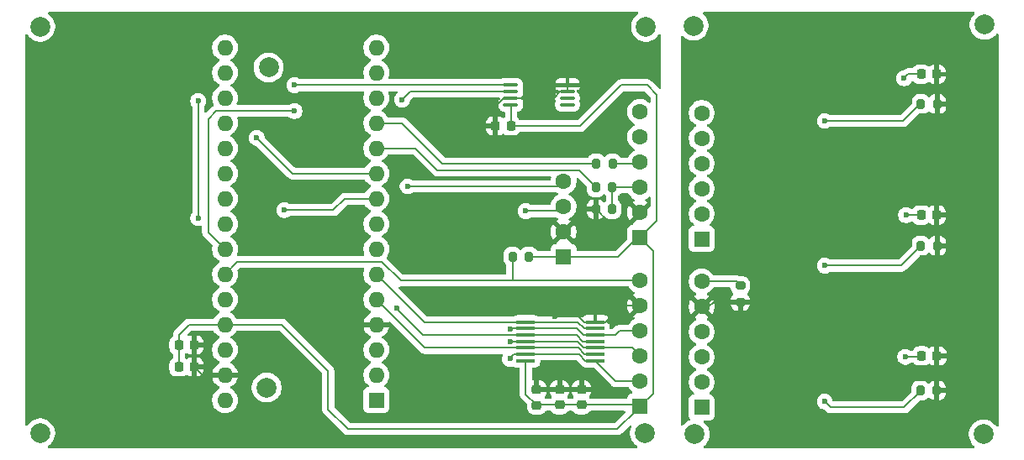
<source format=gbr>
%TF.GenerationSoftware,KiCad,Pcbnew,9.0.7*%
%TF.CreationDate,2026-01-06T11:15:33-08:00*%
%TF.ProjectId,v1.2,76312e32-2e6b-4696-9361-645f70636258,rev?*%
%TF.SameCoordinates,Original*%
%TF.FileFunction,Copper,L1,Top*%
%TF.FilePolarity,Positive*%
%FSLAX46Y46*%
G04 Gerber Fmt 4.6, Leading zero omitted, Abs format (unit mm)*
G04 Created by KiCad (PCBNEW 9.0.7) date 2026-01-06 11:15:33*
%MOMM*%
%LPD*%
G01*
G04 APERTURE LIST*
G04 Aperture macros list*
%AMRoundRect*
0 Rectangle with rounded corners*
0 $1 Rounding radius*
0 $2 $3 $4 $5 $6 $7 $8 $9 X,Y pos of 4 corners*
0 Add a 4 corners polygon primitive as box body*
4,1,4,$2,$3,$4,$5,$6,$7,$8,$9,$2,$3,0*
0 Add four circle primitives for the rounded corners*
1,1,$1+$1,$2,$3*
1,1,$1+$1,$4,$5*
1,1,$1+$1,$6,$7*
1,1,$1+$1,$8,$9*
0 Add four rect primitives between the rounded corners*
20,1,$1+$1,$2,$3,$4,$5,0*
20,1,$1+$1,$4,$5,$6,$7,0*
20,1,$1+$1,$6,$7,$8,$9,0*
20,1,$1+$1,$8,$9,$2,$3,0*%
G04 Aperture macros list end*
%TA.AperFunction,SMDPad,CuDef*%
%ADD10RoundRect,0.100000X0.850000X0.100000X-0.850000X0.100000X-0.850000X-0.100000X0.850000X-0.100000X0*%
%TD*%
%TA.AperFunction,ComponentPad*%
%ADD11C,1.600000*%
%TD*%
%TA.AperFunction,ComponentPad*%
%ADD12R,1.600000X1.600000*%
%TD*%
%TA.AperFunction,SMDPad,CuDef*%
%ADD13RoundRect,0.225000X0.250000X-0.225000X0.250000X0.225000X-0.250000X0.225000X-0.250000X-0.225000X0*%
%TD*%
%TA.AperFunction,SMDPad,CuDef*%
%ADD14RoundRect,0.200000X-0.200000X-0.275000X0.200000X-0.275000X0.200000X0.275000X-0.200000X0.275000X0*%
%TD*%
%TA.AperFunction,SMDPad,CuDef*%
%ADD15RoundRect,0.200000X-0.275000X0.200000X-0.275000X-0.200000X0.275000X-0.200000X0.275000X0.200000X0*%
%TD*%
%TA.AperFunction,SMDPad,CuDef*%
%ADD16RoundRect,0.225000X-0.225000X-0.250000X0.225000X-0.250000X0.225000X0.250000X-0.225000X0.250000X0*%
%TD*%
%TA.AperFunction,SMDPad,CuDef*%
%ADD17RoundRect,0.225000X0.225000X0.250000X-0.225000X0.250000X-0.225000X-0.250000X0.225000X-0.250000X0*%
%TD*%
%TA.AperFunction,SMDPad,CuDef*%
%ADD18RoundRect,0.100000X0.637500X0.100000X-0.637500X0.100000X-0.637500X-0.100000X0.637500X-0.100000X0*%
%TD*%
%TA.AperFunction,SMDPad,CuDef*%
%ADD19RoundRect,0.200000X0.200000X0.275000X-0.200000X0.275000X-0.200000X-0.275000X0.200000X-0.275000X0*%
%TD*%
%TA.AperFunction,ComponentPad*%
%ADD20O,1.600000X1.600000*%
%TD*%
%TA.AperFunction,ViaPad*%
%ADD21C,0.600000*%
%TD*%
%TA.AperFunction,ViaPad*%
%ADD22C,2.000000*%
%TD*%
%TA.AperFunction,Conductor*%
%ADD23C,0.200000*%
%TD*%
G04 APERTURE END LIST*
D10*
%TO.P,U1,1*%
%TO.N,Net-(J4-Pin_2)*%
X97900000Y-140700000D03*
%TO.P,U1,2*%
%TO.N,Net-(A1-D2)*%
X97900000Y-140050000D03*
%TO.P,U1,3*%
%TO.N,Net-(J4-Pin_4)*%
X97900000Y-139400000D03*
%TO.P,U1,4*%
%TO.N,Net-(A1-D4)*%
X97900000Y-138750000D03*
%TO.P,U1,5*%
%TO.N,Net-(J4-Pin_3)*%
X97900000Y-138100000D03*
%TO.P,U1,6*%
%TO.N,Net-(A1-D3)*%
X97900000Y-137450000D03*
%TO.P,U1,7,GND*%
%TO.N,GND*%
X97900000Y-136800000D03*
%TO.P,U1,8*%
%TO.N,Net-(A1-D3)*%
X90900000Y-136800000D03*
%TO.P,U1,9*%
%TO.N,Net-(J4-Pin_3)*%
X90900000Y-137450000D03*
%TO.P,U1,10*%
%TO.N,Net-(A1-D4)*%
X90900000Y-138100000D03*
%TO.P,U1,11*%
%TO.N,Net-(J4-Pin_4)*%
X90900000Y-138750000D03*
%TO.P,U1,12*%
%TO.N,Net-(A1-D2)*%
X90900000Y-139400000D03*
%TO.P,U1,13*%
%TO.N,Net-(J4-Pin_2)*%
X90900000Y-140050000D03*
%TO.P,U1,14,VCC*%
%TO.N,Net-(A1-+5V)*%
X90900000Y-140700000D03*
%TD*%
D11*
%TO.P,J1,4,SDA*%
%TO.N,Net-(A1-A4)*%
X94700000Y-122600000D03*
%TO.P,J1,3,SCK*%
%TO.N,Net-(A1-A5)*%
X94700000Y-125140000D03*
%TO.P,J1,2,GND*%
%TO.N,GND*%
X94700000Y-127680000D03*
D12*
%TO.P,J1,1,VCC*%
%TO.N,Net-(A1-+5V)*%
X94700000Y-130220000D03*
%TD*%
%TO.P,J4,1,Pin_1*%
%TO.N,Net-(A1-+5V)*%
X102400000Y-145300000D03*
D11*
%TO.P,J4,2,Pin_2*%
%TO.N,Net-(J4-Pin_2)*%
X102400000Y-142760000D03*
%TO.P,J4,3,Pin_3*%
%TO.N,Net-(J4-Pin_3)*%
X102400000Y-137680000D03*
%TO.P,J4,4,Pin_4*%
%TO.N,Net-(J4-Pin_4)*%
X102400000Y-140220000D03*
%TO.P,J4,5,Pin_5*%
%TO.N,GND*%
X102400000Y-135140000D03*
%TO.P,J4,6,Pin_6*%
%TO.N,Net-(A1-A6)*%
X102400000Y-132600000D03*
%TD*%
D12*
%TO.P,J3,1,Pin_1*%
%TO.N,Net-(D2-K)*%
X108600000Y-145400000D03*
D11*
%TO.P,J3,2,Pin_2*%
%TO.N,Net-(D2-A)*%
X108600000Y-142860000D03*
%TO.P,J3,3,Pin_3*%
%TO.N,Net-(D3-A)*%
X108600000Y-137780000D03*
%TO.P,J3,4,Pin_4*%
%TO.N,Net-(D4-A)*%
X108600000Y-140320000D03*
%TO.P,J3,5,Pin_5*%
%TO.N,Net-(J3-Pin_5)*%
X108600000Y-135240000D03*
%TO.P,J3,6,Pin_6*%
%TO.N,Net-(J3-Pin_6)*%
X108600000Y-132700000D03*
%TD*%
D12*
%TO.P,J2,1,Vin*%
%TO.N,Net-(A1-+5V)*%
X102400000Y-128300000D03*
D11*
%TO.P,J2,2,GND*%
%TO.N,GND*%
X102400000Y-125760000D03*
%TO.P,J2,3,3Vo*%
%TO.N,Net-(J2-3Vo)*%
X102400000Y-123220000D03*
%TO.P,J2,4,Int*%
%TO.N,Net-(J2-Int)*%
X102400000Y-120680000D03*
%TO.P,J2,5,SDA*%
%TO.N,Net-(A1-A4)*%
X102400000Y-118140000D03*
%TO.P,J2,6,SCL*%
%TO.N,Net-(A1-A5)*%
X102400000Y-115600000D03*
%TD*%
D13*
%TO.P,C5,1*%
%TO.N,Net-(A1-+5V)*%
X96500000Y-145150000D03*
%TO.P,C5,2*%
%TO.N,GND*%
X96500000Y-143600000D03*
%TD*%
D14*
%TO.P,R5,1*%
%TO.N,Net-(D3-A)*%
X130675000Y-114800000D03*
%TO.P,R5,2*%
%TO.N,Net-(J3-Pin_5)*%
X132325000Y-114800000D03*
%TD*%
D12*
%TO.P,J5,1,Vin*%
%TO.N,unconnected-(J5-Vin-Pad1)*%
X108600000Y-128400000D03*
D11*
%TO.P,J5,2,GND*%
%TO.N,unconnected-(J5-GND-Pad2)*%
X108600000Y-125860000D03*
%TO.P,J5,3,3Vo*%
%TO.N,unconnected-(J5-3Vo-Pad3)*%
X108600000Y-123320000D03*
%TO.P,J5,4,Int*%
%TO.N,unconnected-(J5-Int-Pad4)*%
X108600000Y-120780000D03*
%TO.P,J5,5,SDA*%
%TO.N,unconnected-(J5-SDA-Pad5)*%
X108600000Y-118240000D03*
%TO.P,J5,6,SCL*%
%TO.N,unconnected-(J5-SCL-Pad6)*%
X108600000Y-115700000D03*
%TD*%
D15*
%TO.P,R2,1*%
%TO.N,Net-(J3-Pin_6)*%
X112500000Y-133100000D03*
%TO.P,R2,2*%
%TO.N,Net-(J3-Pin_5)*%
X112500000Y-134750000D03*
%TD*%
D13*
%TO.P,C4,1*%
%TO.N,Net-(A1-+5V)*%
X94300000Y-145150000D03*
%TO.P,C4,2*%
%TO.N,GND*%
X94300000Y-143600000D03*
%TD*%
D16*
%TO.P,C11,1*%
%TO.N,Net-(D2-K)*%
X130750000Y-140200000D03*
%TO.P,C11,2*%
%TO.N,Net-(J3-Pin_5)*%
X132300000Y-140200000D03*
%TD*%
D17*
%TO.P,C12,1*%
%TO.N,Net-(A1-+5V)*%
X89400000Y-117000000D03*
%TO.P,C12,2*%
%TO.N,GND*%
X87850000Y-117000000D03*
%TD*%
D18*
%TO.P,U2,1,NC*%
%TO.N,unconnected-(U2-NC-Pad1)*%
X95100000Y-114850000D03*
%TO.P,U2,2,NC*%
%TO.N,unconnected-(U2-NC-Pad2)*%
X95100000Y-114200000D03*
%TO.P,U2,3,A2*%
%TO.N,GND*%
X95100000Y-113550000D03*
%TO.P,U2,4,GND*%
X95100000Y-112900000D03*
%TO.P,U2,5,SDA*%
%TO.N,Net-(A1-A4)*%
X89375000Y-112900000D03*
%TO.P,U2,6,SCL*%
%TO.N,Net-(A1-A5)*%
X89375000Y-113550000D03*
%TO.P,U2,7,WP*%
%TO.N,GND*%
X89375000Y-114200000D03*
%TO.P,U2,8,VCC*%
%TO.N,Net-(A1-+5V)*%
X89375000Y-114850000D03*
%TD*%
D16*
%TO.P,C8,1*%
%TO.N,Net-(A1-+5V)*%
X55950000Y-139100000D03*
%TO.P,C8,2*%
%TO.N,GND*%
X57500000Y-139100000D03*
%TD*%
D19*
%TO.P,R7,1*%
%TO.N,Net-(J2-3Vo)*%
X99600000Y-123200000D03*
%TO.P,R7,2*%
%TO.N,Net-(A1-D8)*%
X97950000Y-123200000D03*
%TD*%
D16*
%TO.P,C9,1*%
%TO.N,Net-(D2-K)*%
X130700000Y-111800000D03*
%TO.P,C9,2*%
%TO.N,Net-(J3-Pin_5)*%
X132250000Y-111800000D03*
%TD*%
D14*
%TO.P,R6,1*%
%TO.N,Net-(D4-A)*%
X130675000Y-129100000D03*
%TO.P,R6,2*%
%TO.N,Net-(J3-Pin_5)*%
X132325000Y-129100000D03*
%TD*%
D16*
%TO.P,C10,1*%
%TO.N,Net-(D2-K)*%
X130700000Y-126000000D03*
%TO.P,C10,2*%
%TO.N,Net-(J3-Pin_5)*%
X132250000Y-126000000D03*
%TD*%
D19*
%TO.P,R8,1*%
%TO.N,Net-(J2-Int)*%
X99625000Y-120800000D03*
%TO.P,R8,2*%
%TO.N,Net-(A1-D9)*%
X97975000Y-120800000D03*
%TD*%
D12*
%TO.P,A1,1,D1/TX*%
%TO.N,unconnected-(A1-D1{slash}TX-Pad1)*%
X75840000Y-144660000D03*
D20*
%TO.P,A1,2,D0/RX*%
%TO.N,unconnected-(A1-D0{slash}RX-Pad2)*%
X75840000Y-142120000D03*
%TO.P,A1,3,~{RESET}*%
%TO.N,unconnected-(A1-~{RESET}-Pad3)*%
X75840000Y-139580000D03*
%TO.P,A1,4,GND*%
%TO.N,GND*%
X75840000Y-137040000D03*
%TO.P,A1,5,D2*%
%TO.N,Net-(A1-D2)*%
X75840000Y-134500000D03*
%TO.P,A1,6,D3*%
%TO.N,Net-(A1-D3)*%
X75840000Y-131960000D03*
%TO.P,A1,7,D4*%
%TO.N,Net-(A1-D4)*%
X75840000Y-129420000D03*
%TO.P,A1,8,D5*%
%TO.N,Net-(A1-D5)*%
X75840000Y-126880000D03*
%TO.P,A1,9,D6*%
%TO.N,Net-(A1-D6)*%
X75840000Y-124340000D03*
%TO.P,A1,10,D7*%
%TO.N,Net-(A1-D7)*%
X75840000Y-121800000D03*
%TO.P,A1,11,D8*%
%TO.N,Net-(A1-D8)*%
X75840000Y-119260000D03*
%TO.P,A1,12,D9*%
%TO.N,Net-(A1-D9)*%
X75840000Y-116720000D03*
%TO.P,A1,13,D10*%
%TO.N,unconnected-(A1-D10-Pad13)*%
X75840000Y-114180000D03*
%TO.P,A1,14,D11*%
%TO.N,unconnected-(A1-D11-Pad14)*%
X75840000Y-111640000D03*
%TO.P,A1,15,D12*%
%TO.N,unconnected-(A1-D12-Pad15)*%
X75840000Y-109100000D03*
%TO.P,A1,16,D13*%
%TO.N,unconnected-(A1-D13-Pad16)*%
X60600000Y-109100000D03*
%TO.P,A1,17,3V3*%
%TO.N,unconnected-(A1-3V3-Pad17)*%
X60600000Y-111640000D03*
%TO.P,A1,18,AREF*%
%TO.N,unconnected-(A1-AREF-Pad18)*%
X60600000Y-114180000D03*
%TO.P,A1,19,A0*%
%TO.N,unconnected-(A1-A0-Pad19)*%
X60600000Y-116720000D03*
%TO.P,A1,20,A1*%
%TO.N,unconnected-(A1-A1-Pad20)*%
X60600000Y-119260000D03*
%TO.P,A1,21,A2*%
%TO.N,unconnected-(A1-A2-Pad21)*%
X60600000Y-121800000D03*
%TO.P,A1,22,A3*%
%TO.N,unconnected-(A1-A3-Pad22)*%
X60600000Y-124340000D03*
%TO.P,A1,23,A4*%
%TO.N,Net-(A1-A4)*%
X60600000Y-126880000D03*
%TO.P,A1,24,A5*%
%TO.N,Net-(A1-A5)*%
X60600000Y-129420000D03*
%TO.P,A1,25,A6*%
%TO.N,Net-(A1-A6)*%
X60600000Y-131960000D03*
%TO.P,A1,26,A7*%
%TO.N,unconnected-(A1-A7-Pad26)*%
X60600000Y-134500000D03*
%TO.P,A1,27,+5V*%
%TO.N,Net-(A1-+5V)*%
X60600000Y-137040000D03*
%TO.P,A1,28,~{RESET}*%
%TO.N,unconnected-(A1-~{RESET}-Pad28)*%
X60600000Y-139580000D03*
%TO.P,A1,29,GND*%
%TO.N,GND*%
X60600000Y-142120000D03*
%TO.P,A1,30,VIN*%
%TO.N,unconnected-(A1-VIN-Pad30)*%
X60600000Y-144660000D03*
%TD*%
D19*
%TO.P,R4,1*%
%TO.N,Net-(J3-Pin_5)*%
X132300000Y-143700000D03*
%TO.P,R4,2*%
%TO.N,Net-(D2-A)*%
X130650000Y-143700000D03*
%TD*%
D14*
%TO.P,R3,1*%
%TO.N,GND*%
X97950000Y-125400000D03*
%TO.P,R3,2*%
%TO.N,Net-(J2-3Vo)*%
X99600000Y-125400000D03*
%TD*%
D16*
%TO.P,C7,1*%
%TO.N,Net-(A1-+5V)*%
X55950000Y-141300000D03*
%TO.P,C7,2*%
%TO.N,GND*%
X57500000Y-141300000D03*
%TD*%
D14*
%TO.P,R1,1*%
%TO.N,Net-(A1-A6)*%
X89550000Y-130200000D03*
%TO.P,R1,2*%
%TO.N,Net-(A1-+5V)*%
X91200000Y-130200000D03*
%TD*%
D13*
%TO.P,C6,1*%
%TO.N,Net-(A1-+5V)*%
X92000000Y-145175000D03*
%TO.P,C6,2*%
%TO.N,GND*%
X92000000Y-143625000D03*
%TD*%
D21*
%TO.N,Net-(D2-A)*%
X121000000Y-144800000D03*
D22*
%TO.N,*%
X64800000Y-143400000D03*
X65000000Y-111100000D03*
X107900000Y-148100000D03*
X137000000Y-148100000D03*
X137100000Y-106800000D03*
X107800000Y-106900000D03*
X103000000Y-107000000D03*
X102900000Y-148000000D03*
X42000000Y-148000000D03*
X42000000Y-107000000D03*
D21*
%TO.N,Net-(A1-D6)*%
X66600000Y-125500000D03*
%TO.N,GND*%
X92000000Y-142700000D03*
X93800000Y-136200000D03*
X98000000Y-112900000D03*
%TO.N,Net-(A1-A5)*%
X67600000Y-115500000D03*
X90900000Y-125600000D03*
X78450000Y-114350000D03*
%TO.N,Net-(A1-D7)*%
X63800000Y-118200000D03*
%TO.N,Net-(A1-D4)*%
X77900000Y-135400000D03*
%TO.N,Net-(A1-A4)*%
X67600000Y-112900000D03*
X57900000Y-114500000D03*
X57900000Y-126300000D03*
X79000000Y-123100000D03*
%TO.N,Net-(J4-Pin_3)*%
X89300000Y-137500000D03*
%TO.N,Net-(J4-Pin_4)*%
X89300000Y-138800000D03*
%TO.N,Net-(D2-K)*%
X129100000Y-140300000D03*
X129200000Y-126000000D03*
X129000000Y-112200000D03*
%TO.N,Net-(D3-A)*%
X121000000Y-116500000D03*
%TO.N,Net-(J4-Pin_2)*%
X89300000Y-140500000D03*
%TO.N,Net-(D4-A)*%
X121000000Y-131100000D03*
%TD*%
D23*
%TO.N,Net-(A1-D3)*%
X97900000Y-137450000D02*
X96750000Y-137450000D01*
%TO.N,Net-(J4-Pin_3)*%
X96700000Y-138100000D02*
X97900000Y-138100000D01*
%TO.N,Net-(A1-D2)*%
X96815800Y-140050000D02*
X97900000Y-140050000D01*
%TO.N,Net-(A1-+5V)*%
X56960000Y-137040000D02*
X55950000Y-138050000D01*
X60600000Y-137040000D02*
X56960000Y-137040000D01*
X55950000Y-138050000D02*
X55950000Y-139100000D01*
X55950000Y-141300000D02*
X55950000Y-139100000D01*
X101999000Y-145701000D02*
X101999000Y-145551000D01*
X100100000Y-147600000D02*
X101999000Y-145701000D01*
X73000000Y-147600000D02*
X100100000Y-147600000D01*
X71000000Y-145600000D02*
X73000000Y-147600000D01*
X71000000Y-141700000D02*
X71000000Y-145600000D01*
X66340000Y-137040000D02*
X71000000Y-141700000D01*
X60600000Y-137040000D02*
X66340000Y-137040000D01*
%TO.N,Net-(A1-D6)*%
X66600000Y-125500000D02*
X71500000Y-125500000D01*
X71500000Y-125500000D02*
X72660000Y-124340000D01*
X72660000Y-124340000D02*
X75840000Y-124340000D01*
%TO.N,GND*%
X102400000Y-125760000D02*
X101740000Y-125760000D01*
X89375000Y-114200000D02*
X93700000Y-114200000D01*
X94350000Y-113550000D02*
X95100000Y-113550000D01*
X97950000Y-125400000D02*
X99350000Y-126800000D01*
X94275000Y-143625000D02*
X94300000Y-143600000D01*
X60600000Y-142120000D02*
X58320000Y-142120000D01*
X97950000Y-125400000D02*
X96980000Y-125400000D01*
X96980000Y-125400000D02*
X94700000Y-127680000D01*
X98900000Y-136800000D02*
X100560000Y-135140000D01*
X96500000Y-143600000D02*
X95900000Y-143600000D01*
X92000000Y-143625000D02*
X92000000Y-142700000D01*
X100560000Y-135140000D02*
X102400000Y-135140000D01*
X95100000Y-112900000D02*
X95100000Y-113550000D01*
X101360000Y-126800000D02*
X102400000Y-125760000D01*
X89375000Y-114200000D02*
X88700000Y-114200000D01*
X57500000Y-139100000D02*
X57500000Y-141300000D01*
X87850000Y-115050000D02*
X87850000Y-117000000D01*
X98000000Y-112900000D02*
X95100000Y-112900000D01*
X88700000Y-114200000D02*
X87850000Y-115050000D01*
X58320000Y-142120000D02*
X57500000Y-141300000D01*
X95900000Y-143600000D02*
X95875000Y-143625000D01*
X95875000Y-143625000D02*
X92000000Y-143625000D01*
X93700000Y-114200000D02*
X94350000Y-113550000D01*
X99350000Y-126800000D02*
X101360000Y-126800000D01*
%TO.N,Net-(A1-D3)*%
X96100000Y-136800000D02*
X90900000Y-136800000D01*
X80680000Y-136800000D02*
X75840000Y-131960000D01*
X90900000Y-136800000D02*
X80680000Y-136800000D01*
%TO.N,Net-(A1-A5)*%
X79250000Y-113550000D02*
X78450000Y-114350000D01*
X58900000Y-127720000D02*
X60600000Y-129420000D01*
X59700000Y-115500000D02*
X58900000Y-116300000D01*
X89375000Y-113550000D02*
X79250000Y-113550000D01*
X58900000Y-116300000D02*
X58900000Y-127720000D01*
X94700000Y-125140000D02*
X94240000Y-125600000D01*
X67600000Y-115500000D02*
X59700000Y-115500000D01*
X94240000Y-125600000D02*
X90900000Y-125600000D01*
%TO.N,Net-(A1-D7)*%
X75840000Y-121800000D02*
X67400000Y-121800000D01*
X67400000Y-121800000D02*
X63800000Y-118200000D01*
%TO.N,Net-(A1-+5V)*%
X103100000Y-112900000D02*
X100500000Y-112900000D01*
X102400000Y-128300000D02*
X104100000Y-126600000D01*
X94880000Y-130220000D02*
X95000000Y-130100000D01*
X103700000Y-129600000D02*
X102400000Y-128300000D01*
X89375000Y-114850000D02*
X89375000Y-114875000D01*
X91975000Y-145150000D02*
X96500000Y-145150000D01*
X102250000Y-145150000D02*
X102400000Y-145300000D01*
X89375000Y-114875000D02*
X89400000Y-114900000D01*
X102100000Y-128300000D02*
X100180000Y-130220000D01*
X90900000Y-140700000D02*
X90900000Y-144075000D01*
X103700000Y-144000000D02*
X103700000Y-129600000D01*
X94680000Y-130200000D02*
X94700000Y-130220000D01*
X100500000Y-112900000D02*
X96400000Y-117000000D01*
X96400000Y-117000000D02*
X89400000Y-117000000D01*
X102400000Y-145300000D02*
X103700000Y-144000000D01*
X90900000Y-144075000D02*
X91975000Y-145150000D01*
X89400000Y-114900000D02*
X89400000Y-117000000D01*
X91200000Y-130200000D02*
X94680000Y-130200000D01*
X104100000Y-126600000D02*
X104100000Y-113900000D01*
X96500000Y-145150000D02*
X102250000Y-145150000D01*
X100180000Y-130220000D02*
X94700000Y-130220000D01*
X102400000Y-128300000D02*
X102100000Y-128300000D01*
X104100000Y-113900000D02*
X103100000Y-112900000D01*
%TO.N,Net-(A1-D4)*%
X77900000Y-135400000D02*
X77900000Y-135450000D01*
X80550000Y-138100000D02*
X90900000Y-138100000D01*
X77900000Y-135450000D02*
X80550000Y-138100000D01*
%TO.N,Net-(A1-A4)*%
X57900000Y-124180000D02*
X57900000Y-126300000D01*
X57900000Y-114500000D02*
X57900000Y-114400000D01*
X89375000Y-112900000D02*
X67600000Y-112900000D01*
X94200000Y-123100000D02*
X94700000Y-122600000D01*
X57900000Y-124180000D02*
X57900000Y-114500000D01*
X79000000Y-123100000D02*
X94200000Y-123100000D01*
%TO.N,Net-(A1-D2)*%
X90900000Y-139400000D02*
X80740000Y-139400000D01*
X80740000Y-139400000D02*
X75840000Y-134500000D01*
%TO.N,Net-(A1-A6)*%
X89550000Y-132550000D02*
X89600000Y-132600000D01*
X60540000Y-131960000D02*
X60400000Y-132100000D01*
X76400000Y-130700000D02*
X61860000Y-130700000D01*
X102400000Y-132600000D02*
X89600000Y-132600000D01*
X78300000Y-132600000D02*
X76400000Y-130700000D01*
X60600000Y-131960000D02*
X60600000Y-132100000D01*
X61860000Y-130700000D02*
X60600000Y-131960000D01*
X89550000Y-130200000D02*
X89550000Y-132550000D01*
X89600000Y-132600000D02*
X78300000Y-132600000D01*
X60600000Y-131960000D02*
X60540000Y-131960000D01*
X60460000Y-132100000D02*
X60600000Y-131960000D01*
%TO.N,Net-(J4-Pin_3)*%
X89350000Y-137450000D02*
X89300000Y-137500000D01*
X90900000Y-137450000D02*
X89350000Y-137450000D01*
%TO.N,Net-(J4-Pin_4)*%
X89350000Y-138750000D02*
X89300000Y-138800000D01*
X90900000Y-138750000D02*
X89350000Y-138750000D01*
%TO.N,Net-(D2-K)*%
X130550000Y-112100000D02*
X130600000Y-112100000D01*
X130700000Y-111800000D02*
X129400000Y-111800000D01*
X129100000Y-140300000D02*
X130650000Y-140300000D01*
X129200000Y-126000000D02*
X130700000Y-126000000D01*
X129400000Y-111800000D02*
X129000000Y-112200000D01*
X130650000Y-140300000D02*
X130750000Y-140200000D01*
%TO.N,Net-(D3-A)*%
X130675000Y-114800000D02*
X130600000Y-114800000D01*
X121100000Y-116500000D02*
X121000000Y-116400000D01*
X130600000Y-114800000D02*
X128900000Y-116500000D01*
X128900000Y-116500000D02*
X121100000Y-116500000D01*
%TO.N,Net-(J4-Pin_2)*%
X89300000Y-140400000D02*
X89650000Y-140050000D01*
X99960000Y-142760000D02*
X102400000Y-142760000D01*
X89300000Y-140500000D02*
X89300000Y-140400000D01*
%TO.N,Net-(J3-Pin_5)*%
X132325000Y-114800000D02*
X132325000Y-129100000D01*
X109340000Y-135240000D02*
X109830000Y-134750000D01*
X111300000Y-143900000D02*
X114200000Y-146800000D01*
X132325000Y-114800000D02*
X132325000Y-111875000D01*
X108600000Y-135240000D02*
X111300000Y-137940000D01*
X111300000Y-137940000D02*
X111300000Y-143900000D01*
X109830000Y-134750000D02*
X112500000Y-134750000D01*
X130800000Y-146800000D02*
X132300000Y-145300000D01*
X132325000Y-111875000D02*
X132250000Y-111800000D01*
X132300000Y-145300000D02*
X132300000Y-143700000D01*
X108600000Y-135240000D02*
X109340000Y-135240000D01*
X114200000Y-146800000D02*
X130800000Y-146800000D01*
X132325000Y-129100000D02*
X132325000Y-143675000D01*
X132325000Y-143675000D02*
X132300000Y-143700000D01*
%TO.N,Net-(D4-A)*%
X130675000Y-129100000D02*
X130675000Y-129125000D01*
X130675000Y-129125000D02*
X128700000Y-131100000D01*
X128700000Y-131100000D02*
X121000000Y-131100000D01*
%TO.N,Net-(J2-Int)*%
X102400000Y-120700000D02*
X102300000Y-120800000D01*
X102400000Y-120680000D02*
X102400000Y-120700000D01*
X99625000Y-120800000D02*
X102280000Y-120800000D01*
X102280000Y-120800000D02*
X102400000Y-120680000D01*
%TO.N,Net-(J2-3Vo)*%
X99680000Y-123220000D02*
X102400000Y-123220000D01*
X99600000Y-123300000D02*
X99680000Y-123220000D01*
X99600000Y-125400000D02*
X99700000Y-125400000D01*
X99600000Y-125300000D02*
X99600000Y-123200000D01*
X99600000Y-123200000D02*
X99600000Y-123300000D01*
X99700000Y-125400000D02*
X99600000Y-125300000D01*
%TO.N,Net-(J3-Pin_6)*%
X112100000Y-132700000D02*
X112500000Y-133100000D01*
X108600000Y-132700000D02*
X112100000Y-132700000D01*
%TO.N,Net-(A1-D9)*%
X78420000Y-116720000D02*
X75840000Y-116720000D01*
X97975000Y-120800000D02*
X82500000Y-120800000D01*
X82500000Y-120800000D02*
X78420000Y-116720000D01*
%TO.N,Net-(A1-D8)*%
X96249000Y-121499000D02*
X81999000Y-121499000D01*
X81999000Y-121499000D02*
X79760000Y-119260000D01*
X79760000Y-119260000D02*
X75840000Y-119260000D01*
X97950000Y-123200000D02*
X96249000Y-121499000D01*
%TO.N,Net-(J4-Pin_4)*%
X101580000Y-139400000D02*
X102400000Y-140220000D01*
%TO.N,Net-(J4-Pin_2)*%
X97900000Y-140700000D02*
X99960000Y-142760000D01*
X96248700Y-140050000D02*
X96898700Y-140700000D01*
X96898700Y-140700000D02*
X97900000Y-140700000D01*
%TO.N,Net-(A1-D4)*%
X96650000Y-138750000D02*
X97900000Y-138750000D01*
%TO.N,Net-(J4-Pin_3)*%
X99900000Y-138100000D02*
X100320000Y-137680000D01*
X100320000Y-137680000D02*
X102400000Y-137680000D01*
X90900000Y-137450000D02*
X96050000Y-137450000D01*
%TO.N,Net-(A1-D4)*%
X90900000Y-138100000D02*
X96000000Y-138100000D01*
%TO.N,Net-(J4-Pin_4)*%
X90900000Y-138750000D02*
X96082900Y-138750000D01*
%TO.N,Net-(A1-D2)*%
X90900000Y-139400000D02*
X96165800Y-139400000D01*
%TO.N,Net-(J4-Pin_2)*%
X89650000Y-140050000D02*
X90900000Y-140050000D01*
X90900000Y-140050000D02*
X96248700Y-140050000D01*
%TO.N,Net-(A1-D2)*%
X96165800Y-139400000D02*
X96815800Y-140050000D01*
%TO.N,Net-(J4-Pin_4)*%
X97900000Y-139400000D02*
X101580000Y-139400000D01*
%TO.N,Net-(A1-D4)*%
X96000000Y-138100000D02*
X96650000Y-138750000D01*
%TO.N,Net-(J4-Pin_4)*%
X96082900Y-138750000D02*
X96732900Y-139400000D01*
X96732900Y-139400000D02*
X97900000Y-139400000D01*
%TO.N,Net-(J4-Pin_3)*%
X96050000Y-137450000D02*
X96700000Y-138100000D01*
%TO.N,Net-(A1-D3)*%
X96750000Y-137450000D02*
X96100000Y-136800000D01*
%TO.N,GND*%
X93800000Y-136200000D02*
X96200000Y-136200000D01*
X96200000Y-136200000D02*
X96800000Y-136800000D01*
X96800000Y-136800000D02*
X97900000Y-136800000D01*
X97900000Y-136800000D02*
X98900000Y-136800000D01*
%TO.N,Net-(J4-Pin_3)*%
X97900000Y-138100000D02*
X99900000Y-138100000D01*
%TO.N,Net-(D2-A)*%
X129000000Y-145400000D02*
X130650000Y-143750000D01*
X121600000Y-145400000D02*
X129000000Y-145400000D01*
X121000000Y-144800000D02*
X121600000Y-145400000D01*
X130650000Y-143750000D02*
X130650000Y-143700000D01*
%TD*%
%TA.AperFunction,Conductor*%
%TO.N,Net-(J3-Pin_5)*%
G36*
X136045150Y-105520185D02*
G01*
X136090905Y-105572989D01*
X136100849Y-105642147D01*
X136071824Y-105705703D01*
X136065792Y-105712181D01*
X135955485Y-105822487D01*
X135955485Y-105822488D01*
X135955483Y-105822490D01*
X135895862Y-105904550D01*
X135816657Y-106013566D01*
X135709433Y-106224003D01*
X135636446Y-106448631D01*
X135599500Y-106681902D01*
X135599500Y-106918097D01*
X135636446Y-107151368D01*
X135709433Y-107375996D01*
X135816657Y-107586433D01*
X135955483Y-107777510D01*
X136122490Y-107944517D01*
X136313567Y-108083343D01*
X136412991Y-108134002D01*
X136524003Y-108190566D01*
X136524005Y-108190566D01*
X136524008Y-108190568D01*
X136644412Y-108229689D01*
X136748631Y-108263553D01*
X136981903Y-108300500D01*
X136981908Y-108300500D01*
X137218097Y-108300500D01*
X137451368Y-108263553D01*
X137675992Y-108190568D01*
X137886433Y-108083343D01*
X138077510Y-107944517D01*
X138244517Y-107777510D01*
X138275182Y-107735302D01*
X138330511Y-107692637D01*
X138400125Y-107686658D01*
X138461920Y-107719263D01*
X138496277Y-107780102D01*
X138499500Y-107808188D01*
X138499500Y-147229448D01*
X138479815Y-147296487D01*
X138427011Y-147342242D01*
X138357853Y-147352186D01*
X138294297Y-147323161D01*
X138275182Y-147302334D01*
X138255295Y-147274962D01*
X138144517Y-147122490D01*
X137977510Y-146955483D01*
X137786433Y-146816657D01*
X137575996Y-146709433D01*
X137351368Y-146636446D01*
X137118097Y-146599500D01*
X137118092Y-146599500D01*
X136881908Y-146599500D01*
X136881903Y-146599500D01*
X136648631Y-146636446D01*
X136424003Y-146709433D01*
X136213566Y-146816657D01*
X136140853Y-146869487D01*
X136022490Y-146955483D01*
X136022488Y-146955485D01*
X136022487Y-146955485D01*
X135855485Y-147122487D01*
X135855485Y-147122488D01*
X135855483Y-147122490D01*
X135795862Y-147204550D01*
X135716657Y-147313566D01*
X135609433Y-147524003D01*
X135536446Y-147748631D01*
X135499500Y-147981902D01*
X135499500Y-148218097D01*
X135536446Y-148451368D01*
X135609433Y-148675996D01*
X135700641Y-148855000D01*
X135716657Y-148886433D01*
X135855483Y-149077510D01*
X136022490Y-149244517D01*
X136064697Y-149275182D01*
X136107362Y-149330513D01*
X136113341Y-149400126D01*
X136080735Y-149461921D01*
X136019896Y-149496278D01*
X135991811Y-149499500D01*
X108908189Y-149499500D01*
X108841150Y-149479815D01*
X108795395Y-149427011D01*
X108785451Y-149357853D01*
X108814476Y-149294297D01*
X108835303Y-149275182D01*
X108877510Y-149244517D01*
X109044517Y-149077510D01*
X109183343Y-148886433D01*
X109290568Y-148675992D01*
X109363553Y-148451368D01*
X109400500Y-148218097D01*
X109400500Y-147981902D01*
X109363553Y-147748631D01*
X109329689Y-147644412D01*
X109290568Y-147524008D01*
X109290566Y-147524005D01*
X109290566Y-147524003D01*
X109203020Y-147352186D01*
X109183343Y-147313567D01*
X109044517Y-147122490D01*
X108877510Y-146955483D01*
X108835301Y-146924816D01*
X108792636Y-146869487D01*
X108786657Y-146799874D01*
X108819263Y-146738079D01*
X108880102Y-146703721D01*
X108908187Y-146700499D01*
X109447871Y-146700499D01*
X109447872Y-146700499D01*
X109507483Y-146694091D01*
X109642331Y-146643796D01*
X109757546Y-146557546D01*
X109843796Y-146442331D01*
X109894091Y-146307483D01*
X109900500Y-146247873D01*
X109900499Y-144721153D01*
X120199500Y-144721153D01*
X120199500Y-144878846D01*
X120230261Y-145033489D01*
X120230264Y-145033501D01*
X120290602Y-145179172D01*
X120290609Y-145179185D01*
X120378210Y-145310288D01*
X120378213Y-145310292D01*
X120489707Y-145421786D01*
X120489711Y-145421789D01*
X120620814Y-145509390D01*
X120620827Y-145509397D01*
X120766498Y-145569735D01*
X120766503Y-145569737D01*
X120831147Y-145582595D01*
X120921849Y-145600638D01*
X120938605Y-145609402D01*
X120957085Y-145613423D01*
X120982123Y-145632167D01*
X120983760Y-145633023D01*
X120985339Y-145634574D01*
X121115139Y-145764374D01*
X121115149Y-145764385D01*
X121119479Y-145768715D01*
X121119480Y-145768716D01*
X121231284Y-145880520D01*
X121318095Y-145930639D01*
X121318097Y-145930641D01*
X121356151Y-145952611D01*
X121368215Y-145959577D01*
X121520943Y-146000500D01*
X121679057Y-146000500D01*
X128913331Y-146000500D01*
X128913347Y-146000501D01*
X128920943Y-146000501D01*
X129079054Y-146000501D01*
X129079057Y-146000501D01*
X129231785Y-145959577D01*
X129281904Y-145930639D01*
X129368716Y-145880520D01*
X129480520Y-145768716D01*
X129480520Y-145768714D01*
X129490728Y-145758507D01*
X129490729Y-145758504D01*
X130537416Y-144711819D01*
X130598739Y-144678334D01*
X130625097Y-144675500D01*
X130906613Y-144675500D01*
X130906616Y-144675500D01*
X130977196Y-144669086D01*
X131139606Y-144618478D01*
X131285185Y-144530472D01*
X131387673Y-144427983D01*
X131448994Y-144394499D01*
X131518685Y-144399483D01*
X131563034Y-144427984D01*
X131665122Y-144530072D01*
X131810604Y-144618019D01*
X131810603Y-144618019D01*
X131972894Y-144668590D01*
X131972893Y-144668590D01*
X132043408Y-144674998D01*
X132043426Y-144674999D01*
X132550000Y-144674999D01*
X132556581Y-144674999D01*
X132627102Y-144668591D01*
X132627107Y-144668590D01*
X132789396Y-144618018D01*
X132934877Y-144530072D01*
X133055072Y-144409877D01*
X133143019Y-144264395D01*
X133193590Y-144102106D01*
X133200000Y-144031572D01*
X133200000Y-143950000D01*
X132550000Y-143950000D01*
X132550000Y-144674999D01*
X132043426Y-144674999D01*
X132049999Y-144674998D01*
X132050000Y-144674998D01*
X132050000Y-143450000D01*
X132550000Y-143450000D01*
X133199999Y-143450000D01*
X133199999Y-143368417D01*
X133193591Y-143297897D01*
X133193590Y-143297892D01*
X133143018Y-143135603D01*
X133055072Y-142990122D01*
X132934877Y-142869927D01*
X132789395Y-142781980D01*
X132789396Y-142781980D01*
X132627105Y-142731409D01*
X132627106Y-142731409D01*
X132556572Y-142725000D01*
X132550000Y-142725000D01*
X132550000Y-143450000D01*
X132050000Y-143450000D01*
X132050000Y-142725000D01*
X132049999Y-142724999D01*
X132043436Y-142725000D01*
X132043417Y-142725001D01*
X131972897Y-142731408D01*
X131972892Y-142731409D01*
X131810603Y-142781981D01*
X131665122Y-142869927D01*
X131665121Y-142869928D01*
X131563035Y-142972015D01*
X131501712Y-143005500D01*
X131432020Y-143000516D01*
X131387673Y-142972015D01*
X131285188Y-142869530D01*
X131139606Y-142781522D01*
X131062990Y-142757648D01*
X130977196Y-142730914D01*
X130977194Y-142730913D01*
X130977192Y-142730913D01*
X130927778Y-142726423D01*
X130906616Y-142724500D01*
X130393384Y-142724500D01*
X130374145Y-142726248D01*
X130322807Y-142730913D01*
X130160393Y-142781522D01*
X130014811Y-142869530D01*
X129894530Y-142989811D01*
X129806522Y-143135393D01*
X129755913Y-143297807D01*
X129749500Y-143368386D01*
X129749500Y-143749903D01*
X129729815Y-143816942D01*
X129713181Y-143837584D01*
X128787584Y-144763181D01*
X128726261Y-144796666D01*
X128699903Y-144799500D01*
X121917848Y-144799500D01*
X121850809Y-144779815D01*
X121805054Y-144727011D01*
X121796231Y-144699692D01*
X121769738Y-144566508D01*
X121769737Y-144566507D01*
X121769737Y-144566503D01*
X121754813Y-144530472D01*
X121709397Y-144420827D01*
X121709390Y-144420814D01*
X121621789Y-144289711D01*
X121621786Y-144289707D01*
X121510292Y-144178213D01*
X121510288Y-144178210D01*
X121379185Y-144090609D01*
X121379172Y-144090602D01*
X121233501Y-144030264D01*
X121233489Y-144030261D01*
X121078845Y-143999500D01*
X121078842Y-143999500D01*
X120921158Y-143999500D01*
X120921155Y-143999500D01*
X120766510Y-144030261D01*
X120766498Y-144030264D01*
X120620827Y-144090602D01*
X120620814Y-144090609D01*
X120489711Y-144178210D01*
X120489707Y-144178213D01*
X120378213Y-144289707D01*
X120378210Y-144289711D01*
X120290609Y-144420814D01*
X120290602Y-144420827D01*
X120230264Y-144566498D01*
X120230261Y-144566510D01*
X120199500Y-144721153D01*
X109900499Y-144721153D01*
X109900499Y-144552128D01*
X109894091Y-144492517D01*
X109867352Y-144420827D01*
X109843797Y-144357671D01*
X109843793Y-144357664D01*
X109757547Y-144242455D01*
X109757544Y-144242452D01*
X109642335Y-144156206D01*
X109642328Y-144156202D01*
X109507482Y-144105908D01*
X109507483Y-144105908D01*
X109470560Y-144101939D01*
X109406009Y-144075201D01*
X109366160Y-144017809D01*
X109363667Y-143947984D01*
X109399319Y-143887895D01*
X109410930Y-143878331D01*
X109447219Y-143851966D01*
X109591966Y-143707219D01*
X109591968Y-143707215D01*
X109591971Y-143707213D01*
X109644732Y-143634590D01*
X109712287Y-143541610D01*
X109805220Y-143359219D01*
X109868477Y-143164534D01*
X109900500Y-142962352D01*
X109900500Y-142757648D01*
X109868477Y-142555466D01*
X109805220Y-142360781D01*
X109805218Y-142360778D01*
X109805218Y-142360776D01*
X109771503Y-142294607D01*
X109712287Y-142178390D01*
X109704556Y-142167749D01*
X109591971Y-142012786D01*
X109447213Y-141868028D01*
X109281614Y-141747715D01*
X109275006Y-141744348D01*
X109188917Y-141700483D01*
X109138123Y-141652511D01*
X109121328Y-141584690D01*
X109143865Y-141518555D01*
X109188917Y-141479516D01*
X109281610Y-141432287D01*
X109302770Y-141416913D01*
X109447213Y-141311971D01*
X109447215Y-141311968D01*
X109447219Y-141311966D01*
X109591966Y-141167219D01*
X109591968Y-141167215D01*
X109591971Y-141167213D01*
X109644732Y-141094590D01*
X109712287Y-141001610D01*
X109805220Y-140819219D01*
X109868477Y-140624534D01*
X109900500Y-140422352D01*
X109900500Y-140221153D01*
X128299500Y-140221153D01*
X128299500Y-140378846D01*
X128330261Y-140533489D01*
X128330264Y-140533501D01*
X128390602Y-140679172D01*
X128390609Y-140679185D01*
X128478210Y-140810288D01*
X128478213Y-140810292D01*
X128589707Y-140921786D01*
X128589711Y-140921789D01*
X128720814Y-141009390D01*
X128720827Y-141009397D01*
X128866498Y-141069735D01*
X128866503Y-141069737D01*
X129021153Y-141100499D01*
X129021156Y-141100500D01*
X129021158Y-141100500D01*
X129178844Y-141100500D01*
X129178845Y-141100499D01*
X129333497Y-141069737D01*
X129447364Y-141022572D01*
X129479172Y-141009397D01*
X129479172Y-141009396D01*
X129479179Y-141009394D01*
X129523386Y-140979856D01*
X129610875Y-140921398D01*
X129628921Y-140915747D01*
X129644831Y-140905523D01*
X129675792Y-140901071D01*
X129677553Y-140900520D01*
X129679766Y-140900500D01*
X129898126Y-140900500D01*
X129965165Y-140920185D01*
X129985807Y-140936819D01*
X130071955Y-141022967D01*
X130071959Y-141022970D01*
X130216294Y-141111998D01*
X130216297Y-141111999D01*
X130216303Y-141112003D01*
X130377292Y-141165349D01*
X130476655Y-141175500D01*
X131023344Y-141175499D01*
X131023352Y-141175498D01*
X131023355Y-141175498D01*
X131077760Y-141169940D01*
X131122708Y-141165349D01*
X131283697Y-141112003D01*
X131428044Y-141022968D01*
X131437668Y-141013343D01*
X131498987Y-140979856D01*
X131568679Y-140984835D01*
X131613034Y-141013339D01*
X131622267Y-141022572D01*
X131622271Y-141022575D01*
X131766507Y-141111542D01*
X131766518Y-141111547D01*
X131927393Y-141164855D01*
X132026683Y-141174999D01*
X132550000Y-141174999D01*
X132573308Y-141174999D01*
X132573322Y-141174998D01*
X132672607Y-141164855D01*
X132833481Y-141111547D01*
X132833492Y-141111542D01*
X132977728Y-141022575D01*
X132977732Y-141022572D01*
X133097572Y-140902732D01*
X133097575Y-140902728D01*
X133186542Y-140758492D01*
X133186547Y-140758481D01*
X133239855Y-140597606D01*
X133249999Y-140498322D01*
X133250000Y-140498309D01*
X133250000Y-140450000D01*
X132550000Y-140450000D01*
X132550000Y-141174999D01*
X132026683Y-141174999D01*
X132050000Y-141174998D01*
X132050000Y-139950000D01*
X132550000Y-139950000D01*
X133249999Y-139950000D01*
X133249999Y-139901692D01*
X133249998Y-139901677D01*
X133239855Y-139802392D01*
X133186547Y-139641518D01*
X133186542Y-139641507D01*
X133097575Y-139497271D01*
X133097572Y-139497267D01*
X132977732Y-139377427D01*
X132977728Y-139377424D01*
X132833492Y-139288457D01*
X132833481Y-139288452D01*
X132672606Y-139235144D01*
X132573322Y-139225000D01*
X132550000Y-139225000D01*
X132550000Y-139950000D01*
X132050000Y-139950000D01*
X132050000Y-139224999D01*
X132026693Y-139225000D01*
X132026674Y-139225001D01*
X131927392Y-139235144D01*
X131766518Y-139288452D01*
X131766507Y-139288457D01*
X131622271Y-139377424D01*
X131622265Y-139377428D01*
X131613031Y-139386663D01*
X131551707Y-139420146D01*
X131482015Y-139415159D01*
X131437672Y-139386660D01*
X131428044Y-139377032D01*
X131428040Y-139377029D01*
X131283705Y-139288001D01*
X131283699Y-139287998D01*
X131283697Y-139287997D01*
X131283694Y-139287996D01*
X131122709Y-139234651D01*
X131023346Y-139224500D01*
X130476662Y-139224500D01*
X130476644Y-139224501D01*
X130377292Y-139234650D01*
X130377289Y-139234651D01*
X130216305Y-139287996D01*
X130216294Y-139288001D01*
X130071959Y-139377029D01*
X130071955Y-139377032D01*
X129952032Y-139496955D01*
X129952029Y-139496959D01*
X129863432Y-139640597D01*
X129855846Y-139647419D01*
X129851607Y-139656703D01*
X129830306Y-139670391D01*
X129811484Y-139687322D01*
X129799847Y-139689966D01*
X129792829Y-139694477D01*
X129757894Y-139699500D01*
X129679766Y-139699500D01*
X129612727Y-139679815D01*
X129610875Y-139678602D01*
X129479185Y-139590609D01*
X129479172Y-139590602D01*
X129333501Y-139530264D01*
X129333489Y-139530261D01*
X129178845Y-139499500D01*
X129178842Y-139499500D01*
X129021158Y-139499500D01*
X129021155Y-139499500D01*
X128866510Y-139530261D01*
X128866498Y-139530264D01*
X128720827Y-139590602D01*
X128720814Y-139590609D01*
X128589711Y-139678210D01*
X128589707Y-139678213D01*
X128478213Y-139789707D01*
X128478210Y-139789711D01*
X128390609Y-139920814D01*
X128390602Y-139920827D01*
X128330264Y-140066498D01*
X128330261Y-140066510D01*
X128299500Y-140221153D01*
X109900500Y-140221153D01*
X109900500Y-140217648D01*
X109868477Y-140015466D01*
X109805220Y-139820781D01*
X109805218Y-139820778D01*
X109805218Y-139820776D01*
X109743424Y-139699500D01*
X109712287Y-139638390D01*
X109704556Y-139627749D01*
X109591971Y-139472786D01*
X109447213Y-139328028D01*
X109281614Y-139207715D01*
X109275006Y-139204348D01*
X109188917Y-139160483D01*
X109138123Y-139112511D01*
X109121328Y-139044690D01*
X109143865Y-138978555D01*
X109188917Y-138939516D01*
X109281610Y-138892287D01*
X109302770Y-138876913D01*
X109447213Y-138771971D01*
X109447215Y-138771968D01*
X109447219Y-138771966D01*
X109591966Y-138627219D01*
X109591968Y-138627215D01*
X109591971Y-138627213D01*
X109644732Y-138554590D01*
X109712287Y-138461610D01*
X109805220Y-138279219D01*
X109868477Y-138084534D01*
X109900500Y-137882352D01*
X109900500Y-137677648D01*
X109868477Y-137475466D01*
X109805220Y-137280781D01*
X109805218Y-137280778D01*
X109805218Y-137280776D01*
X109771503Y-137214607D01*
X109712287Y-137098390D01*
X109704556Y-137087749D01*
X109591971Y-136932786D01*
X109447213Y-136788028D01*
X109281611Y-136667713D01*
X109188369Y-136620203D01*
X109137574Y-136572229D01*
X109120779Y-136504407D01*
X109143317Y-136438273D01*
X109188371Y-136399234D01*
X109281346Y-136351861D01*
X109281347Y-136351861D01*
X109325921Y-136319474D01*
X108646447Y-135640000D01*
X108652661Y-135640000D01*
X108754394Y-135612741D01*
X108845606Y-135560080D01*
X108920080Y-135485606D01*
X108972741Y-135394394D01*
X109000000Y-135292661D01*
X109000000Y-135286447D01*
X109679474Y-135965921D01*
X109711859Y-135921349D01*
X109804755Y-135739031D01*
X109867990Y-135544417D01*
X109900000Y-135342317D01*
X109900000Y-135137682D01*
X109879235Y-135006582D01*
X111525001Y-135006582D01*
X111531408Y-135077102D01*
X111531409Y-135077107D01*
X111581981Y-135239396D01*
X111669927Y-135384877D01*
X111790122Y-135505072D01*
X111935604Y-135593019D01*
X111935603Y-135593019D01*
X112097894Y-135643590D01*
X112097892Y-135643590D01*
X112168418Y-135649999D01*
X112750000Y-135649999D01*
X112831581Y-135649999D01*
X112902102Y-135643591D01*
X112902107Y-135643590D01*
X113064396Y-135593018D01*
X113209877Y-135505072D01*
X113330072Y-135384877D01*
X113418019Y-135239395D01*
X113468590Y-135077106D01*
X113475000Y-135006572D01*
X113475000Y-135000000D01*
X112750000Y-135000000D01*
X112750000Y-135649999D01*
X112168418Y-135649999D01*
X112249999Y-135649998D01*
X112250000Y-135649998D01*
X112250000Y-135000000D01*
X111525001Y-135000000D01*
X111525001Y-135006582D01*
X109879235Y-135006582D01*
X109873130Y-134968036D01*
X109873130Y-134968035D01*
X109867990Y-134935582D01*
X109804755Y-134740968D01*
X109711859Y-134558650D01*
X109679474Y-134514077D01*
X109679474Y-134514076D01*
X109000000Y-135193551D01*
X109000000Y-135187339D01*
X108972741Y-135085606D01*
X108920080Y-134994394D01*
X108845606Y-134919920D01*
X108754394Y-134867259D01*
X108652661Y-134840000D01*
X108646446Y-134840000D01*
X109325922Y-134160524D01*
X109325921Y-134160523D01*
X109281359Y-134128147D01*
X109281350Y-134128141D01*
X109188369Y-134080765D01*
X109137573Y-134032790D01*
X109120778Y-133964969D01*
X109143315Y-133898835D01*
X109188370Y-133859795D01*
X109281610Y-133812287D01*
X109331144Y-133776298D01*
X109447213Y-133691971D01*
X109447215Y-133691968D01*
X109447219Y-133691966D01*
X109591966Y-133547219D01*
X109591968Y-133547215D01*
X109591971Y-133547213D01*
X109712284Y-133381614D01*
X109712285Y-133381613D01*
X109712287Y-133381610D01*
X109719117Y-133368204D01*
X109767091Y-133317409D01*
X109829602Y-133300500D01*
X111406158Y-133300500D01*
X111473197Y-133320185D01*
X111518952Y-133372989D01*
X111529648Y-133413274D01*
X111530914Y-133427196D01*
X111568312Y-133547213D01*
X111581522Y-133589606D01*
X111669530Y-133735188D01*
X111772015Y-133837673D01*
X111805500Y-133898996D01*
X111800516Y-133968688D01*
X111772015Y-134013035D01*
X111669928Y-134115121D01*
X111669927Y-134115122D01*
X111581980Y-134260604D01*
X111531409Y-134422893D01*
X111525000Y-134493427D01*
X111525000Y-134500000D01*
X113474999Y-134500000D01*
X113474999Y-134493417D01*
X113468591Y-134422897D01*
X113468590Y-134422892D01*
X113418018Y-134260603D01*
X113330072Y-134115122D01*
X113227984Y-134013034D01*
X113194499Y-133951711D01*
X113199483Y-133882019D01*
X113227983Y-133837673D01*
X113330472Y-133735185D01*
X113418478Y-133589606D01*
X113469086Y-133427196D01*
X113475500Y-133356616D01*
X113475500Y-132843384D01*
X113469086Y-132772804D01*
X113418478Y-132610394D01*
X113330472Y-132464815D01*
X113330470Y-132464813D01*
X113330469Y-132464811D01*
X113210188Y-132344530D01*
X113064606Y-132256522D01*
X112902196Y-132205914D01*
X112902194Y-132205913D01*
X112902192Y-132205913D01*
X112852778Y-132201423D01*
X112831616Y-132199500D01*
X112831613Y-132199500D01*
X112467335Y-132199500D01*
X112451849Y-132195350D01*
X112438105Y-132196006D01*
X112405337Y-132182888D01*
X112399061Y-132179265D01*
X112381906Y-132169361D01*
X112381904Y-132169359D01*
X112381900Y-132169358D01*
X112331785Y-132140423D01*
X112179057Y-132099499D01*
X112020943Y-132099499D01*
X112013347Y-132099499D01*
X112013331Y-132099500D01*
X109829602Y-132099500D01*
X109762563Y-132079815D01*
X109719117Y-132031795D01*
X109712284Y-132018385D01*
X109591971Y-131852786D01*
X109447213Y-131708028D01*
X109281613Y-131587715D01*
X109281612Y-131587714D01*
X109281610Y-131587713D01*
X109224653Y-131558691D01*
X109099223Y-131494781D01*
X108904534Y-131431522D01*
X108729995Y-131403878D01*
X108702352Y-131399500D01*
X108497648Y-131399500D01*
X108473329Y-131403351D01*
X108295465Y-131431522D01*
X108100776Y-131494781D01*
X107918386Y-131587715D01*
X107752786Y-131708028D01*
X107608028Y-131852786D01*
X107487715Y-132018386D01*
X107394781Y-132200776D01*
X107331522Y-132395465D01*
X107299500Y-132597648D01*
X107299500Y-132802351D01*
X107331522Y-133004534D01*
X107394781Y-133199223D01*
X107446385Y-133300500D01*
X107483320Y-133372989D01*
X107487715Y-133381613D01*
X107608028Y-133547213D01*
X107752786Y-133691971D01*
X107918385Y-133812284D01*
X107918387Y-133812285D01*
X107918390Y-133812287D01*
X108011630Y-133859795D01*
X108062426Y-133907770D01*
X108079221Y-133975591D01*
X108056684Y-134041725D01*
X108011630Y-134080765D01*
X107918644Y-134128143D01*
X107874077Y-134160523D01*
X107874077Y-134160524D01*
X108553554Y-134840000D01*
X108547339Y-134840000D01*
X108445606Y-134867259D01*
X108354394Y-134919920D01*
X108279920Y-134994394D01*
X108227259Y-135085606D01*
X108200000Y-135187339D01*
X108200000Y-135193553D01*
X107520524Y-134514077D01*
X107520523Y-134514077D01*
X107488143Y-134558644D01*
X107395244Y-134740968D01*
X107332009Y-134935582D01*
X107300000Y-135137682D01*
X107300000Y-135342317D01*
X107332009Y-135544417D01*
X107395244Y-135739031D01*
X107488141Y-135921350D01*
X107488147Y-135921359D01*
X107520523Y-135965921D01*
X107520524Y-135965922D01*
X108200000Y-135286446D01*
X108200000Y-135292661D01*
X108227259Y-135394394D01*
X108279920Y-135485606D01*
X108354394Y-135560080D01*
X108445606Y-135612741D01*
X108547339Y-135640000D01*
X108553553Y-135640000D01*
X107874076Y-136319474D01*
X107918652Y-136351861D01*
X108011628Y-136399234D01*
X108062425Y-136447208D01*
X108079220Y-136515029D01*
X108056683Y-136581164D01*
X108011630Y-136620203D01*
X107918388Y-136667713D01*
X107752786Y-136788028D01*
X107608028Y-136932786D01*
X107487715Y-137098386D01*
X107394781Y-137280776D01*
X107331522Y-137475465D01*
X107299500Y-137677648D01*
X107299500Y-137882351D01*
X107331522Y-138084534D01*
X107394781Y-138279223D01*
X107487715Y-138461613D01*
X107608028Y-138627213D01*
X107752786Y-138771971D01*
X107907749Y-138884556D01*
X107918390Y-138892287D01*
X108009840Y-138938883D01*
X108011080Y-138939515D01*
X108061876Y-138987490D01*
X108078671Y-139055311D01*
X108056134Y-139121446D01*
X108011080Y-139160485D01*
X107918386Y-139207715D01*
X107752786Y-139328028D01*
X107608028Y-139472786D01*
X107487715Y-139638386D01*
X107394781Y-139820776D01*
X107331522Y-140015465D01*
X107299500Y-140217648D01*
X107299500Y-140422351D01*
X107331522Y-140624534D01*
X107394781Y-140819223D01*
X107487715Y-141001613D01*
X107608028Y-141167213D01*
X107752786Y-141311971D01*
X107907749Y-141424556D01*
X107918390Y-141432287D01*
X108009840Y-141478883D01*
X108011080Y-141479515D01*
X108061876Y-141527490D01*
X108078671Y-141595311D01*
X108056134Y-141661446D01*
X108011080Y-141700485D01*
X107918386Y-141747715D01*
X107752786Y-141868028D01*
X107608028Y-142012786D01*
X107487715Y-142178386D01*
X107394781Y-142360776D01*
X107331522Y-142555465D01*
X107304750Y-142724500D01*
X107299500Y-142757648D01*
X107299500Y-142962352D01*
X107303849Y-142989811D01*
X107331522Y-143164534D01*
X107394781Y-143359223D01*
X107487715Y-143541613D01*
X107608028Y-143707213D01*
X107752784Y-143851969D01*
X107789068Y-143878330D01*
X107831735Y-143933659D01*
X107837715Y-144003273D01*
X107805109Y-144065068D01*
X107744271Y-144099426D01*
X107729440Y-144101938D01*
X107692519Y-144105907D01*
X107557671Y-144156202D01*
X107557664Y-144156206D01*
X107442455Y-144242452D01*
X107442452Y-144242455D01*
X107356206Y-144357664D01*
X107356202Y-144357671D01*
X107305908Y-144492517D01*
X107301828Y-144530472D01*
X107299501Y-144552123D01*
X107299500Y-144552135D01*
X107299500Y-146247870D01*
X107299501Y-146247876D01*
X107305908Y-146307483D01*
X107356202Y-146442328D01*
X107356206Y-146442335D01*
X107406904Y-146510058D01*
X107431322Y-146575522D01*
X107416471Y-146643795D01*
X107367066Y-146693201D01*
X107345960Y-146702299D01*
X107324004Y-146709433D01*
X107113566Y-146816657D01*
X107040853Y-146869487D01*
X106922490Y-146955483D01*
X106922488Y-146955485D01*
X106922487Y-146955485D01*
X106755484Y-147122488D01*
X106724818Y-147164697D01*
X106669487Y-147207362D01*
X106599874Y-147213341D01*
X106538079Y-147180735D01*
X106503722Y-147119896D01*
X106500500Y-147091811D01*
X106500500Y-131021153D01*
X120199500Y-131021153D01*
X120199500Y-131178846D01*
X120230261Y-131333489D01*
X120230264Y-131333501D01*
X120290602Y-131479172D01*
X120290609Y-131479185D01*
X120378210Y-131610288D01*
X120378213Y-131610292D01*
X120489707Y-131721786D01*
X120489711Y-131721789D01*
X120620814Y-131809390D01*
X120620827Y-131809397D01*
X120725567Y-131852781D01*
X120766503Y-131869737D01*
X120921153Y-131900499D01*
X120921156Y-131900500D01*
X120921158Y-131900500D01*
X121078844Y-131900500D01*
X121078845Y-131900499D01*
X121233497Y-131869737D01*
X121379179Y-131809394D01*
X121379185Y-131809390D01*
X121510875Y-131721398D01*
X121577553Y-131700520D01*
X121579766Y-131700500D01*
X128613331Y-131700500D01*
X128613347Y-131700501D01*
X128620943Y-131700501D01*
X128779054Y-131700501D01*
X128779057Y-131700501D01*
X128931785Y-131659577D01*
X128981904Y-131630639D01*
X129068716Y-131580520D01*
X129180520Y-131468716D01*
X129180520Y-131468714D01*
X129190728Y-131458507D01*
X129190729Y-131458504D01*
X130537417Y-130111819D01*
X130598740Y-130078334D01*
X130625098Y-130075500D01*
X130931613Y-130075500D01*
X130931616Y-130075500D01*
X131002196Y-130069086D01*
X131164606Y-130018478D01*
X131310185Y-129930472D01*
X131412673Y-129827983D01*
X131473994Y-129794499D01*
X131543685Y-129799483D01*
X131588034Y-129827984D01*
X131690122Y-129930072D01*
X131835604Y-130018019D01*
X131835603Y-130018019D01*
X131997894Y-130068590D01*
X131997893Y-130068590D01*
X132068408Y-130074998D01*
X132068426Y-130074999D01*
X132575000Y-130074999D01*
X132581581Y-130074999D01*
X132652102Y-130068591D01*
X132652107Y-130068590D01*
X132814396Y-130018018D01*
X132959877Y-129930072D01*
X133080072Y-129809877D01*
X133168019Y-129664395D01*
X133218590Y-129502106D01*
X133225000Y-129431572D01*
X133225000Y-129350000D01*
X132575000Y-129350000D01*
X132575000Y-130074999D01*
X132068426Y-130074999D01*
X132074999Y-130074998D01*
X132075000Y-130074998D01*
X132075000Y-128850000D01*
X132575000Y-128850000D01*
X133224999Y-128850000D01*
X133224999Y-128768417D01*
X133218591Y-128697897D01*
X133218590Y-128697892D01*
X133168018Y-128535603D01*
X133080072Y-128390122D01*
X132959877Y-128269927D01*
X132814395Y-128181980D01*
X132814396Y-128181980D01*
X132652105Y-128131409D01*
X132652106Y-128131409D01*
X132581572Y-128125000D01*
X132575000Y-128125000D01*
X132575000Y-128850000D01*
X132075000Y-128850000D01*
X132075000Y-128125000D01*
X132074999Y-128124999D01*
X132068436Y-128125000D01*
X132068417Y-128125001D01*
X131997897Y-128131408D01*
X131997892Y-128131409D01*
X131835603Y-128181981D01*
X131690122Y-128269927D01*
X131690121Y-128269928D01*
X131588035Y-128372015D01*
X131526712Y-128405500D01*
X131457020Y-128400516D01*
X131412673Y-128372015D01*
X131310188Y-128269530D01*
X131164606Y-128181522D01*
X131002196Y-128130914D01*
X131002194Y-128130913D01*
X131002192Y-128130913D01*
X130952778Y-128126423D01*
X130931616Y-128124500D01*
X130418384Y-128124500D01*
X130399145Y-128126248D01*
X130347807Y-128130913D01*
X130185393Y-128181522D01*
X130039811Y-128269530D01*
X129919530Y-128389811D01*
X129831522Y-128535393D01*
X129780913Y-128697807D01*
X129774500Y-128768386D01*
X129774500Y-129124902D01*
X129754815Y-129191941D01*
X129738181Y-129212583D01*
X128487584Y-130463181D01*
X128426261Y-130496666D01*
X128399903Y-130499500D01*
X121579766Y-130499500D01*
X121512727Y-130479815D01*
X121510875Y-130478602D01*
X121379185Y-130390609D01*
X121379172Y-130390602D01*
X121233501Y-130330264D01*
X121233489Y-130330261D01*
X121078845Y-130299500D01*
X121078842Y-130299500D01*
X120921158Y-130299500D01*
X120921155Y-130299500D01*
X120766510Y-130330261D01*
X120766498Y-130330264D01*
X120620827Y-130390602D01*
X120620814Y-130390609D01*
X120489711Y-130478210D01*
X120489707Y-130478213D01*
X120378213Y-130589707D01*
X120378210Y-130589711D01*
X120290609Y-130720814D01*
X120290602Y-130720827D01*
X120230264Y-130866498D01*
X120230261Y-130866510D01*
X120199500Y-131021153D01*
X106500500Y-131021153D01*
X106500500Y-115597648D01*
X107299500Y-115597648D01*
X107299500Y-115802352D01*
X107303878Y-115829995D01*
X107331522Y-116004534D01*
X107394781Y-116199223D01*
X107487715Y-116381613D01*
X107608028Y-116547213D01*
X107752786Y-116691971D01*
X107907749Y-116804556D01*
X107918390Y-116812287D01*
X108009090Y-116858501D01*
X108011080Y-116859515D01*
X108061876Y-116907490D01*
X108078671Y-116975311D01*
X108056134Y-117041446D01*
X108011080Y-117080485D01*
X107918386Y-117127715D01*
X107752786Y-117248028D01*
X107608028Y-117392786D01*
X107487715Y-117558386D01*
X107394781Y-117740776D01*
X107331522Y-117935465D01*
X107299500Y-118137648D01*
X107299500Y-118342351D01*
X107331522Y-118544534D01*
X107394781Y-118739223D01*
X107487715Y-118921613D01*
X107608028Y-119087213D01*
X107752786Y-119231971D01*
X107907749Y-119344556D01*
X107918390Y-119352287D01*
X108009840Y-119398883D01*
X108011080Y-119399515D01*
X108061876Y-119447490D01*
X108078671Y-119515311D01*
X108056134Y-119581446D01*
X108011080Y-119620485D01*
X107918386Y-119667715D01*
X107752786Y-119788028D01*
X107608028Y-119932786D01*
X107487715Y-120098386D01*
X107394781Y-120280776D01*
X107331522Y-120475465D01*
X107299500Y-120677648D01*
X107299500Y-120882351D01*
X107331522Y-121084534D01*
X107394781Y-121279223D01*
X107487715Y-121461613D01*
X107608028Y-121627213D01*
X107752786Y-121771971D01*
X107907749Y-121884556D01*
X107918390Y-121892287D01*
X108009840Y-121938883D01*
X108011080Y-121939515D01*
X108061876Y-121987490D01*
X108078671Y-122055311D01*
X108056134Y-122121446D01*
X108011080Y-122160485D01*
X107918386Y-122207715D01*
X107752786Y-122328028D01*
X107608028Y-122472786D01*
X107487715Y-122638386D01*
X107394781Y-122820776D01*
X107331522Y-123015465D01*
X107299500Y-123217648D01*
X107299500Y-123422351D01*
X107331522Y-123624534D01*
X107394781Y-123819223D01*
X107487715Y-124001613D01*
X107608028Y-124167213D01*
X107752786Y-124311971D01*
X107907749Y-124424556D01*
X107918390Y-124432287D01*
X108009840Y-124478883D01*
X108011080Y-124479515D01*
X108061876Y-124527490D01*
X108078671Y-124595311D01*
X108056134Y-124661446D01*
X108011080Y-124700485D01*
X107918386Y-124747715D01*
X107752786Y-124868028D01*
X107608028Y-125012786D01*
X107487715Y-125178386D01*
X107394781Y-125360776D01*
X107331522Y-125555465D01*
X107299500Y-125757648D01*
X107299500Y-125962351D01*
X107331522Y-126164534D01*
X107394781Y-126359223D01*
X107487715Y-126541613D01*
X107608028Y-126707213D01*
X107752784Y-126851969D01*
X107789068Y-126878330D01*
X107831735Y-126933659D01*
X107837715Y-127003273D01*
X107805109Y-127065068D01*
X107744271Y-127099426D01*
X107729440Y-127101938D01*
X107692519Y-127105907D01*
X107557671Y-127156202D01*
X107557664Y-127156206D01*
X107442455Y-127242452D01*
X107442452Y-127242455D01*
X107356206Y-127357664D01*
X107356202Y-127357671D01*
X107305908Y-127492517D01*
X107299501Y-127552116D01*
X107299501Y-127552123D01*
X107299500Y-127552135D01*
X107299500Y-129247870D01*
X107299501Y-129247876D01*
X107305908Y-129307483D01*
X107356202Y-129442328D01*
X107356206Y-129442335D01*
X107442452Y-129557544D01*
X107442455Y-129557547D01*
X107557664Y-129643793D01*
X107557671Y-129643797D01*
X107692517Y-129694091D01*
X107692516Y-129694091D01*
X107699444Y-129694835D01*
X107752127Y-129700500D01*
X109447872Y-129700499D01*
X109507483Y-129694091D01*
X109642331Y-129643796D01*
X109757546Y-129557546D01*
X109843796Y-129442331D01*
X109894091Y-129307483D01*
X109900500Y-129247873D01*
X109900499Y-127552128D01*
X109894091Y-127492517D01*
X109843796Y-127357669D01*
X109843795Y-127357668D01*
X109843793Y-127357664D01*
X109757547Y-127242455D01*
X109757544Y-127242452D01*
X109642335Y-127156206D01*
X109642328Y-127156202D01*
X109507482Y-127105908D01*
X109507483Y-127105908D01*
X109470560Y-127101939D01*
X109406009Y-127075201D01*
X109366160Y-127017809D01*
X109363667Y-126947984D01*
X109399319Y-126887895D01*
X109410930Y-126878331D01*
X109447219Y-126851966D01*
X109591966Y-126707219D01*
X109591968Y-126707215D01*
X109591971Y-126707213D01*
X109669501Y-126600500D01*
X109712287Y-126541610D01*
X109805220Y-126359219D01*
X109868477Y-126164534D01*
X109900500Y-125962352D01*
X109900500Y-125921153D01*
X128399500Y-125921153D01*
X128399500Y-126078846D01*
X128430261Y-126233489D01*
X128430264Y-126233501D01*
X128490602Y-126379172D01*
X128490609Y-126379185D01*
X128578210Y-126510288D01*
X128578213Y-126510292D01*
X128689707Y-126621786D01*
X128689711Y-126621789D01*
X128820814Y-126709390D01*
X128820827Y-126709397D01*
X128966498Y-126769735D01*
X128966503Y-126769737D01*
X129121153Y-126800499D01*
X129121156Y-126800500D01*
X129121158Y-126800500D01*
X129278844Y-126800500D01*
X129278845Y-126800499D01*
X129433497Y-126769737D01*
X129579179Y-126709394D01*
X129703660Y-126626217D01*
X129770335Y-126605341D01*
X129837715Y-126623825D01*
X129878086Y-126664222D01*
X129901837Y-126702728D01*
X129902033Y-126703045D01*
X130021955Y-126822967D01*
X130021959Y-126822970D01*
X130166294Y-126911998D01*
X130166297Y-126911999D01*
X130166303Y-126912003D01*
X130327292Y-126965349D01*
X130426655Y-126975500D01*
X130973344Y-126975499D01*
X130973352Y-126975498D01*
X130973355Y-126975498D01*
X131027760Y-126969940D01*
X131072708Y-126965349D01*
X131233697Y-126912003D01*
X131378044Y-126822968D01*
X131387668Y-126813343D01*
X131448987Y-126779856D01*
X131518679Y-126784835D01*
X131563034Y-126813339D01*
X131572267Y-126822572D01*
X131572271Y-126822575D01*
X131716507Y-126911542D01*
X131716518Y-126911547D01*
X131877393Y-126964855D01*
X131976683Y-126974999D01*
X132500000Y-126974999D01*
X132523308Y-126974999D01*
X132523322Y-126974998D01*
X132622607Y-126964855D01*
X132783481Y-126911547D01*
X132783492Y-126911542D01*
X132927728Y-126822575D01*
X132927732Y-126822572D01*
X133047572Y-126702732D01*
X133047575Y-126702728D01*
X133136542Y-126558492D01*
X133136547Y-126558481D01*
X133189855Y-126397606D01*
X133199999Y-126298322D01*
X133200000Y-126298309D01*
X133200000Y-126250000D01*
X132500000Y-126250000D01*
X132500000Y-126974999D01*
X131976683Y-126974999D01*
X132000000Y-126974998D01*
X132000000Y-125750000D01*
X132500000Y-125750000D01*
X133199999Y-125750000D01*
X133199999Y-125701692D01*
X133199998Y-125701677D01*
X133189855Y-125602392D01*
X133136547Y-125441518D01*
X133136542Y-125441507D01*
X133047575Y-125297271D01*
X133047572Y-125297267D01*
X132927732Y-125177427D01*
X132927728Y-125177424D01*
X132783492Y-125088457D01*
X132783481Y-125088452D01*
X132622606Y-125035144D01*
X132523322Y-125025000D01*
X132500000Y-125025000D01*
X132500000Y-125750000D01*
X132000000Y-125750000D01*
X132000000Y-125024999D01*
X131976693Y-125025000D01*
X131976674Y-125025001D01*
X131877392Y-125035144D01*
X131716518Y-125088452D01*
X131716507Y-125088457D01*
X131572271Y-125177424D01*
X131572265Y-125177428D01*
X131563031Y-125186663D01*
X131501707Y-125220146D01*
X131432015Y-125215159D01*
X131387672Y-125186660D01*
X131378044Y-125177032D01*
X131378040Y-125177029D01*
X131233705Y-125088001D01*
X131233699Y-125087998D01*
X131233697Y-125087997D01*
X131233694Y-125087996D01*
X131072709Y-125034651D01*
X130973346Y-125024500D01*
X130426662Y-125024500D01*
X130426644Y-125024501D01*
X130327292Y-125034650D01*
X130327289Y-125034651D01*
X130166305Y-125087996D01*
X130166294Y-125088001D01*
X130021959Y-125177029D01*
X130021955Y-125177032D01*
X129902031Y-125296956D01*
X129878087Y-125335776D01*
X129826138Y-125382500D01*
X129757176Y-125393721D01*
X129703658Y-125373780D01*
X129579185Y-125290609D01*
X129579172Y-125290602D01*
X129433501Y-125230264D01*
X129433489Y-125230261D01*
X129278845Y-125199500D01*
X129278842Y-125199500D01*
X129121158Y-125199500D01*
X129121155Y-125199500D01*
X128966510Y-125230261D01*
X128966498Y-125230264D01*
X128820827Y-125290602D01*
X128820814Y-125290609D01*
X128689711Y-125378210D01*
X128689707Y-125378213D01*
X128578213Y-125489707D01*
X128578210Y-125489711D01*
X128490609Y-125620814D01*
X128490602Y-125620827D01*
X128430264Y-125766498D01*
X128430261Y-125766510D01*
X128399500Y-125921153D01*
X109900500Y-125921153D01*
X109900500Y-125757648D01*
X109878827Y-125620814D01*
X109868477Y-125555465D01*
X109831383Y-125441303D01*
X109805220Y-125360781D01*
X109805218Y-125360778D01*
X109805218Y-125360776D01*
X109771503Y-125294607D01*
X109712287Y-125178390D01*
X109704556Y-125167749D01*
X109591971Y-125012786D01*
X109447213Y-124868028D01*
X109281614Y-124747715D01*
X109275006Y-124744348D01*
X109188917Y-124700483D01*
X109138123Y-124652511D01*
X109121328Y-124584690D01*
X109143865Y-124518555D01*
X109188917Y-124479516D01*
X109281610Y-124432287D01*
X109302770Y-124416913D01*
X109447213Y-124311971D01*
X109447215Y-124311968D01*
X109447219Y-124311966D01*
X109591966Y-124167219D01*
X109591968Y-124167215D01*
X109591971Y-124167213D01*
X109644732Y-124094590D01*
X109712287Y-124001610D01*
X109805220Y-123819219D01*
X109868477Y-123624534D01*
X109900500Y-123422352D01*
X109900500Y-123217648D01*
X109868477Y-123015466D01*
X109805220Y-122820781D01*
X109805218Y-122820778D01*
X109805218Y-122820776D01*
X109771503Y-122754607D01*
X109712287Y-122638390D01*
X109704556Y-122627749D01*
X109591971Y-122472786D01*
X109447213Y-122328028D01*
X109281614Y-122207715D01*
X109275006Y-122204348D01*
X109188917Y-122160483D01*
X109138123Y-122112511D01*
X109121328Y-122044690D01*
X109143865Y-121978555D01*
X109188917Y-121939516D01*
X109281610Y-121892287D01*
X109302770Y-121876913D01*
X109447213Y-121771971D01*
X109447215Y-121771968D01*
X109447219Y-121771966D01*
X109591966Y-121627219D01*
X109591968Y-121627215D01*
X109591971Y-121627213D01*
X109644732Y-121554590D01*
X109712287Y-121461610D01*
X109805220Y-121279219D01*
X109868477Y-121084534D01*
X109900500Y-120882352D01*
X109900500Y-120677648D01*
X109868477Y-120475466D01*
X109805220Y-120280781D01*
X109805218Y-120280778D01*
X109805218Y-120280776D01*
X109771503Y-120214607D01*
X109712287Y-120098390D01*
X109704556Y-120087749D01*
X109591971Y-119932786D01*
X109447213Y-119788028D01*
X109281614Y-119667715D01*
X109275006Y-119664348D01*
X109188917Y-119620483D01*
X109138123Y-119572511D01*
X109121328Y-119504690D01*
X109143865Y-119438555D01*
X109188917Y-119399516D01*
X109281610Y-119352287D01*
X109302770Y-119336913D01*
X109447213Y-119231971D01*
X109447215Y-119231968D01*
X109447219Y-119231966D01*
X109591966Y-119087219D01*
X109591968Y-119087215D01*
X109591971Y-119087213D01*
X109644732Y-119014590D01*
X109712287Y-118921610D01*
X109805220Y-118739219D01*
X109868477Y-118544534D01*
X109900500Y-118342352D01*
X109900500Y-118137648D01*
X109868477Y-117935466D01*
X109805220Y-117740781D01*
X109805218Y-117740778D01*
X109805218Y-117740776D01*
X109771503Y-117674607D01*
X109712287Y-117558390D01*
X109704556Y-117547749D01*
X109591971Y-117392786D01*
X109447213Y-117248028D01*
X109281614Y-117127715D01*
X109275006Y-117124348D01*
X109188917Y-117080483D01*
X109138123Y-117032511D01*
X109121328Y-116964690D01*
X109143865Y-116898555D01*
X109188917Y-116859516D01*
X109281610Y-116812287D01*
X109390051Y-116733501D01*
X109447213Y-116691971D01*
X109447215Y-116691968D01*
X109447219Y-116691966D01*
X109591966Y-116547219D01*
X109591968Y-116547215D01*
X109591971Y-116547213D01*
X109644732Y-116474590D01*
X109683557Y-116421153D01*
X120199500Y-116421153D01*
X120199500Y-116578846D01*
X120230261Y-116733489D01*
X120230264Y-116733501D01*
X120290602Y-116879172D01*
X120290609Y-116879185D01*
X120378210Y-117010288D01*
X120378213Y-117010292D01*
X120489707Y-117121786D01*
X120489711Y-117121789D01*
X120620814Y-117209390D01*
X120620827Y-117209397D01*
X120766498Y-117269735D01*
X120766503Y-117269737D01*
X120921153Y-117300499D01*
X120921156Y-117300500D01*
X120921158Y-117300500D01*
X121078844Y-117300500D01*
X121078845Y-117300499D01*
X121233497Y-117269737D01*
X121379179Y-117209394D01*
X121379185Y-117209390D01*
X121510875Y-117121398D01*
X121577553Y-117100520D01*
X121579766Y-117100500D01*
X128813331Y-117100500D01*
X128813347Y-117100501D01*
X128820943Y-117100501D01*
X128979054Y-117100501D01*
X128979057Y-117100501D01*
X129131785Y-117059577D01*
X129181904Y-117030639D01*
X129268716Y-116980520D01*
X129380520Y-116868716D01*
X129380520Y-116868714D01*
X129390728Y-116858507D01*
X129390729Y-116858504D01*
X130437416Y-115811819D01*
X130498739Y-115778334D01*
X130525097Y-115775500D01*
X130931613Y-115775500D01*
X130931616Y-115775500D01*
X131002196Y-115769086D01*
X131164606Y-115718478D01*
X131310185Y-115630472D01*
X131412673Y-115527983D01*
X131473994Y-115494499D01*
X131543685Y-115499483D01*
X131588034Y-115527984D01*
X131690122Y-115630072D01*
X131835604Y-115718019D01*
X131835603Y-115718019D01*
X131997894Y-115768590D01*
X131997893Y-115768590D01*
X132068408Y-115774998D01*
X132068426Y-115774999D01*
X132575000Y-115774999D01*
X132581581Y-115774999D01*
X132652102Y-115768591D01*
X132652107Y-115768590D01*
X132814396Y-115718018D01*
X132959877Y-115630072D01*
X133080072Y-115509877D01*
X133168019Y-115364395D01*
X133218590Y-115202106D01*
X133225000Y-115131572D01*
X133225000Y-115050000D01*
X132575000Y-115050000D01*
X132575000Y-115774999D01*
X132068426Y-115774999D01*
X132074999Y-115774998D01*
X132075000Y-115774998D01*
X132075000Y-114550000D01*
X132575000Y-114550000D01*
X133224999Y-114550000D01*
X133224999Y-114468417D01*
X133218591Y-114397897D01*
X133218590Y-114397892D01*
X133168018Y-114235603D01*
X133080072Y-114090122D01*
X132959877Y-113969927D01*
X132814395Y-113881980D01*
X132814396Y-113881980D01*
X132652105Y-113831409D01*
X132652106Y-113831409D01*
X132581572Y-113825000D01*
X132575000Y-113825000D01*
X132575000Y-114550000D01*
X132075000Y-114550000D01*
X132075000Y-113825000D01*
X132074999Y-113824999D01*
X132068436Y-113825000D01*
X132068417Y-113825001D01*
X131997897Y-113831408D01*
X131997892Y-113831409D01*
X131835603Y-113881981D01*
X131690122Y-113969927D01*
X131690121Y-113969928D01*
X131588035Y-114072015D01*
X131526712Y-114105500D01*
X131457020Y-114100516D01*
X131412673Y-114072015D01*
X131310188Y-113969530D01*
X131164606Y-113881522D01*
X131002196Y-113830914D01*
X131002194Y-113830913D01*
X131002192Y-113830913D01*
X130952778Y-113826423D01*
X130931616Y-113824500D01*
X130418384Y-113824500D01*
X130399145Y-113826248D01*
X130347807Y-113830913D01*
X130185393Y-113881522D01*
X130039811Y-113969530D01*
X129919530Y-114089811D01*
X129831522Y-114235393D01*
X129780913Y-114397807D01*
X129774500Y-114468386D01*
X129774500Y-114724903D01*
X129754815Y-114791942D01*
X129738181Y-114812584D01*
X128687584Y-115863181D01*
X128626261Y-115896666D01*
X128599903Y-115899500D01*
X121579766Y-115899500D01*
X121512727Y-115879815D01*
X121510875Y-115878602D01*
X121379185Y-115790609D01*
X121379172Y-115790602D01*
X121233501Y-115730264D01*
X121233489Y-115730261D01*
X121078845Y-115699500D01*
X121078842Y-115699500D01*
X120921158Y-115699500D01*
X120921155Y-115699500D01*
X120766510Y-115730261D01*
X120766498Y-115730264D01*
X120620827Y-115790602D01*
X120620814Y-115790609D01*
X120489711Y-115878210D01*
X120489707Y-115878213D01*
X120378213Y-115989707D01*
X120378210Y-115989711D01*
X120290609Y-116120814D01*
X120290602Y-116120827D01*
X120230264Y-116266498D01*
X120230261Y-116266510D01*
X120199500Y-116421153D01*
X109683557Y-116421153D01*
X109712287Y-116381610D01*
X109805220Y-116199219D01*
X109868477Y-116004534D01*
X109900500Y-115802352D01*
X109900500Y-115597648D01*
X109868477Y-115395466D01*
X109858381Y-115364395D01*
X109839127Y-115305137D01*
X109805220Y-115200781D01*
X109805218Y-115200778D01*
X109805218Y-115200776D01*
X109769956Y-115131572D01*
X109712287Y-115018390D01*
X109704556Y-115007749D01*
X109591971Y-114852786D01*
X109447213Y-114708028D01*
X109281613Y-114587715D01*
X109281612Y-114587714D01*
X109281610Y-114587713D01*
X109207594Y-114550000D01*
X109099223Y-114494781D01*
X108904534Y-114431522D01*
X108729995Y-114403878D01*
X108702352Y-114399500D01*
X108497648Y-114399500D01*
X108473329Y-114403351D01*
X108295465Y-114431522D01*
X108100776Y-114494781D01*
X107918386Y-114587715D01*
X107752786Y-114708028D01*
X107608028Y-114852786D01*
X107487715Y-115018386D01*
X107394781Y-115200776D01*
X107331522Y-115395465D01*
X107299500Y-115597648D01*
X106500500Y-115597648D01*
X106500500Y-112121153D01*
X128199500Y-112121153D01*
X128199500Y-112278846D01*
X128230261Y-112433489D01*
X128230264Y-112433501D01*
X128290602Y-112579172D01*
X128290609Y-112579185D01*
X128378210Y-112710288D01*
X128378213Y-112710292D01*
X128489707Y-112821786D01*
X128489711Y-112821789D01*
X128620814Y-112909390D01*
X128620827Y-112909397D01*
X128766498Y-112969735D01*
X128766503Y-112969737D01*
X128921153Y-113000499D01*
X128921156Y-113000500D01*
X128921158Y-113000500D01*
X129078844Y-113000500D01*
X129078845Y-113000499D01*
X129233497Y-112969737D01*
X129379179Y-112909394D01*
X129510289Y-112821789D01*
X129621789Y-112710289D01*
X129709394Y-112579179D01*
X129709397Y-112579172D01*
X129717098Y-112560581D01*
X129760938Y-112506177D01*
X129827232Y-112484112D01*
X129894932Y-112501391D01*
X129919340Y-112520352D01*
X130021955Y-112622967D01*
X130021959Y-112622970D01*
X130166294Y-112711998D01*
X130166297Y-112711999D01*
X130166303Y-112712003D01*
X130327292Y-112765349D01*
X130426655Y-112775500D01*
X130973344Y-112775499D01*
X130973352Y-112775498D01*
X130973355Y-112775498D01*
X131027760Y-112769940D01*
X131072708Y-112765349D01*
X131233697Y-112712003D01*
X131378044Y-112622968D01*
X131387668Y-112613343D01*
X131448987Y-112579856D01*
X131518679Y-112584835D01*
X131563034Y-112613339D01*
X131572267Y-112622572D01*
X131572271Y-112622575D01*
X131716507Y-112711542D01*
X131716518Y-112711547D01*
X131877393Y-112764855D01*
X131976683Y-112774999D01*
X132500000Y-112774999D01*
X132523308Y-112774999D01*
X132523322Y-112774998D01*
X132622607Y-112764855D01*
X132783481Y-112711547D01*
X132783492Y-112711542D01*
X132927728Y-112622575D01*
X132927732Y-112622572D01*
X133047572Y-112502732D01*
X133047575Y-112502728D01*
X133136542Y-112358492D01*
X133136547Y-112358481D01*
X133189855Y-112197606D01*
X133199999Y-112098322D01*
X133200000Y-112098309D01*
X133200000Y-112050000D01*
X132500000Y-112050000D01*
X132500000Y-112774999D01*
X131976683Y-112774999D01*
X132000000Y-112774998D01*
X132000000Y-111550000D01*
X132500000Y-111550000D01*
X133199999Y-111550000D01*
X133199999Y-111501692D01*
X133199998Y-111501677D01*
X133189855Y-111402392D01*
X133136547Y-111241518D01*
X133136542Y-111241507D01*
X133047575Y-111097271D01*
X133047572Y-111097267D01*
X132927732Y-110977427D01*
X132927728Y-110977424D01*
X132783492Y-110888457D01*
X132783481Y-110888452D01*
X132622606Y-110835144D01*
X132523322Y-110825000D01*
X132500000Y-110825000D01*
X132500000Y-111550000D01*
X132000000Y-111550000D01*
X132000000Y-110824999D01*
X131976693Y-110825000D01*
X131976674Y-110825001D01*
X131877392Y-110835144D01*
X131716518Y-110888452D01*
X131716507Y-110888457D01*
X131572271Y-110977424D01*
X131572265Y-110977428D01*
X131563031Y-110986663D01*
X131501707Y-111020146D01*
X131432015Y-111015159D01*
X131387672Y-110986660D01*
X131378044Y-110977032D01*
X131378040Y-110977029D01*
X131233705Y-110888001D01*
X131233699Y-110887998D01*
X131233697Y-110887997D01*
X131233694Y-110887996D01*
X131072709Y-110834651D01*
X130973346Y-110824500D01*
X130426662Y-110824500D01*
X130426644Y-110824501D01*
X130327292Y-110834650D01*
X130327289Y-110834651D01*
X130166305Y-110887996D01*
X130166294Y-110888001D01*
X130021959Y-110977029D01*
X130021955Y-110977032D01*
X129902031Y-111096956D01*
X129875113Y-111140598D01*
X129823165Y-111187322D01*
X129769575Y-111199500D01*
X129320940Y-111199500D01*
X129280019Y-111210464D01*
X129280019Y-111210465D01*
X129242751Y-111220451D01*
X129168214Y-111240423D01*
X129168209Y-111240426D01*
X129031290Y-111319475D01*
X129031282Y-111319481D01*
X128985336Y-111365427D01*
X128924013Y-111398911D01*
X128921848Y-111399362D01*
X128766508Y-111430261D01*
X128766498Y-111430264D01*
X128620827Y-111490602D01*
X128620814Y-111490609D01*
X128489711Y-111578210D01*
X128489707Y-111578213D01*
X128378213Y-111689707D01*
X128378210Y-111689711D01*
X128290609Y-111820814D01*
X128290602Y-111820827D01*
X128230264Y-111966498D01*
X128230261Y-111966510D01*
X128199500Y-112121153D01*
X106500500Y-112121153D01*
X106500500Y-108021889D01*
X106520185Y-107954850D01*
X106572989Y-107909095D01*
X106642147Y-107899151D01*
X106705703Y-107928176D01*
X106712181Y-107934208D01*
X106822490Y-108044517D01*
X107013567Y-108183343D01*
X107112991Y-108234002D01*
X107224003Y-108290566D01*
X107224005Y-108290566D01*
X107224008Y-108290568D01*
X107344412Y-108329689D01*
X107448631Y-108363553D01*
X107681903Y-108400500D01*
X107681908Y-108400500D01*
X107918097Y-108400500D01*
X108151368Y-108363553D01*
X108375992Y-108290568D01*
X108586433Y-108183343D01*
X108777510Y-108044517D01*
X108944517Y-107877510D01*
X109083343Y-107686433D01*
X109190568Y-107475992D01*
X109263553Y-107251368D01*
X109300500Y-107018097D01*
X109300500Y-106781902D01*
X109263553Y-106548631D01*
X109190566Y-106324003D01*
X109134002Y-106212991D01*
X109083343Y-106113567D01*
X108944517Y-105922490D01*
X108777510Y-105755483D01*
X108735302Y-105724817D01*
X108692638Y-105669487D01*
X108686659Y-105599874D01*
X108719265Y-105538079D01*
X108780104Y-105503722D01*
X108808189Y-105500500D01*
X135978111Y-105500500D01*
X136045150Y-105520185D01*
G37*
%TD.AperFunction*%
%TD*%
%TA.AperFunction,Conductor*%
%TO.N,GND*%
G36*
X102159696Y-105509381D02*
G01*
X102190424Y-105516527D01*
X102192977Y-105519154D01*
X102196488Y-105520185D01*
X102217127Y-105544004D01*
X102239119Y-105566633D01*
X102239846Y-105570223D01*
X102242243Y-105572989D01*
X102246730Y-105604198D01*
X102252994Y-105635111D01*
X102251665Y-105638522D01*
X102252187Y-105642147D01*
X102239084Y-105670837D01*
X102227645Y-105700220D01*
X102224086Y-105703678D01*
X102223162Y-105705703D01*
X102202337Y-105724815D01*
X102022490Y-105855483D01*
X102022488Y-105855485D01*
X102022487Y-105855485D01*
X101855485Y-106022487D01*
X101855485Y-106022488D01*
X101855483Y-106022490D01*
X101795862Y-106104550D01*
X101716657Y-106213566D01*
X101609433Y-106424003D01*
X101536446Y-106648631D01*
X101499500Y-106881902D01*
X101499500Y-107118097D01*
X101536446Y-107351368D01*
X101609433Y-107575996D01*
X101700641Y-107755000D01*
X101716657Y-107786433D01*
X101855483Y-107977510D01*
X102022490Y-108144517D01*
X102213567Y-108283343D01*
X102312991Y-108334002D01*
X102424003Y-108390566D01*
X102424005Y-108390566D01*
X102424008Y-108390568D01*
X102509623Y-108418386D01*
X102648631Y-108463553D01*
X102881903Y-108500500D01*
X102881908Y-108500500D01*
X103118097Y-108500500D01*
X103351368Y-108463553D01*
X103575992Y-108390568D01*
X103786433Y-108283343D01*
X103977510Y-108144517D01*
X104144517Y-107977510D01*
X104275183Y-107797664D01*
X104330512Y-107755000D01*
X104400126Y-107749021D01*
X104461920Y-107781627D01*
X104496278Y-107842466D01*
X104499500Y-107870551D01*
X104499500Y-113150902D01*
X104479815Y-113217941D01*
X104427011Y-113263696D01*
X104357853Y-113273640D01*
X104294297Y-113244615D01*
X104287819Y-113238583D01*
X103587590Y-112538355D01*
X103587588Y-112538352D01*
X103468717Y-112419481D01*
X103468716Y-112419480D01*
X103381904Y-112369360D01*
X103381904Y-112369359D01*
X103381900Y-112369358D01*
X103331785Y-112340423D01*
X103179057Y-112299499D01*
X103020943Y-112299499D01*
X103013347Y-112299499D01*
X103013331Y-112299500D01*
X100586670Y-112299500D01*
X100586654Y-112299499D01*
X100579058Y-112299499D01*
X100420943Y-112299499D01*
X100344579Y-112319961D01*
X100268214Y-112340423D01*
X100268209Y-112340426D01*
X100131290Y-112419475D01*
X100131282Y-112419481D01*
X96187584Y-116363181D01*
X96126261Y-116396666D01*
X96099903Y-116399500D01*
X90330425Y-116399500D01*
X90263386Y-116379815D01*
X90224887Y-116340598D01*
X90200153Y-116300499D01*
X90197968Y-116296956D01*
X90078044Y-116177032D01*
X90059399Y-116165531D01*
X90012677Y-116113582D01*
X90000500Y-116059995D01*
X90000500Y-115666006D01*
X90020185Y-115598967D01*
X90072989Y-115553212D01*
X90108311Y-115543067D01*
X90169262Y-115535044D01*
X90315341Y-115474536D01*
X90440782Y-115378282D01*
X90537036Y-115252841D01*
X90597544Y-115106762D01*
X90613000Y-114989361D01*
X90612999Y-114710640D01*
X90612999Y-114710638D01*
X90612999Y-114710636D01*
X90597546Y-114593246D01*
X90597544Y-114593239D01*
X90597544Y-114593238D01*
X90588662Y-114571797D01*
X90581194Y-114502328D01*
X90588664Y-114476890D01*
X90597055Y-114456632D01*
X90597055Y-114456630D01*
X90604512Y-114400000D01*
X90562000Y-114400000D01*
X90532618Y-114391372D01*
X90502683Y-114384892D01*
X90498570Y-114381374D01*
X90494961Y-114380315D01*
X90474407Y-114363769D01*
X90468608Y-114357981D01*
X90440782Y-114321718D01*
X90403960Y-114293463D01*
X90398254Y-114287769D01*
X90385196Y-114263913D01*
X90369158Y-114241949D01*
X90368667Y-114233715D01*
X90364707Y-114226480D01*
X90366620Y-114199349D01*
X90365003Y-114172203D01*
X90369041Y-114165010D01*
X90369622Y-114156783D01*
X90385895Y-114134998D01*
X90399214Y-114111282D01*
X90410351Y-114101631D01*
X90440782Y-114078282D01*
X90454320Y-114060639D01*
X93862000Y-114060639D01*
X93862000Y-114067974D01*
X93862000Y-114067975D01*
X93862000Y-114339363D01*
X93877453Y-114456753D01*
X93877457Y-114456765D01*
X93886066Y-114477550D01*
X93893533Y-114547019D01*
X93886066Y-114572450D01*
X93877457Y-114593234D01*
X93877455Y-114593239D01*
X93862000Y-114710638D01*
X93862000Y-114989363D01*
X93877453Y-115106753D01*
X93877456Y-115106762D01*
X93937964Y-115252841D01*
X94034218Y-115378282D01*
X94159659Y-115474536D01*
X94305738Y-115535044D01*
X94423139Y-115550500D01*
X95776860Y-115550499D01*
X95776863Y-115550499D01*
X95894253Y-115535046D01*
X95894257Y-115535044D01*
X95894262Y-115535044D01*
X96040341Y-115474536D01*
X96165782Y-115378282D01*
X96262036Y-115252841D01*
X96322544Y-115106762D01*
X96338000Y-114989361D01*
X96337999Y-114710640D01*
X96337998Y-114710636D01*
X96329836Y-114648634D01*
X96322544Y-114593238D01*
X96322542Y-114593234D01*
X96313935Y-114572455D01*
X96306465Y-114502986D01*
X96313935Y-114477545D01*
X96314206Y-114476890D01*
X96322544Y-114456762D01*
X96338000Y-114339361D01*
X96337999Y-114060640D01*
X96337999Y-114060639D01*
X96337999Y-114060636D01*
X96322546Y-113943246D01*
X96322544Y-113943241D01*
X96322544Y-113943238D01*
X96313662Y-113921797D01*
X96306194Y-113852328D01*
X96313664Y-113826890D01*
X96322055Y-113806632D01*
X96322055Y-113806630D01*
X96329512Y-113750000D01*
X96287000Y-113750000D01*
X96219961Y-113730315D01*
X96205739Y-113719662D01*
X96196260Y-113711438D01*
X96165782Y-113671718D01*
X96040341Y-113575464D01*
X96038798Y-113574824D01*
X96030542Y-113567662D01*
X96013607Y-113541275D01*
X95995114Y-113515948D01*
X95994884Y-113512103D01*
X95992804Y-113508861D01*
X95992823Y-113477503D01*
X95990959Y-113446202D01*
X95992845Y-113442842D01*
X95992848Y-113438991D01*
X96009810Y-113412632D01*
X96025171Y-113385281D01*
X96028575Y-113383474D01*
X96030659Y-113380237D01*
X96059186Y-113367229D01*
X96086889Y-113352529D01*
X96092729Y-113351936D01*
X96094232Y-113351251D01*
X96096397Y-113351563D01*
X96111803Y-113350000D01*
X96329510Y-113350000D01*
X96329511Y-113349998D01*
X96322058Y-113293377D01*
X96322055Y-113293368D01*
X96313392Y-113272453D01*
X96305923Y-113202983D01*
X96313392Y-113177546D01*
X96322056Y-113156629D01*
X96329512Y-113100000D01*
X93870490Y-113100000D01*
X93870488Y-113100001D01*
X93877942Y-113156627D01*
X93877943Y-113156629D01*
X93886608Y-113177549D01*
X93894076Y-113247018D01*
X93886609Y-113272449D01*
X93877943Y-113293370D01*
X93870487Y-113350000D01*
X94088197Y-113350000D01*
X94113516Y-113357434D01*
X94139638Y-113361174D01*
X94146512Y-113367123D01*
X94155236Y-113369685D01*
X94172514Y-113389625D01*
X94192471Y-113406896D01*
X94195038Y-113415619D01*
X94200991Y-113422489D01*
X94204746Y-113448606D01*
X94212197Y-113473923D01*
X94209641Y-113482647D01*
X94210935Y-113491647D01*
X94199972Y-113515651D01*
X94192554Y-113540975D01*
X94184315Y-113549935D01*
X94181910Y-113555203D01*
X94169458Y-113567662D01*
X94161201Y-113574824D01*
X94159659Y-113575464D01*
X94034218Y-113671718D01*
X94003739Y-113711438D01*
X93994261Y-113719662D01*
X93973440Y-113729186D01*
X93954947Y-113742690D01*
X93937134Y-113745794D01*
X93930723Y-113748727D01*
X93925003Y-113747908D01*
X93913000Y-113750000D01*
X93870490Y-113750000D01*
X93870488Y-113750001D01*
X93877941Y-113806622D01*
X93877945Y-113806634D01*
X93886337Y-113826895D01*
X93888273Y-113844906D01*
X93895126Y-113861677D01*
X93893744Y-113895812D01*
X93893804Y-113896364D01*
X93893709Y-113896686D01*
X93893699Y-113896942D01*
X93891323Y-113909758D01*
X93877456Y-113943238D01*
X93862000Y-114060639D01*
X90454320Y-114060639D01*
X90454322Y-114060636D01*
X90463625Y-114048513D01*
X90520053Y-114007310D01*
X90562000Y-114000000D01*
X90604511Y-114000000D01*
X90604511Y-113999999D01*
X90597058Y-113943377D01*
X90597054Y-113943365D01*
X90588663Y-113923106D01*
X90581194Y-113853637D01*
X90588664Y-113828199D01*
X90597544Y-113806762D01*
X90613000Y-113689361D01*
X90612999Y-113410640D01*
X90597544Y-113293238D01*
X90588934Y-113272454D01*
X90581465Y-113202986D01*
X90588935Y-113177545D01*
X90597544Y-113156762D01*
X90613000Y-113039361D01*
X90612999Y-112760640D01*
X90612349Y-112755700D01*
X90605017Y-112700000D01*
X93870487Y-112700000D01*
X94900000Y-112700000D01*
X95300000Y-112700000D01*
X96329510Y-112700000D01*
X96329511Y-112699998D01*
X96322057Y-112643372D01*
X96322055Y-112643366D01*
X96261600Y-112497414D01*
X96165424Y-112372075D01*
X96040086Y-112275899D01*
X95894134Y-112215445D01*
X95894130Y-112215444D01*
X95776830Y-112200000D01*
X95300000Y-112200000D01*
X95300000Y-112700000D01*
X94900000Y-112700000D01*
X94900000Y-112200000D01*
X94423175Y-112200000D01*
X94305871Y-112215442D01*
X94305866Y-112215444D01*
X94159914Y-112275899D01*
X94034575Y-112372075D01*
X93938399Y-112497413D01*
X93877944Y-112643368D01*
X93870487Y-112700000D01*
X90605017Y-112700000D01*
X90597546Y-112643246D01*
X90597544Y-112643241D01*
X90597544Y-112643238D01*
X90537036Y-112497159D01*
X90440782Y-112371718D01*
X90315341Y-112275464D01*
X90294559Y-112266856D01*
X90169262Y-112214956D01*
X90169260Y-112214955D01*
X90051870Y-112199501D01*
X90051867Y-112199500D01*
X90051861Y-112199500D01*
X90051854Y-112199500D01*
X88698136Y-112199500D01*
X88580746Y-112214953D01*
X88580734Y-112214957D01*
X88434663Y-112275461D01*
X88427624Y-112279526D01*
X88426617Y-112277783D01*
X88371568Y-112299069D01*
X88361243Y-112299500D01*
X77163813Y-112299500D01*
X77096774Y-112279815D01*
X77051019Y-112227011D01*
X77041075Y-112157853D01*
X77045882Y-112137182D01*
X77108476Y-111944538D01*
X77108476Y-111944537D01*
X77108477Y-111944534D01*
X77140500Y-111742352D01*
X77140500Y-111537648D01*
X77108477Y-111335466D01*
X77045220Y-111140781D01*
X77045218Y-111140778D01*
X77045218Y-111140776D01*
X76990471Y-111033331D01*
X76952287Y-110958390D01*
X76944556Y-110947749D01*
X76831971Y-110792786D01*
X76687213Y-110648028D01*
X76521614Y-110527715D01*
X76514329Y-110524003D01*
X76428917Y-110480483D01*
X76378123Y-110432511D01*
X76361328Y-110364690D01*
X76383865Y-110298555D01*
X76428917Y-110259516D01*
X76521610Y-110212287D01*
X76542770Y-110196913D01*
X76687213Y-110091971D01*
X76687215Y-110091968D01*
X76687219Y-110091966D01*
X76831966Y-109947219D01*
X76831968Y-109947215D01*
X76831971Y-109947213D01*
X76926824Y-109816657D01*
X76952287Y-109781610D01*
X77045220Y-109599219D01*
X77108477Y-109404534D01*
X77140500Y-109202352D01*
X77140500Y-108997648D01*
X77108477Y-108795466D01*
X77045220Y-108600781D01*
X77045218Y-108600778D01*
X77045218Y-108600776D01*
X76994124Y-108500500D01*
X76952287Y-108418390D01*
X76932072Y-108390566D01*
X76831971Y-108252786D01*
X76687213Y-108108028D01*
X76521613Y-107987715D01*
X76521612Y-107987714D01*
X76521610Y-107987713D01*
X76464653Y-107958691D01*
X76339223Y-107894781D01*
X76144534Y-107831522D01*
X75967682Y-107803512D01*
X75942352Y-107799500D01*
X75737648Y-107799500D01*
X75713329Y-107803351D01*
X75535465Y-107831522D01*
X75340776Y-107894781D01*
X75158386Y-107987715D01*
X74992786Y-108108028D01*
X74848028Y-108252786D01*
X74727715Y-108418386D01*
X74634781Y-108600776D01*
X74571522Y-108795465D01*
X74539500Y-108997648D01*
X74539500Y-109202351D01*
X74571522Y-109404534D01*
X74634781Y-109599223D01*
X74727715Y-109781613D01*
X74848028Y-109947213D01*
X74992786Y-110091971D01*
X75147749Y-110204556D01*
X75158390Y-110212287D01*
X75249840Y-110258883D01*
X75251080Y-110259515D01*
X75301876Y-110307490D01*
X75318671Y-110375311D01*
X75296134Y-110441446D01*
X75251080Y-110480485D01*
X75158386Y-110527715D01*
X74992786Y-110648028D01*
X74848028Y-110792786D01*
X74727715Y-110958386D01*
X74634781Y-111140776D01*
X74571522Y-111335465D01*
X74539500Y-111537648D01*
X74539500Y-111742351D01*
X74571523Y-111944535D01*
X74571523Y-111944538D01*
X74634118Y-112137182D01*
X74636113Y-112207023D01*
X74600033Y-112266856D01*
X74537332Y-112297684D01*
X74516187Y-112299500D01*
X68179766Y-112299500D01*
X68112727Y-112279815D01*
X68110875Y-112278602D01*
X67979185Y-112190609D01*
X67979172Y-112190602D01*
X67833501Y-112130264D01*
X67833489Y-112130261D01*
X67678845Y-112099500D01*
X67678842Y-112099500D01*
X67521158Y-112099500D01*
X67521155Y-112099500D01*
X67366510Y-112130261D01*
X67366498Y-112130264D01*
X67220827Y-112190602D01*
X67220814Y-112190609D01*
X67089711Y-112278210D01*
X67089707Y-112278213D01*
X66978213Y-112389707D01*
X66978210Y-112389711D01*
X66890609Y-112520814D01*
X66890602Y-112520827D01*
X66830264Y-112666498D01*
X66830261Y-112666510D01*
X66799500Y-112821153D01*
X66799500Y-112978846D01*
X66830261Y-113133489D01*
X66830264Y-113133501D01*
X66890602Y-113279172D01*
X66890609Y-113279185D01*
X66978210Y-113410288D01*
X66978213Y-113410292D01*
X67089707Y-113521786D01*
X67089711Y-113521789D01*
X67220814Y-113609390D01*
X67220827Y-113609397D01*
X67299894Y-113642147D01*
X67366503Y-113669737D01*
X67516131Y-113699500D01*
X67521153Y-113700499D01*
X67521156Y-113700500D01*
X67521158Y-113700500D01*
X67678844Y-113700500D01*
X67678845Y-113700499D01*
X67833497Y-113669737D01*
X67979179Y-113609394D01*
X68033663Y-113572989D01*
X68110875Y-113521398D01*
X68177553Y-113500520D01*
X68179766Y-113500500D01*
X74524288Y-113500500D01*
X74591327Y-113520185D01*
X74637082Y-113572989D01*
X74647026Y-113642147D01*
X74636257Y-113676110D01*
X74636647Y-113676272D01*
X74634784Y-113680770D01*
X74634781Y-113680778D01*
X74634780Y-113680781D01*
X74619567Y-113727603D01*
X74571522Y-113875465D01*
X74542194Y-114060636D01*
X74539500Y-114077648D01*
X74539500Y-114282352D01*
X74542216Y-114299500D01*
X74571522Y-114484534D01*
X74634781Y-114679223D01*
X74691536Y-114790609D01*
X74727041Y-114860292D01*
X74727715Y-114861613D01*
X74848028Y-115027213D01*
X74992786Y-115171971D01*
X75147749Y-115284556D01*
X75158390Y-115292287D01*
X75249840Y-115338883D01*
X75251080Y-115339515D01*
X75301876Y-115387490D01*
X75318671Y-115455311D01*
X75296134Y-115521446D01*
X75251080Y-115560485D01*
X75158386Y-115607715D01*
X74992786Y-115728028D01*
X74848028Y-115872786D01*
X74727715Y-116038386D01*
X74634781Y-116220776D01*
X74571522Y-116415465D01*
X74539500Y-116617648D01*
X74539500Y-116822351D01*
X74571522Y-117024534D01*
X74634781Y-117219223D01*
X74672264Y-117292786D01*
X74725673Y-117397607D01*
X74727715Y-117401613D01*
X74848028Y-117567213D01*
X74992786Y-117711971D01*
X75145018Y-117822572D01*
X75158390Y-117832287D01*
X75249840Y-117878883D01*
X75251080Y-117879515D01*
X75301876Y-117927490D01*
X75318671Y-117995311D01*
X75296134Y-118061446D01*
X75251080Y-118100485D01*
X75158386Y-118147715D01*
X74992786Y-118268028D01*
X74848028Y-118412786D01*
X74727715Y-118578386D01*
X74634781Y-118760776D01*
X74571522Y-118955465D01*
X74539500Y-119157648D01*
X74539500Y-119362351D01*
X74571522Y-119564534D01*
X74634781Y-119759223D01*
X74727715Y-119941613D01*
X74848028Y-120107213D01*
X74992786Y-120251971D01*
X75147749Y-120364556D01*
X75158390Y-120372287D01*
X75249840Y-120418883D01*
X75251080Y-120419515D01*
X75301876Y-120467490D01*
X75318671Y-120535311D01*
X75296134Y-120601446D01*
X75251080Y-120640485D01*
X75158386Y-120687715D01*
X74992786Y-120808028D01*
X74848028Y-120952786D01*
X74727715Y-121118385D01*
X74720883Y-121131795D01*
X74672909Y-121182591D01*
X74610398Y-121199500D01*
X67700097Y-121199500D01*
X67633058Y-121179815D01*
X67612416Y-121163181D01*
X64634574Y-118185339D01*
X64601089Y-118124016D01*
X64600638Y-118121849D01*
X64574108Y-117988477D01*
X64569737Y-117966503D01*
X64569054Y-117964855D01*
X64509397Y-117820827D01*
X64509390Y-117820814D01*
X64421789Y-117689711D01*
X64421786Y-117689707D01*
X64310292Y-117578213D01*
X64310288Y-117578210D01*
X64179185Y-117490609D01*
X64179172Y-117490602D01*
X64033501Y-117430264D01*
X64033489Y-117430261D01*
X63878845Y-117399500D01*
X63878842Y-117399500D01*
X63721158Y-117399500D01*
X63721155Y-117399500D01*
X63566510Y-117430261D01*
X63566498Y-117430264D01*
X63420827Y-117490602D01*
X63420814Y-117490609D01*
X63289711Y-117578210D01*
X63289707Y-117578213D01*
X63178213Y-117689707D01*
X63178210Y-117689711D01*
X63090609Y-117820814D01*
X63090602Y-117820827D01*
X63030264Y-117966498D01*
X63030261Y-117966510D01*
X62999500Y-118121153D01*
X62999500Y-118278846D01*
X63030261Y-118433489D01*
X63030264Y-118433501D01*
X63090602Y-118579172D01*
X63090609Y-118579185D01*
X63178210Y-118710288D01*
X63178213Y-118710292D01*
X63289707Y-118821786D01*
X63289711Y-118821789D01*
X63420814Y-118909390D01*
X63420827Y-118909397D01*
X63532047Y-118955465D01*
X63566503Y-118969737D01*
X63631147Y-118982595D01*
X63721849Y-119000638D01*
X63783760Y-119033023D01*
X63785339Y-119034574D01*
X66915139Y-122164374D01*
X66915149Y-122164385D01*
X66919479Y-122168715D01*
X66919480Y-122168716D01*
X67031284Y-122280520D01*
X67098800Y-122319500D01*
X67168215Y-122359577D01*
X67320943Y-122400501D01*
X67320946Y-122400501D01*
X67486653Y-122400501D01*
X67486669Y-122400500D01*
X74610398Y-122400500D01*
X74677437Y-122420185D01*
X74720883Y-122468205D01*
X74727715Y-122481614D01*
X74848028Y-122647213D01*
X74992786Y-122791971D01*
X75147719Y-122904534D01*
X75158390Y-122912287D01*
X75249840Y-122958883D01*
X75251080Y-122959515D01*
X75301876Y-123007490D01*
X75318671Y-123075311D01*
X75296134Y-123141446D01*
X75251080Y-123180485D01*
X75158386Y-123227715D01*
X74992786Y-123348028D01*
X74848028Y-123492786D01*
X74727715Y-123658385D01*
X74720883Y-123671795D01*
X74672909Y-123722591D01*
X74610398Y-123739500D01*
X72746670Y-123739500D01*
X72746654Y-123739499D01*
X72739058Y-123739499D01*
X72580943Y-123739499D01*
X72506248Y-123759514D01*
X72428214Y-123780423D01*
X72428209Y-123780426D01*
X72291290Y-123859475D01*
X72291282Y-123859481D01*
X71287584Y-124863181D01*
X71226261Y-124896666D01*
X71199903Y-124899500D01*
X67179766Y-124899500D01*
X67112727Y-124879815D01*
X67110875Y-124878602D01*
X66979185Y-124790609D01*
X66979172Y-124790602D01*
X66833501Y-124730264D01*
X66833489Y-124730261D01*
X66678845Y-124699500D01*
X66678842Y-124699500D01*
X66521158Y-124699500D01*
X66521155Y-124699500D01*
X66366510Y-124730261D01*
X66366498Y-124730264D01*
X66220827Y-124790602D01*
X66220814Y-124790609D01*
X66089711Y-124878210D01*
X66089707Y-124878213D01*
X65978213Y-124989707D01*
X65978210Y-124989711D01*
X65890609Y-125120814D01*
X65890602Y-125120827D01*
X65830264Y-125266498D01*
X65830261Y-125266510D01*
X65799500Y-125421153D01*
X65799500Y-125578846D01*
X65830261Y-125733489D01*
X65830264Y-125733501D01*
X65890602Y-125879172D01*
X65890609Y-125879185D01*
X65978210Y-126010288D01*
X65978213Y-126010292D01*
X66089707Y-126121786D01*
X66089711Y-126121789D01*
X66220814Y-126209390D01*
X66220827Y-126209397D01*
X66340656Y-126259031D01*
X66366503Y-126269737D01*
X66517614Y-126299795D01*
X66521153Y-126300499D01*
X66521156Y-126300500D01*
X66521158Y-126300500D01*
X66678844Y-126300500D01*
X66678845Y-126300499D01*
X66833497Y-126269737D01*
X66979179Y-126209394D01*
X67021988Y-126180790D01*
X67110875Y-126121398D01*
X67177553Y-126100520D01*
X67179766Y-126100500D01*
X71413331Y-126100500D01*
X71413347Y-126100501D01*
X71420943Y-126100501D01*
X71579054Y-126100501D01*
X71579057Y-126100501D01*
X71731785Y-126059577D01*
X71781904Y-126030639D01*
X71868716Y-125980520D01*
X71980520Y-125868716D01*
X71980520Y-125868714D01*
X71990728Y-125858507D01*
X71990729Y-125858504D01*
X72872417Y-124976819D01*
X72933740Y-124943334D01*
X72960098Y-124940500D01*
X74610398Y-124940500D01*
X74677437Y-124960185D01*
X74720883Y-125008205D01*
X74727715Y-125021614D01*
X74848028Y-125187213D01*
X74992786Y-125331971D01*
X75115537Y-125421153D01*
X75158390Y-125452287D01*
X75249840Y-125498883D01*
X75251080Y-125499515D01*
X75301876Y-125547490D01*
X75318671Y-125615311D01*
X75296134Y-125681446D01*
X75251080Y-125720485D01*
X75158386Y-125767715D01*
X74992786Y-125888028D01*
X74848028Y-126032786D01*
X74727715Y-126198386D01*
X74634781Y-126380776D01*
X74571522Y-126575465D01*
X74555097Y-126679172D01*
X74539500Y-126777648D01*
X74539500Y-126982352D01*
X74542081Y-126998650D01*
X74571522Y-127184534D01*
X74634781Y-127379223D01*
X74727715Y-127561613D01*
X74848028Y-127727213D01*
X74992786Y-127871971D01*
X75102650Y-127951790D01*
X75158390Y-127992287D01*
X75239379Y-128033553D01*
X75251080Y-128039515D01*
X75301876Y-128087490D01*
X75318671Y-128155311D01*
X75296134Y-128221446D01*
X75251080Y-128260485D01*
X75158386Y-128307715D01*
X74992786Y-128428028D01*
X74848028Y-128572786D01*
X74727715Y-128738386D01*
X74634781Y-128920776D01*
X74571522Y-129115465D01*
X74539500Y-129317648D01*
X74539500Y-129522351D01*
X74571522Y-129724534D01*
X74607655Y-129835737D01*
X74634780Y-129919219D01*
X74634782Y-129919223D01*
X74634784Y-129919229D01*
X74636647Y-129923728D01*
X74635694Y-129924122D01*
X74647670Y-129987868D01*
X74621397Y-130052610D01*
X74564292Y-130092870D01*
X74524288Y-130099500D01*
X61915712Y-130099500D01*
X61848673Y-130079815D01*
X61802918Y-130027011D01*
X61792974Y-129957853D01*
X61803742Y-129923889D01*
X61803353Y-129923728D01*
X61805215Y-129919229D01*
X61805215Y-129919228D01*
X61805220Y-129919219D01*
X61868477Y-129724534D01*
X61900500Y-129522352D01*
X61900500Y-129317648D01*
X61886821Y-129231282D01*
X61868477Y-129115465D01*
X61805218Y-128920776D01*
X61767632Y-128847011D01*
X61712287Y-128738390D01*
X61703473Y-128726259D01*
X61591971Y-128572786D01*
X61447213Y-128428028D01*
X61281614Y-128307715D01*
X61275006Y-128304348D01*
X61188917Y-128260483D01*
X61138123Y-128212511D01*
X61121328Y-128144690D01*
X61143865Y-128078555D01*
X61188917Y-128039516D01*
X61281610Y-127992287D01*
X61337357Y-127951785D01*
X61447213Y-127871971D01*
X61447215Y-127871968D01*
X61447219Y-127871966D01*
X61591966Y-127727219D01*
X61591968Y-127727215D01*
X61591971Y-127727213D01*
X61654649Y-127640943D01*
X61712287Y-127561610D01*
X61805220Y-127379219D01*
X61868477Y-127184534D01*
X61900500Y-126982352D01*
X61900500Y-126777648D01*
X61868477Y-126575466D01*
X61854840Y-126533497D01*
X61838019Y-126481725D01*
X61805220Y-126380781D01*
X61805218Y-126380778D01*
X61805218Y-126380776D01*
X61764314Y-126300499D01*
X61712287Y-126198390D01*
X61699500Y-126180790D01*
X61591971Y-126032786D01*
X61447213Y-125888028D01*
X61281614Y-125767715D01*
X61214457Y-125733497D01*
X61188917Y-125720483D01*
X61138123Y-125672511D01*
X61121328Y-125604690D01*
X61143865Y-125538555D01*
X61188917Y-125499516D01*
X61281610Y-125452287D01*
X61344705Y-125406446D01*
X61447213Y-125331971D01*
X61447215Y-125331968D01*
X61447219Y-125331966D01*
X61591966Y-125187219D01*
X61591968Y-125187215D01*
X61591971Y-125187213D01*
X61662812Y-125089707D01*
X61712287Y-125021610D01*
X61805220Y-124839219D01*
X61868477Y-124644534D01*
X61900500Y-124442352D01*
X61900500Y-124237648D01*
X61868477Y-124035466D01*
X61867830Y-124033476D01*
X61826904Y-123907518D01*
X61805220Y-123840781D01*
X61805218Y-123840778D01*
X61805218Y-123840776D01*
X61763812Y-123759514D01*
X61712287Y-123658390D01*
X61671457Y-123602192D01*
X61591971Y-123492786D01*
X61447213Y-123348028D01*
X61281614Y-123227715D01*
X61275006Y-123224348D01*
X61188917Y-123180483D01*
X61138123Y-123132511D01*
X61121328Y-123064690D01*
X61143865Y-122998555D01*
X61188917Y-122959516D01*
X61281610Y-122912287D01*
X61344634Y-122866498D01*
X61447213Y-122791971D01*
X61447215Y-122791968D01*
X61447219Y-122791966D01*
X61591966Y-122647219D01*
X61591968Y-122647215D01*
X61591971Y-122647213D01*
X61699289Y-122499500D01*
X61712287Y-122481610D01*
X61805220Y-122299219D01*
X61868477Y-122104534D01*
X61900500Y-121902352D01*
X61900500Y-121697648D01*
X61870808Y-121510185D01*
X61868477Y-121495465D01*
X61805218Y-121300776D01*
X61771503Y-121234607D01*
X61712287Y-121118390D01*
X61699500Y-121100790D01*
X61591971Y-120952786D01*
X61447213Y-120808028D01*
X61281614Y-120687715D01*
X61275006Y-120684348D01*
X61188917Y-120640483D01*
X61138123Y-120592511D01*
X61121328Y-120524690D01*
X61143865Y-120458555D01*
X61188917Y-120419516D01*
X61281610Y-120372287D01*
X61302770Y-120356913D01*
X61447213Y-120251971D01*
X61447215Y-120251968D01*
X61447219Y-120251966D01*
X61591966Y-120107219D01*
X61591968Y-120107215D01*
X61591971Y-120107213D01*
X61692002Y-119969530D01*
X61712287Y-119941610D01*
X61805220Y-119759219D01*
X61868477Y-119564534D01*
X61900500Y-119362352D01*
X61900500Y-119157648D01*
X61873505Y-118987213D01*
X61868477Y-118955465D01*
X61825042Y-118821786D01*
X61805220Y-118760781D01*
X61805218Y-118760778D01*
X61805218Y-118760776D01*
X61771503Y-118694607D01*
X61712287Y-118578390D01*
X61661976Y-118509142D01*
X61591971Y-118412786D01*
X61447213Y-118268028D01*
X61281614Y-118147715D01*
X61230849Y-118121849D01*
X61188917Y-118100483D01*
X61138123Y-118052511D01*
X61121328Y-117984690D01*
X61143865Y-117918555D01*
X61188917Y-117879516D01*
X61281610Y-117832287D01*
X61353776Y-117779856D01*
X61447213Y-117711971D01*
X61447215Y-117711968D01*
X61447219Y-117711966D01*
X61591966Y-117567219D01*
X61591968Y-117567215D01*
X61591971Y-117567213D01*
X61683821Y-117440790D01*
X61712287Y-117401610D01*
X61805220Y-117219219D01*
X61868477Y-117024534D01*
X61900500Y-116822352D01*
X61900500Y-116617648D01*
X61868477Y-116415466D01*
X61868476Y-116415462D01*
X61868476Y-116415461D01*
X61818879Y-116262818D01*
X61816884Y-116192977D01*
X61852964Y-116133144D01*
X61915665Y-116102316D01*
X61936810Y-116100500D01*
X67020234Y-116100500D01*
X67087273Y-116120185D01*
X67089125Y-116121398D01*
X67220814Y-116209390D01*
X67220827Y-116209397D01*
X67349799Y-116262818D01*
X67366503Y-116269737D01*
X67504905Y-116297267D01*
X67521153Y-116300499D01*
X67521156Y-116300500D01*
X67521158Y-116300500D01*
X67678844Y-116300500D01*
X67678845Y-116300499D01*
X67833497Y-116269737D01*
X67965261Y-116215159D01*
X67979172Y-116209397D01*
X67979172Y-116209396D01*
X67979179Y-116209394D01*
X68110289Y-116121789D01*
X68221789Y-116010289D01*
X68309394Y-115879179D01*
X68369737Y-115733497D01*
X68400500Y-115578842D01*
X68400500Y-115421158D01*
X68400500Y-115421155D01*
X68400499Y-115421153D01*
X68375498Y-115295465D01*
X68369737Y-115266503D01*
X68330579Y-115171966D01*
X68309397Y-115120827D01*
X68309390Y-115120814D01*
X68221789Y-114989711D01*
X68221786Y-114989707D01*
X68110292Y-114878213D01*
X68110288Y-114878210D01*
X67979185Y-114790609D01*
X67979172Y-114790602D01*
X67833501Y-114730264D01*
X67833489Y-114730261D01*
X67678845Y-114699500D01*
X67678842Y-114699500D01*
X67521158Y-114699500D01*
X67521155Y-114699500D01*
X67366510Y-114730261D01*
X67366498Y-114730264D01*
X67220827Y-114790602D01*
X67220814Y-114790609D01*
X67089125Y-114878602D01*
X67022447Y-114899480D01*
X67020234Y-114899500D01*
X61895331Y-114899500D01*
X61828292Y-114879815D01*
X61782537Y-114827011D01*
X61772593Y-114757853D01*
X61784846Y-114719205D01*
X61805218Y-114679223D01*
X61805218Y-114679222D01*
X61805220Y-114679219D01*
X61868477Y-114484534D01*
X61900500Y-114282352D01*
X61900500Y-114077648D01*
X61879231Y-113943365D01*
X61868477Y-113875465D01*
X61827711Y-113750001D01*
X61805220Y-113680781D01*
X61805218Y-113680778D01*
X61805218Y-113680776D01*
X61749854Y-113572120D01*
X61712287Y-113498390D01*
X61674371Y-113446202D01*
X61591971Y-113332786D01*
X61447213Y-113188028D01*
X61281614Y-113067715D01*
X61225966Y-113039361D01*
X61188917Y-113020483D01*
X61138123Y-112972511D01*
X61121328Y-112904690D01*
X61143865Y-112838555D01*
X61188917Y-112799516D01*
X61281610Y-112752287D01*
X61302770Y-112736913D01*
X61447213Y-112631971D01*
X61447215Y-112631968D01*
X61447219Y-112631966D01*
X61591966Y-112487219D01*
X61591968Y-112487215D01*
X61591971Y-112487213D01*
X61662812Y-112389707D01*
X61712287Y-112321610D01*
X61805220Y-112139219D01*
X61868477Y-111944534D01*
X61900500Y-111742352D01*
X61900500Y-111537648D01*
X61868477Y-111335466D01*
X61805220Y-111140781D01*
X61805218Y-111140778D01*
X61805218Y-111140776D01*
X61750471Y-111033331D01*
X61724267Y-110981902D01*
X63499500Y-110981902D01*
X63499500Y-111218097D01*
X63536446Y-111451368D01*
X63609433Y-111675996D01*
X63716657Y-111886433D01*
X63855483Y-112077510D01*
X64022490Y-112244517D01*
X64213567Y-112383343D01*
X64284480Y-112419475D01*
X64424003Y-112490566D01*
X64424005Y-112490566D01*
X64424008Y-112490568D01*
X64544412Y-112529689D01*
X64648631Y-112563553D01*
X64881903Y-112600500D01*
X64881908Y-112600500D01*
X65118097Y-112600500D01*
X65351368Y-112563553D01*
X65575992Y-112490568D01*
X65786433Y-112383343D01*
X65977510Y-112244517D01*
X66144517Y-112077510D01*
X66283343Y-111886433D01*
X66390568Y-111675992D01*
X66463553Y-111451368D01*
X66481910Y-111335465D01*
X66500500Y-111218097D01*
X66500500Y-110981902D01*
X66463553Y-110748631D01*
X66391772Y-110527715D01*
X66390568Y-110524008D01*
X66390566Y-110524005D01*
X66390566Y-110524003D01*
X66283342Y-110313566D01*
X66144517Y-110122490D01*
X65977510Y-109955483D01*
X65786433Y-109816657D01*
X65575996Y-109709433D01*
X65351368Y-109636446D01*
X65118097Y-109599500D01*
X65118092Y-109599500D01*
X64881908Y-109599500D01*
X64881903Y-109599500D01*
X64648631Y-109636446D01*
X64424003Y-109709433D01*
X64213566Y-109816657D01*
X64104550Y-109895862D01*
X64022490Y-109955483D01*
X64022488Y-109955485D01*
X64022487Y-109955485D01*
X63855485Y-110122487D01*
X63855485Y-110122488D01*
X63855483Y-110122490D01*
X63795862Y-110204550D01*
X63716657Y-110313566D01*
X63609433Y-110524003D01*
X63536446Y-110748631D01*
X63499500Y-110981902D01*
X61724267Y-110981902D01*
X61712284Y-110958385D01*
X61591971Y-110792786D01*
X61447213Y-110648028D01*
X61281614Y-110527715D01*
X61274329Y-110524003D01*
X61188917Y-110480483D01*
X61138123Y-110432511D01*
X61121328Y-110364690D01*
X61143865Y-110298555D01*
X61188917Y-110259516D01*
X61281610Y-110212287D01*
X61302770Y-110196913D01*
X61447213Y-110091971D01*
X61447215Y-110091968D01*
X61447219Y-110091966D01*
X61591966Y-109947219D01*
X61591968Y-109947215D01*
X61591971Y-109947213D01*
X61686824Y-109816657D01*
X61712287Y-109781610D01*
X61805220Y-109599219D01*
X61868477Y-109404534D01*
X61900500Y-109202352D01*
X61900500Y-108997648D01*
X61868477Y-108795466D01*
X61805220Y-108600781D01*
X61805218Y-108600778D01*
X61805218Y-108600776D01*
X61754124Y-108500500D01*
X61712287Y-108418390D01*
X61692072Y-108390566D01*
X61591971Y-108252786D01*
X61447213Y-108108028D01*
X61281613Y-107987715D01*
X61281612Y-107987714D01*
X61281610Y-107987713D01*
X61224653Y-107958691D01*
X61099223Y-107894781D01*
X60904534Y-107831522D01*
X60727682Y-107803512D01*
X60702352Y-107799500D01*
X60497648Y-107799500D01*
X60473329Y-107803351D01*
X60295465Y-107831522D01*
X60100776Y-107894781D01*
X59918386Y-107987715D01*
X59752786Y-108108028D01*
X59608028Y-108252786D01*
X59487715Y-108418386D01*
X59394781Y-108600776D01*
X59331522Y-108795465D01*
X59299500Y-108997648D01*
X59299500Y-109202351D01*
X59331522Y-109404534D01*
X59394781Y-109599223D01*
X59487715Y-109781613D01*
X59608028Y-109947213D01*
X59752786Y-110091971D01*
X59907749Y-110204556D01*
X59918390Y-110212287D01*
X60009840Y-110258883D01*
X60011080Y-110259515D01*
X60061876Y-110307490D01*
X60078671Y-110375311D01*
X60056134Y-110441446D01*
X60011080Y-110480485D01*
X59918386Y-110527715D01*
X59752786Y-110648028D01*
X59608028Y-110792786D01*
X59487715Y-110958386D01*
X59394781Y-111140776D01*
X59331522Y-111335465D01*
X59299500Y-111537648D01*
X59299500Y-111742351D01*
X59331522Y-111944534D01*
X59394781Y-112139223D01*
X59448432Y-112244517D01*
X59476447Y-112299500D01*
X59487715Y-112321613D01*
X59608028Y-112487213D01*
X59752786Y-112631971D01*
X59907749Y-112744556D01*
X59918390Y-112752287D01*
X60009840Y-112798883D01*
X60011080Y-112799515D01*
X60061876Y-112847490D01*
X60078671Y-112915311D01*
X60056134Y-112981446D01*
X60011080Y-113020485D01*
X59918386Y-113067715D01*
X59752786Y-113188028D01*
X59608028Y-113332786D01*
X59487715Y-113498386D01*
X59394781Y-113680776D01*
X59331522Y-113875465D01*
X59302194Y-114060636D01*
X59299500Y-114077648D01*
X59299500Y-114282352D01*
X59302216Y-114299500D01*
X59331522Y-114484534D01*
X59394781Y-114679223D01*
X59460888Y-114808963D01*
X59473784Y-114877632D01*
X59447508Y-114942373D01*
X59412403Y-114972645D01*
X59331287Y-115019477D01*
X59331282Y-115019481D01*
X58712181Y-115638583D01*
X58650858Y-115672068D01*
X58581166Y-115667084D01*
X58525233Y-115625212D01*
X58500816Y-115559748D01*
X58500500Y-115550902D01*
X58500500Y-115079765D01*
X58520185Y-115012726D01*
X58521398Y-115010874D01*
X58609390Y-114879185D01*
X58609390Y-114879184D01*
X58609394Y-114879179D01*
X58669737Y-114733497D01*
X58700500Y-114578842D01*
X58700500Y-114421158D01*
X58700500Y-114421155D01*
X58700499Y-114421153D01*
X58689262Y-114364660D01*
X58669737Y-114266503D01*
X58662730Y-114249586D01*
X58609397Y-114120827D01*
X58609390Y-114120814D01*
X58521789Y-113989711D01*
X58521786Y-113989707D01*
X58410292Y-113878213D01*
X58410288Y-113878210D01*
X58279185Y-113790609D01*
X58279172Y-113790602D01*
X58133501Y-113730264D01*
X58133489Y-113730261D01*
X57978845Y-113699500D01*
X57978842Y-113699500D01*
X57821158Y-113699500D01*
X57821155Y-113699500D01*
X57666510Y-113730261D01*
X57666498Y-113730264D01*
X57520827Y-113790602D01*
X57520814Y-113790609D01*
X57389711Y-113878210D01*
X57389707Y-113878213D01*
X57278213Y-113989707D01*
X57278210Y-113989711D01*
X57190609Y-114120814D01*
X57190602Y-114120827D01*
X57130264Y-114266498D01*
X57130261Y-114266510D01*
X57099500Y-114421153D01*
X57099500Y-114578846D01*
X57130261Y-114733489D01*
X57130264Y-114733501D01*
X57190602Y-114879172D01*
X57190609Y-114879185D01*
X57278602Y-115010874D01*
X57299480Y-115077551D01*
X57299500Y-115079765D01*
X57299500Y-125720234D01*
X57279815Y-125787273D01*
X57278602Y-125789125D01*
X57190609Y-125920814D01*
X57190602Y-125920827D01*
X57130264Y-126066498D01*
X57130261Y-126066510D01*
X57099500Y-126221153D01*
X57099500Y-126378846D01*
X57130261Y-126533489D01*
X57130264Y-126533501D01*
X57190602Y-126679172D01*
X57190609Y-126679185D01*
X57278210Y-126810288D01*
X57278213Y-126810292D01*
X57389707Y-126921786D01*
X57389711Y-126921789D01*
X57520814Y-127009390D01*
X57520827Y-127009397D01*
X57666498Y-127069735D01*
X57666503Y-127069737D01*
X57796982Y-127095691D01*
X57821153Y-127100499D01*
X57821156Y-127100500D01*
X57821158Y-127100500D01*
X57978844Y-127100500D01*
X57978845Y-127100499D01*
X58133497Y-127069737D01*
X58133509Y-127069731D01*
X58139324Y-127067969D01*
X58140158Y-127070720D01*
X58197359Y-127064497D01*
X58259878Y-127095691D01*
X58295608Y-127155734D01*
X58299500Y-127186555D01*
X58299500Y-127633330D01*
X58299499Y-127633348D01*
X58299499Y-127799054D01*
X58299498Y-127799054D01*
X58340424Y-127951789D01*
X58340425Y-127951790D01*
X58363806Y-127992286D01*
X58363807Y-127992288D01*
X58419475Y-128088709D01*
X58419481Y-128088717D01*
X58538349Y-128207585D01*
X58538355Y-128207590D01*
X59305922Y-128975157D01*
X59339407Y-129036480D01*
X59336173Y-129101155D01*
X59331522Y-129115468D01*
X59299500Y-129317648D01*
X59299500Y-129522351D01*
X59331522Y-129724534D01*
X59394781Y-129919223D01*
X59487715Y-130101613D01*
X59608028Y-130267213D01*
X59752786Y-130411971D01*
X59907749Y-130524556D01*
X59918390Y-130532287D01*
X60009090Y-130578501D01*
X60011080Y-130579515D01*
X60061876Y-130627490D01*
X60078671Y-130695311D01*
X60056134Y-130761446D01*
X60011080Y-130800485D01*
X59918386Y-130847715D01*
X59752786Y-130968028D01*
X59608028Y-131112786D01*
X59487715Y-131278386D01*
X59394781Y-131460776D01*
X59331522Y-131655465D01*
X59299500Y-131857648D01*
X59299500Y-132062351D01*
X59331522Y-132264534D01*
X59394781Y-132459223D01*
X59487715Y-132641613D01*
X59608028Y-132807213D01*
X59752786Y-132951971D01*
X59907749Y-133064556D01*
X59918390Y-133072287D01*
X60009840Y-133118883D01*
X60011080Y-133119515D01*
X60061876Y-133167490D01*
X60078671Y-133235311D01*
X60056134Y-133301446D01*
X60011080Y-133340485D01*
X59918386Y-133387715D01*
X59752786Y-133508028D01*
X59608028Y-133652786D01*
X59487715Y-133818386D01*
X59394781Y-134000776D01*
X59331522Y-134195465D01*
X59299500Y-134397648D01*
X59299500Y-134602351D01*
X59331522Y-134804534D01*
X59394781Y-134999223D01*
X59487715Y-135181613D01*
X59608028Y-135347213D01*
X59752786Y-135491971D01*
X59907749Y-135604556D01*
X59918390Y-135612287D01*
X60009840Y-135658883D01*
X60011080Y-135659515D01*
X60061876Y-135707490D01*
X60078671Y-135775311D01*
X60056134Y-135841446D01*
X60011080Y-135880485D01*
X59918386Y-135927715D01*
X59752786Y-136048028D01*
X59608028Y-136192786D01*
X59487715Y-136358385D01*
X59480883Y-136371795D01*
X59432909Y-136422591D01*
X59370398Y-136439500D01*
X57046670Y-136439500D01*
X57046654Y-136439499D01*
X57039058Y-136439499D01*
X56880943Y-136439499D01*
X56804579Y-136459961D01*
X56728214Y-136480423D01*
X56728209Y-136480426D01*
X56591290Y-136559475D01*
X56591282Y-136559481D01*
X55469479Y-137681284D01*
X55453937Y-137708205D01*
X55440613Y-137731284D01*
X55390423Y-137818215D01*
X55349499Y-137970943D01*
X55349499Y-137970945D01*
X55349499Y-138139046D01*
X55349500Y-138139059D01*
X55349500Y-138159995D01*
X55329815Y-138227034D01*
X55290600Y-138265532D01*
X55271954Y-138277033D01*
X55152029Y-138396959D01*
X55063001Y-138541294D01*
X55062996Y-138541305D01*
X55009651Y-138702290D01*
X54999500Y-138801647D01*
X54999500Y-139398337D01*
X54999501Y-139398355D01*
X55009650Y-139497707D01*
X55009651Y-139497710D01*
X55062996Y-139658694D01*
X55063001Y-139658705D01*
X55152029Y-139803040D01*
X55152032Y-139803044D01*
X55271956Y-139922968D01*
X55290596Y-139934465D01*
X55337321Y-139986412D01*
X55349500Y-140040004D01*
X55349500Y-140359995D01*
X55329815Y-140427034D01*
X55290600Y-140465532D01*
X55271954Y-140477033D01*
X55152029Y-140596959D01*
X55063001Y-140741294D01*
X55062996Y-140741305D01*
X55009651Y-140902290D01*
X54999500Y-141001647D01*
X54999500Y-141598337D01*
X54999501Y-141598355D01*
X55009650Y-141697707D01*
X55009651Y-141697710D01*
X55062996Y-141858694D01*
X55063001Y-141858705D01*
X55152029Y-142003040D01*
X55152032Y-142003044D01*
X55271955Y-142122967D01*
X55271959Y-142122970D01*
X55416294Y-142211998D01*
X55416297Y-142211999D01*
X55416303Y-142212003D01*
X55577292Y-142265349D01*
X55676655Y-142275500D01*
X56223344Y-142275499D01*
X56223352Y-142275498D01*
X56223355Y-142275498D01*
X56277760Y-142269940D01*
X56322708Y-142265349D01*
X56483697Y-142212003D01*
X56628044Y-142122968D01*
X56637668Y-142113343D01*
X56698987Y-142079856D01*
X56768679Y-142084835D01*
X56813034Y-142113339D01*
X56822267Y-142122572D01*
X56822271Y-142122575D01*
X56966507Y-142211542D01*
X56966518Y-142211547D01*
X57127393Y-142264855D01*
X57226683Y-142274999D01*
X57750000Y-142274999D01*
X57773308Y-142274999D01*
X57773322Y-142274998D01*
X57872607Y-142264855D01*
X58033481Y-142211547D01*
X58033492Y-142211542D01*
X58177728Y-142122575D01*
X58177732Y-142122572D01*
X58297572Y-142002732D01*
X58297575Y-142002728D01*
X58386542Y-141858492D01*
X58386547Y-141858481D01*
X58439855Y-141697606D01*
X58449999Y-141598322D01*
X58450000Y-141598309D01*
X58450000Y-141550000D01*
X57750000Y-141550000D01*
X57750000Y-142274999D01*
X57226683Y-142274999D01*
X57250000Y-142274998D01*
X57250000Y-141050000D01*
X57750000Y-141050000D01*
X58449999Y-141050000D01*
X58449999Y-141001692D01*
X58449998Y-141001677D01*
X58439855Y-140902392D01*
X58386547Y-140741518D01*
X58386542Y-140741507D01*
X58297575Y-140597271D01*
X58297572Y-140597267D01*
X58177732Y-140477427D01*
X58177728Y-140477424D01*
X58033492Y-140388457D01*
X58033481Y-140388452D01*
X57872606Y-140335144D01*
X57773322Y-140325000D01*
X57750000Y-140325000D01*
X57750000Y-141050000D01*
X57250000Y-141050000D01*
X57250000Y-140324999D01*
X57226693Y-140325000D01*
X57226674Y-140325001D01*
X57127392Y-140335144D01*
X56966518Y-140388452D01*
X56966507Y-140388457D01*
X56822271Y-140477424D01*
X56822264Y-140477430D01*
X56813028Y-140486665D01*
X56812384Y-140487016D01*
X56812026Y-140487656D01*
X56781752Y-140503740D01*
X56751703Y-140520146D01*
X56750972Y-140520093D01*
X56750324Y-140520438D01*
X56716164Y-140517601D01*
X56682011Y-140515157D01*
X56681180Y-140514697D01*
X56680694Y-140514657D01*
X56678338Y-140513124D01*
X56649913Y-140497389D01*
X56643435Y-140492423D01*
X56628044Y-140477032D01*
X56604054Y-140462234D01*
X56599060Y-140458406D01*
X56582003Y-140435071D01*
X56562677Y-140413582D01*
X56561043Y-140406394D01*
X56557830Y-140401998D01*
X56557034Y-140388752D01*
X56550500Y-140359995D01*
X56550500Y-140040004D01*
X56570185Y-139972965D01*
X56609403Y-139934465D01*
X56628044Y-139922968D01*
X56637668Y-139913343D01*
X56698987Y-139879856D01*
X56768679Y-139884835D01*
X56813034Y-139913339D01*
X56822267Y-139922572D01*
X56822271Y-139922575D01*
X56966507Y-140011542D01*
X56966518Y-140011547D01*
X57127393Y-140064855D01*
X57226683Y-140074999D01*
X57750000Y-140074999D01*
X57773308Y-140074999D01*
X57773322Y-140074998D01*
X57872607Y-140064855D01*
X58033481Y-140011547D01*
X58033492Y-140011542D01*
X58177728Y-139922575D01*
X58177732Y-139922572D01*
X58297572Y-139802732D01*
X58297575Y-139802728D01*
X58386542Y-139658492D01*
X58386547Y-139658481D01*
X58439855Y-139497606D01*
X58449999Y-139398322D01*
X58450000Y-139398309D01*
X58450000Y-139350000D01*
X57750000Y-139350000D01*
X57750000Y-140074999D01*
X57226683Y-140074999D01*
X57250000Y-140074998D01*
X57250000Y-138850000D01*
X57750000Y-138850000D01*
X58449999Y-138850000D01*
X58449999Y-138801692D01*
X58449998Y-138801677D01*
X58439855Y-138702392D01*
X58386547Y-138541518D01*
X58386542Y-138541507D01*
X58297575Y-138397271D01*
X58297572Y-138397267D01*
X58177732Y-138277427D01*
X58177728Y-138277424D01*
X58033492Y-138188457D01*
X58033481Y-138188452D01*
X57872606Y-138135144D01*
X57773322Y-138125000D01*
X57750000Y-138125000D01*
X57750000Y-138850000D01*
X57250000Y-138850000D01*
X57250000Y-138124999D01*
X57226693Y-138125000D01*
X57226674Y-138125001D01*
X57127391Y-138135144D01*
X57005905Y-138175400D01*
X56936077Y-138177801D01*
X56876035Y-138142069D01*
X56844843Y-138079549D01*
X56852404Y-138010089D01*
X56879217Y-137970017D01*
X57172418Y-137676816D01*
X57233740Y-137643334D01*
X57260098Y-137640500D01*
X59370398Y-137640500D01*
X59437437Y-137660185D01*
X59480883Y-137708205D01*
X59487715Y-137721614D01*
X59608028Y-137887213D01*
X59752786Y-138031971D01*
X59894794Y-138135144D01*
X59918390Y-138152287D01*
X59989368Y-138188452D01*
X60011080Y-138199515D01*
X60061876Y-138247490D01*
X60078671Y-138315311D01*
X60056134Y-138381446D01*
X60011080Y-138420485D01*
X59918386Y-138467715D01*
X59752786Y-138588028D01*
X59608028Y-138732786D01*
X59487715Y-138898386D01*
X59394781Y-139080776D01*
X59331522Y-139275465D01*
X59299500Y-139477648D01*
X59299500Y-139682351D01*
X59331522Y-139884534D01*
X59394781Y-140079223D01*
X59487715Y-140261613D01*
X59608028Y-140427213D01*
X59752786Y-140571971D01*
X59887969Y-140670185D01*
X59918390Y-140692287D01*
X59971247Y-140719219D01*
X60011629Y-140739795D01*
X60062425Y-140787770D01*
X60079220Y-140855591D01*
X60056682Y-140921726D01*
X60011629Y-140960765D01*
X59918650Y-141008140D01*
X59753105Y-141128417D01*
X59753104Y-141128417D01*
X59608417Y-141273104D01*
X59608417Y-141273105D01*
X59488140Y-141438650D01*
X59395244Y-141620970D01*
X59332009Y-141815586D01*
X59323391Y-141870000D01*
X60166988Y-141870000D01*
X60134075Y-141927007D01*
X60100000Y-142054174D01*
X60100000Y-142185826D01*
X60134075Y-142312993D01*
X60166988Y-142370000D01*
X59323391Y-142370000D01*
X59332009Y-142424413D01*
X59395244Y-142619029D01*
X59488140Y-142801349D01*
X59608417Y-142966894D01*
X59608417Y-142966895D01*
X59753104Y-143111582D01*
X59918652Y-143231861D01*
X60011628Y-143279234D01*
X60062425Y-143327208D01*
X60079220Y-143395029D01*
X60056683Y-143461164D01*
X60011630Y-143500203D01*
X59918388Y-143547713D01*
X59752786Y-143668028D01*
X59608028Y-143812786D01*
X59487715Y-143978386D01*
X59394781Y-144160776D01*
X59331522Y-144355465D01*
X59299500Y-144557648D01*
X59299500Y-144762351D01*
X59331522Y-144964534D01*
X59394781Y-145159223D01*
X59458691Y-145284653D01*
X59479892Y-145326261D01*
X59487715Y-145341613D01*
X59608028Y-145507213D01*
X59752786Y-145651971D01*
X59905164Y-145762678D01*
X59918390Y-145772287D01*
X60007212Y-145817544D01*
X60100776Y-145865218D01*
X60100778Y-145865218D01*
X60100781Y-145865220D01*
X60183654Y-145892147D01*
X60295465Y-145928477D01*
X60396557Y-145944488D01*
X60497648Y-145960500D01*
X60497649Y-145960500D01*
X60702351Y-145960500D01*
X60702352Y-145960500D01*
X60904534Y-145928477D01*
X61099219Y-145865220D01*
X61281610Y-145772287D01*
X61377901Y-145702328D01*
X61447213Y-145651971D01*
X61447215Y-145651968D01*
X61447219Y-145651966D01*
X61591966Y-145507219D01*
X61591968Y-145507215D01*
X61591971Y-145507213D01*
X61705272Y-145351265D01*
X61712287Y-145341610D01*
X61805220Y-145159219D01*
X61868477Y-144964534D01*
X61900500Y-144762352D01*
X61900500Y-144557648D01*
X61883464Y-144450087D01*
X61868477Y-144355465D01*
X61829222Y-144234651D01*
X61805220Y-144160781D01*
X61805218Y-144160778D01*
X61805218Y-144160776D01*
X61751934Y-144056202D01*
X61712287Y-143978390D01*
X61654115Y-143898322D01*
X61591971Y-143812786D01*
X61447213Y-143668028D01*
X61281611Y-143547713D01*
X61188369Y-143500203D01*
X61182587Y-143494742D01*
X61175015Y-143492310D01*
X61157550Y-143471096D01*
X61137574Y-143452229D01*
X61135662Y-143444508D01*
X61130607Y-143438368D01*
X61127383Y-143411076D01*
X61120779Y-143384407D01*
X61123344Y-143376880D01*
X61122411Y-143368981D01*
X61134453Y-143344280D01*
X61143317Y-143318273D01*
X61150326Y-143311725D01*
X61153031Y-143306178D01*
X61170621Y-143292766D01*
X61180279Y-143283745D01*
X61183312Y-143281902D01*
X63299500Y-143281902D01*
X63299500Y-143518097D01*
X63336446Y-143751368D01*
X63409433Y-143975996D01*
X63502415Y-144158481D01*
X63516657Y-144186433D01*
X63655483Y-144377510D01*
X63822490Y-144544517D01*
X64013567Y-144683343D01*
X64112991Y-144734002D01*
X64224003Y-144790566D01*
X64224005Y-144790566D01*
X64224008Y-144790568D01*
X64344412Y-144829689D01*
X64448631Y-144863553D01*
X64681903Y-144900500D01*
X64681908Y-144900500D01*
X64918097Y-144900500D01*
X65151368Y-144863553D01*
X65375992Y-144790568D01*
X65586433Y-144683343D01*
X65777510Y-144544517D01*
X65944517Y-144377510D01*
X66083343Y-144186433D01*
X66190568Y-143975992D01*
X66263553Y-143751368D01*
X66283568Y-143625000D01*
X66300500Y-143518097D01*
X66300500Y-143281902D01*
X66263553Y-143048631D01*
X66190566Y-142824003D01*
X66119813Y-142685144D01*
X66083343Y-142613567D01*
X65944517Y-142422490D01*
X65777510Y-142255483D01*
X65586433Y-142116657D01*
X65523979Y-142084835D01*
X65375996Y-142009433D01*
X65151368Y-141936446D01*
X64918097Y-141899500D01*
X64918092Y-141899500D01*
X64681908Y-141899500D01*
X64681903Y-141899500D01*
X64448631Y-141936446D01*
X64224003Y-142009433D01*
X64013566Y-142116657D01*
X63918364Y-142185826D01*
X63822490Y-142255483D01*
X63822488Y-142255485D01*
X63822487Y-142255485D01*
X63655485Y-142422487D01*
X63655485Y-142422488D01*
X63655483Y-142422490D01*
X63595862Y-142504550D01*
X63516657Y-142613566D01*
X63409433Y-142824003D01*
X63336446Y-143048631D01*
X63299500Y-143281902D01*
X61183312Y-143281902D01*
X61361377Y-143173715D01*
X61446894Y-143111582D01*
X61446895Y-143111582D01*
X61591582Y-142966895D01*
X61591582Y-142966894D01*
X61711859Y-142801349D01*
X61804755Y-142619029D01*
X61867990Y-142424413D01*
X61876609Y-142370000D01*
X61033012Y-142370000D01*
X61065925Y-142312993D01*
X61100000Y-142185826D01*
X61100000Y-142054174D01*
X61065925Y-141927007D01*
X61033012Y-141870000D01*
X61876609Y-141870000D01*
X61867990Y-141815586D01*
X61804755Y-141620970D01*
X61711859Y-141438650D01*
X61591582Y-141273105D01*
X61591582Y-141273104D01*
X61446895Y-141128417D01*
X61281349Y-141008140D01*
X61188370Y-140960765D01*
X61137574Y-140912790D01*
X61120779Y-140844969D01*
X61143316Y-140778835D01*
X61188370Y-140739795D01*
X61188920Y-140739515D01*
X61281610Y-140692287D01*
X61312031Y-140670185D01*
X61447213Y-140571971D01*
X61447215Y-140571968D01*
X61447219Y-140571966D01*
X61591966Y-140427219D01*
X61591968Y-140427215D01*
X61591971Y-140427213D01*
X61666232Y-140325000D01*
X61712287Y-140261610D01*
X61805220Y-140079219D01*
X61868477Y-139884534D01*
X61900500Y-139682352D01*
X61900500Y-139477648D01*
X61868477Y-139275466D01*
X61805220Y-139080781D01*
X61805218Y-139080778D01*
X61805218Y-139080776D01*
X61771503Y-139014607D01*
X61712287Y-138898390D01*
X61702719Y-138885220D01*
X61591971Y-138732786D01*
X61447213Y-138588028D01*
X61281614Y-138467715D01*
X61269697Y-138461643D01*
X61188917Y-138420483D01*
X61138123Y-138372511D01*
X61121328Y-138304690D01*
X61143865Y-138238555D01*
X61188917Y-138199516D01*
X61281610Y-138152287D01*
X61305206Y-138135144D01*
X61447213Y-138031971D01*
X61447215Y-138031968D01*
X61447219Y-138031966D01*
X61591966Y-137887219D01*
X61591968Y-137887215D01*
X61591971Y-137887213D01*
X61712284Y-137721614D01*
X61712283Y-137721614D01*
X61712287Y-137721610D01*
X61719117Y-137708204D01*
X61767091Y-137657409D01*
X61829602Y-137640500D01*
X66039903Y-137640500D01*
X66106942Y-137660185D01*
X66127584Y-137676819D01*
X70363181Y-141912416D01*
X70396666Y-141973739D01*
X70399500Y-142000097D01*
X70399500Y-145513330D01*
X70399499Y-145513348D01*
X70399499Y-145679054D01*
X70399498Y-145679054D01*
X70405735Y-145702331D01*
X70439420Y-145828043D01*
X70440424Y-145831787D01*
X70452696Y-145853042D01*
X70452697Y-145853044D01*
X70519477Y-145968712D01*
X70519481Y-145968717D01*
X70638349Y-146087585D01*
X70638355Y-146087590D01*
X72515139Y-147964374D01*
X72515149Y-147964385D01*
X72519479Y-147968715D01*
X72519480Y-147968716D01*
X72631284Y-148080520D01*
X72696371Y-148118097D01*
X72718095Y-148130639D01*
X72718097Y-148130641D01*
X72756151Y-148152611D01*
X72768215Y-148159577D01*
X72920943Y-148200500D01*
X73079057Y-148200500D01*
X100013331Y-148200500D01*
X100013347Y-148200501D01*
X100020943Y-148200501D01*
X100179054Y-148200501D01*
X100179057Y-148200501D01*
X100331785Y-148159577D01*
X100381904Y-148130639D01*
X100468716Y-148080520D01*
X100580520Y-147968716D01*
X100580520Y-147968714D01*
X100590728Y-147958507D01*
X100590730Y-147958504D01*
X101354965Y-147194268D01*
X101416286Y-147160785D01*
X101485978Y-147165769D01*
X101541911Y-147207641D01*
X101566328Y-147273105D01*
X101553129Y-147338245D01*
X101509434Y-147424000D01*
X101436446Y-147648631D01*
X101399500Y-147881902D01*
X101399500Y-148118097D01*
X101436446Y-148351368D01*
X101509433Y-148575996D01*
X101563668Y-148682437D01*
X101616657Y-148786433D01*
X101755483Y-148977510D01*
X101922490Y-149144517D01*
X102102335Y-149275183D01*
X102145000Y-149330512D01*
X102150979Y-149400126D01*
X102118373Y-149461920D01*
X102057534Y-149496278D01*
X102029449Y-149499500D01*
X42870551Y-149499500D01*
X42803512Y-149479815D01*
X42757757Y-149427011D01*
X42747813Y-149357853D01*
X42776838Y-149294297D01*
X42797662Y-149275184D01*
X42977510Y-149144517D01*
X43144517Y-148977510D01*
X43283343Y-148786433D01*
X43390568Y-148575992D01*
X43463553Y-148351368D01*
X43487448Y-148200500D01*
X43500500Y-148118097D01*
X43500500Y-147881902D01*
X43463553Y-147648631D01*
X43429689Y-147544412D01*
X43390568Y-147424008D01*
X43390566Y-147424005D01*
X43390566Y-147424003D01*
X43283342Y-147213566D01*
X43279037Y-147207641D01*
X43144517Y-147022490D01*
X42977510Y-146855483D01*
X42786433Y-146716657D01*
X42575996Y-146609433D01*
X42351368Y-146536446D01*
X42118097Y-146499500D01*
X42118092Y-146499500D01*
X41881908Y-146499500D01*
X41881903Y-146499500D01*
X41648631Y-146536446D01*
X41424003Y-146609433D01*
X41213566Y-146716657D01*
X41104550Y-146795862D01*
X41022490Y-146855483D01*
X41022488Y-146855485D01*
X41022487Y-146855485D01*
X40855485Y-147022487D01*
X40855485Y-147022488D01*
X40855483Y-147022490D01*
X40777773Y-147129448D01*
X40724818Y-147202334D01*
X40669488Y-147244999D01*
X40599874Y-147250978D01*
X40538079Y-147218372D01*
X40503722Y-147157533D01*
X40500500Y-147129448D01*
X40500500Y-107870551D01*
X40520185Y-107803512D01*
X40572989Y-107757757D01*
X40642147Y-107747813D01*
X40705703Y-107776838D01*
X40724815Y-107797662D01*
X40855483Y-107977510D01*
X41022490Y-108144517D01*
X41213567Y-108283343D01*
X41312991Y-108334002D01*
X41424003Y-108390566D01*
X41424005Y-108390566D01*
X41424008Y-108390568D01*
X41509623Y-108418386D01*
X41648631Y-108463553D01*
X41881903Y-108500500D01*
X41881908Y-108500500D01*
X42118097Y-108500500D01*
X42351368Y-108463553D01*
X42575992Y-108390568D01*
X42786433Y-108283343D01*
X42977510Y-108144517D01*
X43144517Y-107977510D01*
X43283343Y-107786433D01*
X43390568Y-107575992D01*
X43463553Y-107351368D01*
X43500500Y-107118097D01*
X43500500Y-106881902D01*
X43463553Y-106648631D01*
X43390566Y-106424003D01*
X43299358Y-106244999D01*
X43283343Y-106213567D01*
X43144517Y-106022490D01*
X42977510Y-105855483D01*
X42797664Y-105724816D01*
X42755000Y-105669488D01*
X42749021Y-105599874D01*
X42781627Y-105538080D01*
X42842466Y-105503722D01*
X42870551Y-105500500D01*
X102129449Y-105500500D01*
X102159696Y-105509381D01*
G37*
%TD.AperFunction*%
%TA.AperFunction,Conductor*%
G36*
X74583226Y-131320185D02*
G01*
X74628981Y-131372989D01*
X74638925Y-131442147D01*
X74634118Y-131462818D01*
X74571523Y-131655461D01*
X74571523Y-131655464D01*
X74539500Y-131857648D01*
X74539500Y-132062351D01*
X74571522Y-132264534D01*
X74634781Y-132459223D01*
X74727715Y-132641613D01*
X74848028Y-132807213D01*
X74992786Y-132951971D01*
X75147749Y-133064556D01*
X75158390Y-133072287D01*
X75249840Y-133118883D01*
X75251080Y-133119515D01*
X75301876Y-133167490D01*
X75318671Y-133235311D01*
X75296134Y-133301446D01*
X75251080Y-133340485D01*
X75158386Y-133387715D01*
X74992786Y-133508028D01*
X74848028Y-133652786D01*
X74727715Y-133818386D01*
X74634781Y-134000776D01*
X74571522Y-134195465D01*
X74539500Y-134397648D01*
X74539500Y-134602351D01*
X74571522Y-134804534D01*
X74634781Y-134999223D01*
X74727715Y-135181613D01*
X74848028Y-135347213D01*
X74992786Y-135491971D01*
X75147749Y-135604556D01*
X75158390Y-135612287D01*
X75210878Y-135639031D01*
X75251629Y-135659795D01*
X75302425Y-135707770D01*
X75319220Y-135775591D01*
X75296682Y-135841726D01*
X75251629Y-135880765D01*
X75158650Y-135928140D01*
X74993105Y-136048417D01*
X74993104Y-136048417D01*
X74848417Y-136193104D01*
X74848417Y-136193105D01*
X74728140Y-136358650D01*
X74635244Y-136540970D01*
X74572009Y-136735586D01*
X74563391Y-136790000D01*
X75406988Y-136790000D01*
X75374075Y-136847007D01*
X75340000Y-136974174D01*
X75340000Y-137105826D01*
X75374075Y-137232993D01*
X75406988Y-137290000D01*
X74563391Y-137290000D01*
X74572009Y-137344413D01*
X74635244Y-137539029D01*
X74728140Y-137721349D01*
X74848417Y-137886894D01*
X74848417Y-137886895D01*
X74993104Y-138031582D01*
X75158652Y-138151861D01*
X75251628Y-138199234D01*
X75302425Y-138247208D01*
X75319220Y-138315029D01*
X75296683Y-138381164D01*
X75251630Y-138420203D01*
X75158388Y-138467713D01*
X74992786Y-138588028D01*
X74848028Y-138732786D01*
X74727715Y-138898386D01*
X74634781Y-139080776D01*
X74571522Y-139275465D01*
X74539500Y-139477648D01*
X74539500Y-139682351D01*
X74571522Y-139884534D01*
X74634781Y-140079223D01*
X74727715Y-140261613D01*
X74848028Y-140427213D01*
X74992786Y-140571971D01*
X75127969Y-140670185D01*
X75158390Y-140692287D01*
X75239269Y-140733497D01*
X75251080Y-140739515D01*
X75301876Y-140787490D01*
X75318671Y-140855311D01*
X75296134Y-140921446D01*
X75251080Y-140960485D01*
X75158386Y-141007715D01*
X74992786Y-141128028D01*
X74848028Y-141272786D01*
X74727715Y-141438386D01*
X74634781Y-141620776D01*
X74571522Y-141815465D01*
X74539500Y-142017648D01*
X74539500Y-142222351D01*
X74571522Y-142424534D01*
X74634781Y-142619223D01*
X74727715Y-142801613D01*
X74848028Y-142967213D01*
X74992784Y-143111969D01*
X75029068Y-143138330D01*
X75071735Y-143193659D01*
X75077715Y-143263273D01*
X75045109Y-143325068D01*
X74984271Y-143359426D01*
X74969440Y-143361938D01*
X74932519Y-143365907D01*
X74797671Y-143416202D01*
X74797664Y-143416206D01*
X74682455Y-143502452D01*
X74682452Y-143502455D01*
X74596206Y-143617664D01*
X74596202Y-143617671D01*
X74545908Y-143752517D01*
X74540534Y-143802511D01*
X74539501Y-143812123D01*
X74539500Y-143812135D01*
X74539500Y-145507870D01*
X74539501Y-145507876D01*
X74545908Y-145567483D01*
X74596202Y-145702328D01*
X74596206Y-145702335D01*
X74682452Y-145817544D01*
X74682455Y-145817547D01*
X74797664Y-145903793D01*
X74797671Y-145903797D01*
X74932517Y-145954091D01*
X74932516Y-145954091D01*
X74939444Y-145954835D01*
X74992127Y-145960500D01*
X76687872Y-145960499D01*
X76747483Y-145954091D01*
X76882331Y-145903796D01*
X76997546Y-145817546D01*
X77083796Y-145702331D01*
X77134091Y-145567483D01*
X77140500Y-145507873D01*
X77140499Y-143812128D01*
X77134091Y-143752517D01*
X77133885Y-143751966D01*
X77083797Y-143617671D01*
X77083793Y-143617664D01*
X76997547Y-143502455D01*
X76997544Y-143502452D01*
X76882335Y-143416206D01*
X76882328Y-143416202D01*
X76747482Y-143365908D01*
X76747483Y-143365908D01*
X76710560Y-143361939D01*
X76646009Y-143335201D01*
X76606160Y-143277809D01*
X76603667Y-143207984D01*
X76639319Y-143147895D01*
X76650930Y-143138331D01*
X76687219Y-143111966D01*
X76831966Y-142967219D01*
X76831968Y-142967215D01*
X76831971Y-142967213D01*
X76884732Y-142894590D01*
X76952287Y-142801610D01*
X77045220Y-142619219D01*
X77108477Y-142424534D01*
X77140500Y-142222352D01*
X77140500Y-142017648D01*
X77138186Y-142003040D01*
X77108477Y-141815465D01*
X77070182Y-141697606D01*
X77045220Y-141620781D01*
X77045218Y-141620778D01*
X77045218Y-141620776D01*
X76996162Y-141524499D01*
X76952287Y-141438390D01*
X76937540Y-141418092D01*
X76831971Y-141272786D01*
X76687213Y-141128028D01*
X76521614Y-141007715D01*
X76509722Y-141001656D01*
X76428917Y-140960483D01*
X76378123Y-140912511D01*
X76361328Y-140844690D01*
X76383865Y-140778555D01*
X76428917Y-140739516D01*
X76521610Y-140692287D01*
X76552031Y-140670185D01*
X76687213Y-140571971D01*
X76687215Y-140571968D01*
X76687219Y-140571966D01*
X76831966Y-140427219D01*
X76831968Y-140427215D01*
X76831971Y-140427213D01*
X76906232Y-140325000D01*
X76952287Y-140261610D01*
X77045220Y-140079219D01*
X77108477Y-139884534D01*
X77140500Y-139682352D01*
X77140500Y-139477648D01*
X77108477Y-139275466D01*
X77045220Y-139080781D01*
X77045218Y-139080778D01*
X77045218Y-139080776D01*
X77011503Y-139014607D01*
X76952287Y-138898390D01*
X76942719Y-138885220D01*
X76831971Y-138732786D01*
X76687213Y-138588028D01*
X76521611Y-138467713D01*
X76428369Y-138420203D01*
X76377574Y-138372229D01*
X76360779Y-138304407D01*
X76383317Y-138238273D01*
X76428371Y-138199234D01*
X76521347Y-138151861D01*
X76686894Y-138031582D01*
X76686895Y-138031582D01*
X76831582Y-137886895D01*
X76831582Y-137886894D01*
X76951859Y-137721349D01*
X77044755Y-137539029D01*
X77107990Y-137344413D01*
X77116609Y-137290000D01*
X76273012Y-137290000D01*
X76305925Y-137232993D01*
X76340000Y-137105826D01*
X76340000Y-136974174D01*
X76305925Y-136847007D01*
X76273012Y-136790000D01*
X77125735Y-136790000D01*
X77163614Y-136765272D01*
X77233482Y-136764772D01*
X77287080Y-136796315D01*
X80255139Y-139764374D01*
X80255149Y-139764385D01*
X80259479Y-139768715D01*
X80259480Y-139768716D01*
X80371284Y-139880520D01*
X80371286Y-139880521D01*
X80371290Y-139880524D01*
X80464720Y-139934465D01*
X80508216Y-139959577D01*
X80615095Y-139988215D01*
X80660942Y-140000500D01*
X80660943Y-140000500D01*
X88454866Y-140000500D01*
X88521905Y-140020185D01*
X88567660Y-140072989D01*
X88577604Y-140142147D01*
X88569427Y-140171953D01*
X88530263Y-140266502D01*
X88530261Y-140266510D01*
X88499500Y-140421153D01*
X88499500Y-140578846D01*
X88530261Y-140733489D01*
X88530264Y-140733501D01*
X88590602Y-140879172D01*
X88590609Y-140879185D01*
X88678210Y-141010288D01*
X88678213Y-141010292D01*
X88789707Y-141121786D01*
X88789711Y-141121789D01*
X88920814Y-141209390D01*
X88920827Y-141209397D01*
X89066498Y-141269735D01*
X89066503Y-141269737D01*
X89221153Y-141300499D01*
X89221156Y-141300500D01*
X89221158Y-141300500D01*
X89378844Y-141300500D01*
X89378845Y-141300499D01*
X89533497Y-141269737D01*
X89559732Y-141258869D01*
X89629201Y-141251400D01*
X89682672Y-141275054D01*
X89732116Y-141312993D01*
X89747159Y-141324536D01*
X89747161Y-141324536D01*
X89747163Y-141324538D01*
X89820198Y-141354790D01*
X89893238Y-141385044D01*
X90010639Y-141400500D01*
X90175500Y-141400499D01*
X90242539Y-141420183D01*
X90288294Y-141472987D01*
X90299500Y-141524499D01*
X90299500Y-143988330D01*
X90299499Y-143988348D01*
X90299499Y-144154054D01*
X90299498Y-144154054D01*
X90340423Y-144306784D01*
X90340424Y-144306788D01*
X90366546Y-144352033D01*
X90366547Y-144352033D01*
X90419477Y-144443712D01*
X90419481Y-144443717D01*
X90538349Y-144562585D01*
X90538355Y-144562590D01*
X90988181Y-145012416D01*
X91021666Y-145073739D01*
X91024500Y-145100097D01*
X91024500Y-145448337D01*
X91024501Y-145448355D01*
X91034650Y-145547707D01*
X91034651Y-145547710D01*
X91087996Y-145708694D01*
X91088001Y-145708705D01*
X91177029Y-145853040D01*
X91177030Y-145853042D01*
X91296955Y-145972967D01*
X91296959Y-145972970D01*
X91441294Y-146061998D01*
X91441297Y-146061999D01*
X91441303Y-146062003D01*
X91602292Y-146115349D01*
X91701655Y-146125500D01*
X92298344Y-146125499D01*
X92298352Y-146125498D01*
X92298355Y-146125498D01*
X92352760Y-146119940D01*
X92397708Y-146115349D01*
X92558697Y-146062003D01*
X92703044Y-145972968D01*
X92822968Y-145853044D01*
X92849887Y-145809402D01*
X92901835Y-145762678D01*
X92955425Y-145750500D01*
X93359996Y-145750500D01*
X93427035Y-145770185D01*
X93465533Y-145809402D01*
X93470557Y-145817546D01*
X93477031Y-145828043D01*
X93596955Y-145947967D01*
X93596959Y-145947970D01*
X93741294Y-146036998D01*
X93741297Y-146036999D01*
X93741303Y-146037003D01*
X93902292Y-146090349D01*
X94001655Y-146100500D01*
X94598344Y-146100499D01*
X94598352Y-146100498D01*
X94598355Y-146100498D01*
X94652760Y-146094940D01*
X94697708Y-146090349D01*
X94858697Y-146037003D01*
X95003044Y-145947968D01*
X95122968Y-145828044D01*
X95134467Y-145809402D01*
X95186412Y-145762679D01*
X95240004Y-145750500D01*
X95559996Y-145750500D01*
X95627035Y-145770185D01*
X95665533Y-145809402D01*
X95670557Y-145817546D01*
X95677031Y-145828043D01*
X95796955Y-145947967D01*
X95796959Y-145947970D01*
X95941294Y-146036998D01*
X95941297Y-146036999D01*
X95941303Y-146037003D01*
X96102292Y-146090349D01*
X96201655Y-146100500D01*
X96798344Y-146100499D01*
X96798352Y-146100498D01*
X96798355Y-146100498D01*
X96852760Y-146094940D01*
X96897708Y-146090349D01*
X97058697Y-146037003D01*
X97203044Y-145947968D01*
X97322968Y-145828044D01*
X97334467Y-145809402D01*
X97386412Y-145762679D01*
X97440004Y-145750500D01*
X100800901Y-145750500D01*
X100867940Y-145770185D01*
X100913695Y-145822989D01*
X100923639Y-145892147D01*
X100894614Y-145955703D01*
X100888582Y-145962181D01*
X99887584Y-146963181D01*
X99826261Y-146996666D01*
X99799903Y-146999500D01*
X73300097Y-146999500D01*
X73233058Y-146979815D01*
X73212416Y-146963181D01*
X71636819Y-145387584D01*
X71603334Y-145326261D01*
X71600500Y-145299903D01*
X71600500Y-141620945D01*
X71600499Y-141620941D01*
X71600456Y-141620781D01*
X71573587Y-141520500D01*
X71559577Y-141468215D01*
X71530639Y-141418095D01*
X71480520Y-141331284D01*
X71368716Y-141219480D01*
X71368715Y-141219479D01*
X71364385Y-141215149D01*
X71364374Y-141215139D01*
X66827590Y-136678355D01*
X66827588Y-136678352D01*
X66708717Y-136559481D01*
X66708716Y-136559480D01*
X66621904Y-136509360D01*
X66621904Y-136509359D01*
X66621900Y-136509358D01*
X66571785Y-136480423D01*
X66419057Y-136439499D01*
X66260943Y-136439499D01*
X66253347Y-136439499D01*
X66253331Y-136439500D01*
X61829602Y-136439500D01*
X61762563Y-136419815D01*
X61719117Y-136371795D01*
X61712284Y-136358385D01*
X61591971Y-136192786D01*
X61447213Y-136048028D01*
X61281614Y-135927715D01*
X61275006Y-135924348D01*
X61188917Y-135880483D01*
X61138123Y-135832511D01*
X61121328Y-135764690D01*
X61143865Y-135698555D01*
X61188917Y-135659516D01*
X61281610Y-135612287D01*
X61302770Y-135596913D01*
X61447213Y-135491971D01*
X61447215Y-135491968D01*
X61447219Y-135491966D01*
X61591966Y-135347219D01*
X61591968Y-135347215D01*
X61591971Y-135347213D01*
X61677787Y-135229095D01*
X61712287Y-135181610D01*
X61805220Y-134999219D01*
X61868477Y-134804534D01*
X61900500Y-134602352D01*
X61900500Y-134397648D01*
X61888426Y-134321416D01*
X61868477Y-134195465D01*
X61805218Y-134000776D01*
X61741432Y-133875591D01*
X61712287Y-133818390D01*
X61669716Y-133759795D01*
X61591971Y-133652786D01*
X61447213Y-133508028D01*
X61281614Y-133387715D01*
X61275006Y-133384348D01*
X61188917Y-133340483D01*
X61138123Y-133292511D01*
X61121328Y-133224690D01*
X61143865Y-133158555D01*
X61188917Y-133119516D01*
X61281610Y-133072287D01*
X61302770Y-133056913D01*
X61447213Y-132951971D01*
X61447215Y-132951968D01*
X61447219Y-132951966D01*
X61591966Y-132807219D01*
X61591968Y-132807215D01*
X61591971Y-132807213D01*
X61644732Y-132734590D01*
X61712287Y-132641610D01*
X61805220Y-132459219D01*
X61868477Y-132264534D01*
X61900500Y-132062352D01*
X61900500Y-131857648D01*
X61868477Y-131655466D01*
X61863826Y-131641154D01*
X61861832Y-131571315D01*
X61894077Y-131515157D01*
X62072416Y-131336819D01*
X62133739Y-131303334D01*
X62160097Y-131300500D01*
X74516187Y-131300500D01*
X74583226Y-131320185D01*
G37*
%TD.AperFunction*%
%TA.AperFunction,Conductor*%
G36*
X96015642Y-140670185D02*
G01*
X96036284Y-140686819D01*
X96413839Y-141064374D01*
X96413849Y-141064385D01*
X96418179Y-141068715D01*
X96418180Y-141068716D01*
X96529984Y-141180520D01*
X96529986Y-141180521D01*
X96529987Y-141180522D01*
X96612710Y-141228282D01*
X96612711Y-141228282D01*
X96642051Y-141245221D01*
X96655538Y-141254233D01*
X96715835Y-141300500D01*
X96747159Y-141324536D01*
X96747161Y-141324536D01*
X96747163Y-141324538D01*
X96820198Y-141354790D01*
X96893238Y-141385044D01*
X97010639Y-141400500D01*
X97699902Y-141400499D01*
X97766941Y-141420183D01*
X97787583Y-141436818D01*
X99475139Y-143124374D01*
X99475149Y-143124385D01*
X99479479Y-143128715D01*
X99479480Y-143128716D01*
X99591284Y-143240520D01*
X99662971Y-143281908D01*
X99728215Y-143319577D01*
X99880943Y-143360501D01*
X99880946Y-143360501D01*
X100046653Y-143360501D01*
X100046669Y-143360500D01*
X101170398Y-143360500D01*
X101237437Y-143380185D01*
X101280883Y-143428205D01*
X101287715Y-143441614D01*
X101408028Y-143607213D01*
X101552784Y-143751969D01*
X101589068Y-143778330D01*
X101631735Y-143833659D01*
X101637715Y-143903273D01*
X101605109Y-143965068D01*
X101544271Y-143999426D01*
X101529440Y-144001938D01*
X101492519Y-144005907D01*
X101357671Y-144056202D01*
X101357664Y-144056206D01*
X101242455Y-144142452D01*
X101242452Y-144142455D01*
X101156206Y-144257664D01*
X101156202Y-144257671D01*
X101105910Y-144392513D01*
X101105909Y-144392517D01*
X101100937Y-144438757D01*
X101074201Y-144503306D01*
X101016809Y-144543154D01*
X100977649Y-144549500D01*
X97440004Y-144549500D01*
X97436317Y-144548417D01*
X97432573Y-144549277D01*
X97403058Y-144538651D01*
X97372965Y-144529815D01*
X97369400Y-144526534D01*
X97366833Y-144525610D01*
X97357917Y-144515965D01*
X97341593Y-144500941D01*
X97337771Y-144495955D01*
X97322968Y-144471956D01*
X97307568Y-144456556D01*
X97302609Y-144450087D01*
X97292844Y-144424793D01*
X97279854Y-144401004D01*
X97280448Y-144392686D01*
X97277445Y-144384906D01*
X97282904Y-144358350D01*
X97284838Y-144331312D01*
X97290167Y-144323019D01*
X97291515Y-144316467D01*
X97299880Y-144307908D01*
X97313345Y-144286959D01*
X97322573Y-144277731D01*
X97411542Y-144133492D01*
X97411547Y-144133481D01*
X97464855Y-143972606D01*
X97474999Y-143873322D01*
X97475000Y-143873309D01*
X97475000Y-143850000D01*
X95525001Y-143850000D01*
X95525001Y-143873322D01*
X95535144Y-143972607D01*
X95588452Y-144133481D01*
X95588457Y-144133492D01*
X95677424Y-144277728D01*
X95677427Y-144277732D01*
X95686660Y-144286965D01*
X95687012Y-144287611D01*
X95687656Y-144287972D01*
X95703738Y-144318241D01*
X95720145Y-144348288D01*
X95720092Y-144349022D01*
X95720438Y-144349673D01*
X95717606Y-144383780D01*
X95715161Y-144417980D01*
X95714698Y-144418815D01*
X95714658Y-144419304D01*
X95713120Y-144421667D01*
X95697391Y-144450085D01*
X95692425Y-144456562D01*
X95677032Y-144471956D01*
X95662231Y-144495951D01*
X95658408Y-144500939D01*
X95635076Y-144517992D01*
X95613588Y-144537321D01*
X95606396Y-144538955D01*
X95602000Y-144542169D01*
X95588755Y-144542964D01*
X95559996Y-144549500D01*
X95240004Y-144549500D01*
X95172965Y-144529815D01*
X95134465Y-144490596D01*
X95122968Y-144471956D01*
X95113339Y-144462327D01*
X95079854Y-144401004D01*
X95084838Y-144331312D01*
X95113345Y-144286959D01*
X95122573Y-144277731D01*
X95211542Y-144133492D01*
X95211547Y-144133481D01*
X95264855Y-143972606D01*
X95274999Y-143873322D01*
X95275000Y-143873309D01*
X95275000Y-143850000D01*
X93325001Y-143850000D01*
X93325001Y-143873322D01*
X93335144Y-143972607D01*
X93388452Y-144133481D01*
X93388457Y-144133492D01*
X93477424Y-144277728D01*
X93477427Y-144277732D01*
X93486660Y-144286965D01*
X93487012Y-144287611D01*
X93487656Y-144287972D01*
X93503738Y-144318241D01*
X93520145Y-144348288D01*
X93520092Y-144349022D01*
X93520438Y-144349673D01*
X93517606Y-144383780D01*
X93515161Y-144417980D01*
X93514698Y-144418815D01*
X93514658Y-144419304D01*
X93513120Y-144421667D01*
X93497391Y-144450085D01*
X93492425Y-144456562D01*
X93477032Y-144471956D01*
X93462231Y-144495951D01*
X93458408Y-144500939D01*
X93435076Y-144517992D01*
X93413588Y-144537321D01*
X93406396Y-144538955D01*
X93402000Y-144542169D01*
X93388755Y-144542964D01*
X93359996Y-144549500D01*
X92924547Y-144549500D01*
X92857508Y-144529815D01*
X92827276Y-144502405D01*
X92822963Y-144496950D01*
X92813340Y-144487327D01*
X92779855Y-144426004D01*
X92784839Y-144356312D01*
X92813343Y-144311962D01*
X92822572Y-144302732D01*
X92822573Y-144302731D01*
X92911542Y-144158492D01*
X92911547Y-144158481D01*
X92964855Y-143997606D01*
X92974999Y-143898322D01*
X92975000Y-143898309D01*
X92975000Y-143875000D01*
X92124000Y-143875000D01*
X92056961Y-143855315D01*
X92011206Y-143802511D01*
X92000000Y-143751000D01*
X92000000Y-143625000D01*
X91874000Y-143625000D01*
X91806961Y-143605315D01*
X91761206Y-143552511D01*
X91750000Y-143501000D01*
X91750000Y-143375000D01*
X92250000Y-143375000D01*
X92974999Y-143375000D01*
X92974999Y-143351692D01*
X92974998Y-143351677D01*
X92973410Y-143336130D01*
X92972444Y-143326677D01*
X93325000Y-143326677D01*
X93325000Y-143350000D01*
X94050000Y-143350000D01*
X94550000Y-143350000D01*
X95274999Y-143350000D01*
X95274999Y-143326693D01*
X95274998Y-143326677D01*
X95525000Y-143326677D01*
X95525000Y-143350000D01*
X96250000Y-143350000D01*
X96750000Y-143350000D01*
X97474999Y-143350000D01*
X97474999Y-143326692D01*
X97474998Y-143326677D01*
X97464855Y-143227392D01*
X97411547Y-143066518D01*
X97411542Y-143066507D01*
X97322575Y-142922271D01*
X97322572Y-142922267D01*
X97202732Y-142802427D01*
X97202728Y-142802424D01*
X97058492Y-142713457D01*
X97058481Y-142713452D01*
X96897606Y-142660144D01*
X96798322Y-142650000D01*
X96750000Y-142650000D01*
X96750000Y-143350000D01*
X96250000Y-143350000D01*
X96250000Y-142650000D01*
X96249999Y-142649999D01*
X96201693Y-142650000D01*
X96201675Y-142650001D01*
X96102392Y-142660144D01*
X95941518Y-142713452D01*
X95941507Y-142713457D01*
X95797271Y-142802424D01*
X95797267Y-142802427D01*
X95677427Y-142922267D01*
X95677424Y-142922271D01*
X95588457Y-143066507D01*
X95588452Y-143066518D01*
X95535144Y-143227393D01*
X95525000Y-143326677D01*
X95274998Y-143326677D01*
X95274998Y-143326676D01*
X95264855Y-143227392D01*
X95211547Y-143066518D01*
X95211542Y-143066507D01*
X95122575Y-142922271D01*
X95122572Y-142922267D01*
X95002732Y-142802427D01*
X95002728Y-142802424D01*
X94858492Y-142713457D01*
X94858481Y-142713452D01*
X94697606Y-142660144D01*
X94598322Y-142650000D01*
X94550000Y-142650000D01*
X94550000Y-143350000D01*
X94050000Y-143350000D01*
X94050000Y-142650000D01*
X94049999Y-142649999D01*
X94001693Y-142650000D01*
X94001675Y-142650001D01*
X93902392Y-142660144D01*
X93741518Y-142713452D01*
X93741507Y-142713457D01*
X93597271Y-142802424D01*
X93597267Y-142802427D01*
X93477427Y-142922267D01*
X93477424Y-142922271D01*
X93388457Y-143066507D01*
X93388452Y-143066518D01*
X93335144Y-143227393D01*
X93325000Y-143326677D01*
X92972444Y-143326677D01*
X92964855Y-143252392D01*
X92911547Y-143091518D01*
X92911542Y-143091507D01*
X92822575Y-142947271D01*
X92822572Y-142947267D01*
X92702732Y-142827427D01*
X92702728Y-142827424D01*
X92558492Y-142738457D01*
X92558481Y-142738452D01*
X92397606Y-142685144D01*
X92298322Y-142675000D01*
X92250000Y-142675000D01*
X92250000Y-143375000D01*
X91750000Y-143375000D01*
X91750000Y-142675000D01*
X91749999Y-142674999D01*
X91701693Y-142675000D01*
X91701673Y-142675001D01*
X91637101Y-142681598D01*
X91568408Y-142668828D01*
X91517524Y-142620947D01*
X91500500Y-142558240D01*
X91500500Y-141524499D01*
X91520185Y-141457460D01*
X91572989Y-141411705D01*
X91624500Y-141400499D01*
X91789363Y-141400499D01*
X91906753Y-141385046D01*
X91906757Y-141385044D01*
X91906762Y-141385044D01*
X92052841Y-141324536D01*
X92178282Y-141228282D01*
X92274536Y-141102841D01*
X92335044Y-140956762D01*
X92350500Y-140839361D01*
X92350500Y-140774500D01*
X92370185Y-140707461D01*
X92422989Y-140661706D01*
X92474500Y-140650500D01*
X95948603Y-140650500D01*
X96015642Y-140670185D01*
G37*
%TD.AperFunction*%
%TA.AperFunction,Conductor*%
G36*
X89513347Y-133200501D02*
G01*
X89520943Y-133200501D01*
X89686654Y-133200501D01*
X89686670Y-133200500D01*
X101170398Y-133200500D01*
X101237437Y-133220185D01*
X101280883Y-133268205D01*
X101287715Y-133281614D01*
X101408028Y-133447213D01*
X101552786Y-133591971D01*
X101718385Y-133712284D01*
X101718387Y-133712285D01*
X101718390Y-133712287D01*
X101811630Y-133759795D01*
X101862426Y-133807770D01*
X101879221Y-133875591D01*
X101856684Y-133941725D01*
X101811630Y-133980765D01*
X101718644Y-134028143D01*
X101674077Y-134060523D01*
X101674077Y-134060524D01*
X102353553Y-134740000D01*
X102347339Y-134740000D01*
X102245606Y-134767259D01*
X102154394Y-134819920D01*
X102079920Y-134894394D01*
X102027259Y-134985606D01*
X102000000Y-135087339D01*
X102000000Y-135093553D01*
X101320524Y-134414077D01*
X101320523Y-134414077D01*
X101288143Y-134458644D01*
X101195244Y-134640968D01*
X101132009Y-134835582D01*
X101100000Y-135037682D01*
X101100000Y-135242317D01*
X101132009Y-135444417D01*
X101195244Y-135639031D01*
X101288141Y-135821350D01*
X101288147Y-135821359D01*
X101320523Y-135865921D01*
X101320524Y-135865922D01*
X102000000Y-135186446D01*
X102000000Y-135192661D01*
X102027259Y-135294394D01*
X102079920Y-135385606D01*
X102154394Y-135460080D01*
X102245606Y-135512741D01*
X102347339Y-135540000D01*
X102353552Y-135540000D01*
X101674076Y-136219474D01*
X101718652Y-136251861D01*
X101811628Y-136299234D01*
X101862425Y-136347208D01*
X101879220Y-136415029D01*
X101856683Y-136481164D01*
X101811630Y-136520203D01*
X101718388Y-136567713D01*
X101552786Y-136688028D01*
X101408028Y-136832786D01*
X101287715Y-136998385D01*
X101280883Y-137011795D01*
X101232909Y-137062591D01*
X101170398Y-137079500D01*
X100406670Y-137079500D01*
X100406654Y-137079499D01*
X100399058Y-137079499D01*
X100240943Y-137079499D01*
X100164579Y-137099961D01*
X100088214Y-137120423D01*
X100088209Y-137120426D01*
X99951290Y-137199475D01*
X99951282Y-137199481D01*
X99687584Y-137463181D01*
X99660656Y-137477884D01*
X99634838Y-137494477D01*
X99628637Y-137495368D01*
X99626261Y-137496666D01*
X99599903Y-137499500D01*
X99474499Y-137499500D01*
X99407460Y-137479815D01*
X99361705Y-137427011D01*
X99350499Y-137375500D01*
X99350499Y-137310636D01*
X99335046Y-137193246D01*
X99335044Y-137193241D01*
X99335044Y-137193238D01*
X99326162Y-137171797D01*
X99318694Y-137102328D01*
X99326164Y-137076890D01*
X99334555Y-137056632D01*
X99334555Y-137056630D01*
X99342012Y-137000000D01*
X99299500Y-137000000D01*
X99232461Y-136980315D01*
X99218239Y-136969662D01*
X99208760Y-136961438D01*
X99178282Y-136921718D01*
X99052841Y-136825464D01*
X99051298Y-136824824D01*
X99043042Y-136817662D01*
X99026107Y-136791275D01*
X99007614Y-136765948D01*
X99007384Y-136762103D01*
X99005304Y-136758861D01*
X99005323Y-136727503D01*
X99003459Y-136696202D01*
X99005345Y-136692842D01*
X99005348Y-136688991D01*
X99022310Y-136662632D01*
X99037671Y-136635281D01*
X99041075Y-136633474D01*
X99043159Y-136630237D01*
X99071686Y-136617229D01*
X99099389Y-136602529D01*
X99105229Y-136601936D01*
X99106732Y-136601251D01*
X99108897Y-136601563D01*
X99124303Y-136600000D01*
X99342010Y-136600000D01*
X99342011Y-136599998D01*
X99334557Y-136543372D01*
X99334555Y-136543366D01*
X99274100Y-136397414D01*
X99177924Y-136272075D01*
X99052586Y-136175899D01*
X98906634Y-136115445D01*
X98906630Y-136115444D01*
X98789330Y-136100000D01*
X98100000Y-136100000D01*
X98100000Y-136625500D01*
X98097449Y-136634185D01*
X98098738Y-136643147D01*
X98087759Y-136667187D01*
X98080315Y-136692539D01*
X98073474Y-136698466D01*
X98069713Y-136706703D01*
X98047478Y-136720992D01*
X98027511Y-136738294D01*
X98016996Y-136740581D01*
X98010935Y-136744477D01*
X97976000Y-136749500D01*
X97824000Y-136749500D01*
X97756961Y-136729815D01*
X97711206Y-136677011D01*
X97700000Y-136625500D01*
X97700000Y-136100000D01*
X97010675Y-136100000D01*
X96893371Y-136115442D01*
X96893366Y-136115444D01*
X96747414Y-136175899D01*
X96622072Y-136272077D01*
X96615981Y-136280016D01*
X96615362Y-136280467D01*
X96615079Y-136281176D01*
X96587218Y-136301015D01*
X96559551Y-136321216D01*
X96558787Y-136321261D01*
X96558165Y-136321705D01*
X96523969Y-136323334D01*
X96489805Y-136325368D01*
X96488884Y-136325005D01*
X96488375Y-136325030D01*
X96455609Y-136311913D01*
X96436733Y-136301015D01*
X96370648Y-136262861D01*
X96370647Y-136262860D01*
X96331783Y-136240422D01*
X96275881Y-136225443D01*
X96179057Y-136199499D01*
X96020943Y-136199499D01*
X96013347Y-136199499D01*
X96013331Y-136199500D01*
X92126257Y-136199500D01*
X92059218Y-136179815D01*
X92053900Y-136176075D01*
X92052836Y-136175461D01*
X91906765Y-136114957D01*
X91906760Y-136114955D01*
X91789370Y-136099501D01*
X91789367Y-136099500D01*
X91789361Y-136099500D01*
X91789354Y-136099500D01*
X90010636Y-136099500D01*
X89893246Y-136114953D01*
X89893234Y-136114957D01*
X89747163Y-136175461D01*
X89740124Y-136179526D01*
X89739117Y-136177783D01*
X89684068Y-136199069D01*
X89673743Y-136199500D01*
X80980098Y-136199500D01*
X80913059Y-136179815D01*
X80892417Y-136163181D01*
X79849733Y-135120497D01*
X78141417Y-133412182D01*
X78107932Y-133350859D01*
X78112916Y-133281167D01*
X78154788Y-133225234D01*
X78220252Y-133200817D01*
X78229098Y-133200501D01*
X78386654Y-133200501D01*
X78386670Y-133200500D01*
X89513331Y-133200500D01*
X89513347Y-133200501D01*
G37*
%TD.AperFunction*%
%TA.AperFunction,Conductor*%
G36*
X79526942Y-119880185D02*
G01*
X79547584Y-119896819D01*
X81514139Y-121863374D01*
X81514149Y-121863385D01*
X81518479Y-121867715D01*
X81518480Y-121867716D01*
X81630284Y-121979520D01*
X81630286Y-121979521D01*
X81630290Y-121979524D01*
X81691352Y-122014778D01*
X81691356Y-122014779D01*
X81691357Y-122014780D01*
X81729286Y-122036678D01*
X81767212Y-122058576D01*
X81767214Y-122058576D01*
X81767215Y-122058577D01*
X81919943Y-122099500D01*
X82078057Y-122099500D01*
X93324524Y-122099500D01*
X93345098Y-122105541D01*
X93366507Y-122106823D01*
X93377958Y-122115190D01*
X93391563Y-122119185D01*
X93405604Y-122135390D01*
X93422922Y-122148043D01*
X93428032Y-122161272D01*
X93437318Y-122171989D01*
X93440369Y-122193214D01*
X93448097Y-122213219D01*
X93445930Y-122231883D01*
X93447262Y-122241147D01*
X93445988Y-122248450D01*
X93444593Y-122255239D01*
X93431523Y-122295466D01*
X93415332Y-122397687D01*
X93414765Y-122400450D01*
X93399649Y-122428913D01*
X93385845Y-122458033D01*
X93383364Y-122459577D01*
X93381994Y-122462158D01*
X93353893Y-122477927D01*
X93326533Y-122494964D01*
X93322573Y-122495504D01*
X93321063Y-122496352D01*
X93317796Y-122496156D01*
X93293301Y-122499500D01*
X79579766Y-122499500D01*
X79512727Y-122479815D01*
X79510875Y-122478602D01*
X79379185Y-122390609D01*
X79379172Y-122390602D01*
X79233501Y-122330264D01*
X79233489Y-122330261D01*
X79078845Y-122299500D01*
X79078842Y-122299500D01*
X78921158Y-122299500D01*
X78921155Y-122299500D01*
X78766510Y-122330261D01*
X78766498Y-122330264D01*
X78620827Y-122390602D01*
X78620814Y-122390609D01*
X78489711Y-122478210D01*
X78489707Y-122478213D01*
X78378213Y-122589707D01*
X78378210Y-122589711D01*
X78290609Y-122720814D01*
X78290602Y-122720827D01*
X78230264Y-122866498D01*
X78230261Y-122866510D01*
X78199500Y-123021153D01*
X78199500Y-123178846D01*
X78230261Y-123333489D01*
X78230264Y-123333501D01*
X78290602Y-123479172D01*
X78290609Y-123479185D01*
X78378210Y-123610288D01*
X78378213Y-123610292D01*
X78489707Y-123721786D01*
X78489711Y-123721789D01*
X78620814Y-123809390D01*
X78620827Y-123809397D01*
X78746513Y-123861457D01*
X78766503Y-123869737D01*
X78917825Y-123899837D01*
X78921153Y-123900499D01*
X78921156Y-123900500D01*
X78921158Y-123900500D01*
X79078844Y-123900500D01*
X79078845Y-123900499D01*
X79233497Y-123869737D01*
X79379179Y-123809394D01*
X79446209Y-123764606D01*
X79510875Y-123721398D01*
X79577553Y-123700520D01*
X79579766Y-123700500D01*
X93965488Y-123700500D01*
X93978490Y-123703621D01*
X93988375Y-123702630D01*
X94021778Y-123714013D01*
X94111082Y-123759516D01*
X94161876Y-123807488D01*
X94178671Y-123875309D01*
X94156134Y-123941444D01*
X94111081Y-123980483D01*
X94018388Y-124027713D01*
X93852786Y-124148028D01*
X93708028Y-124292786D01*
X93587715Y-124458386D01*
X93494781Y-124640778D01*
X93431522Y-124835468D01*
X93431521Y-124835470D01*
X93423046Y-124888983D01*
X93422790Y-124890606D01*
X93422110Y-124894897D01*
X93392181Y-124958032D01*
X93332870Y-124994964D01*
X93299637Y-124999500D01*
X91479766Y-124999500D01*
X91412727Y-124979815D01*
X91410875Y-124978602D01*
X91279185Y-124890609D01*
X91279172Y-124890602D01*
X91133501Y-124830264D01*
X91133489Y-124830261D01*
X90978845Y-124799500D01*
X90978842Y-124799500D01*
X90821158Y-124799500D01*
X90821155Y-124799500D01*
X90666510Y-124830261D01*
X90666498Y-124830264D01*
X90520827Y-124890602D01*
X90520814Y-124890609D01*
X90389711Y-124978210D01*
X90389707Y-124978213D01*
X90278213Y-125089707D01*
X90278210Y-125089711D01*
X90190609Y-125220814D01*
X90190602Y-125220827D01*
X90130264Y-125366498D01*
X90130261Y-125366510D01*
X90099500Y-125521153D01*
X90099500Y-125678846D01*
X90130261Y-125833489D01*
X90130264Y-125833501D01*
X90190602Y-125979172D01*
X90190609Y-125979185D01*
X90278210Y-126110288D01*
X90278213Y-126110292D01*
X90389707Y-126221786D01*
X90389711Y-126221789D01*
X90520814Y-126309390D01*
X90520827Y-126309397D01*
X90663734Y-126368590D01*
X90666503Y-126369737D01*
X90821153Y-126400499D01*
X90821156Y-126400500D01*
X90821158Y-126400500D01*
X90978844Y-126400500D01*
X90978845Y-126400499D01*
X91133497Y-126369737D01*
X91279179Y-126309394D01*
X91293545Y-126299795D01*
X91410875Y-126221398D01*
X91477553Y-126200520D01*
X91479766Y-126200500D01*
X93906821Y-126200500D01*
X93922318Y-126204653D01*
X93936077Y-126204001D01*
X93958395Y-126214324D01*
X93968840Y-126217124D01*
X93974459Y-126220369D01*
X94018390Y-126252287D01*
X94114529Y-126301272D01*
X94117354Y-126302904D01*
X94139298Y-126325926D01*
X94162426Y-126347770D01*
X94163235Y-126351040D01*
X94165561Y-126353480D01*
X94171575Y-126384715D01*
X94179221Y-126415591D01*
X94178134Y-126418780D01*
X94178771Y-126422089D01*
X94166945Y-126451612D01*
X94156684Y-126481725D01*
X94153927Y-126484113D01*
X94152792Y-126486949D01*
X94140823Y-126495468D01*
X94111630Y-126520765D01*
X94018644Y-126568143D01*
X93974077Y-126600523D01*
X93974077Y-126600524D01*
X94653554Y-127280000D01*
X94647339Y-127280000D01*
X94545606Y-127307259D01*
X94454394Y-127359920D01*
X94379920Y-127434394D01*
X94327259Y-127525606D01*
X94300000Y-127627339D01*
X94300000Y-127633553D01*
X93620524Y-126954077D01*
X93620523Y-126954077D01*
X93588143Y-126998644D01*
X93495244Y-127180968D01*
X93432009Y-127375582D01*
X93400000Y-127577682D01*
X93400000Y-127782317D01*
X93432009Y-127984417D01*
X93495244Y-128179031D01*
X93588141Y-128361350D01*
X93588147Y-128361359D01*
X93620523Y-128405921D01*
X93620524Y-128405922D01*
X94300000Y-127726446D01*
X94300000Y-127732661D01*
X94327259Y-127834394D01*
X94379920Y-127925606D01*
X94454394Y-128000080D01*
X94545606Y-128052741D01*
X94647339Y-128080000D01*
X94653553Y-128080000D01*
X93974076Y-128759474D01*
X93976146Y-128785772D01*
X93961781Y-128854149D01*
X93912730Y-128903906D01*
X93855405Y-128918762D01*
X93855423Y-128919099D01*
X93855429Y-128919146D01*
X93855426Y-128919146D01*
X93855436Y-128919324D01*
X93852668Y-128919472D01*
X93852561Y-128919500D01*
X93852146Y-128919500D01*
X93852123Y-128919501D01*
X93792516Y-128925908D01*
X93657671Y-128976202D01*
X93657664Y-128976206D01*
X93542455Y-129062452D01*
X93542452Y-129062455D01*
X93456206Y-129177664D01*
X93456202Y-129177671D01*
X93405908Y-129312517D01*
X93399920Y-129368216D01*
X93399501Y-129372123D01*
X93399500Y-129372135D01*
X93399500Y-129475500D01*
X93379815Y-129542539D01*
X93327011Y-129588294D01*
X93275500Y-129599500D01*
X92091715Y-129599500D01*
X92024676Y-129579815D01*
X91985598Y-129539650D01*
X91975141Y-129522352D01*
X91955472Y-129489815D01*
X91955470Y-129489813D01*
X91955469Y-129489811D01*
X91835188Y-129369530D01*
X91833014Y-129368216D01*
X91689606Y-129281522D01*
X91527196Y-129230914D01*
X91527194Y-129230913D01*
X91527192Y-129230913D01*
X91477778Y-129226423D01*
X91456616Y-129224500D01*
X90943384Y-129224500D01*
X90924145Y-129226248D01*
X90872807Y-129230913D01*
X90710393Y-129281522D01*
X90564811Y-129369530D01*
X90564810Y-129369531D01*
X90462681Y-129471661D01*
X90401358Y-129505146D01*
X90331666Y-129500162D01*
X90287319Y-129471661D01*
X90185188Y-129369530D01*
X90183014Y-129368216D01*
X90039606Y-129281522D01*
X89877196Y-129230914D01*
X89877194Y-129230913D01*
X89877192Y-129230913D01*
X89827778Y-129226423D01*
X89806616Y-129224500D01*
X89293384Y-129224500D01*
X89274145Y-129226248D01*
X89222807Y-129230913D01*
X89060393Y-129281522D01*
X88914811Y-129369530D01*
X88794530Y-129489811D01*
X88706522Y-129635393D01*
X88655913Y-129797807D01*
X88649500Y-129868386D01*
X88649500Y-130531613D01*
X88655913Y-130602192D01*
X88655913Y-130602194D01*
X88655914Y-130602196D01*
X88706522Y-130764606D01*
X88794528Y-130910185D01*
X88913182Y-131028839D01*
X88946666Y-131090160D01*
X88949500Y-131116519D01*
X88949500Y-131875500D01*
X88929815Y-131942539D01*
X88877011Y-131988294D01*
X88825500Y-131999500D01*
X78600098Y-131999500D01*
X78533059Y-131979815D01*
X78512417Y-131963181D01*
X76900324Y-130351089D01*
X76866839Y-130289766D01*
X76871823Y-130220074D01*
X76887682Y-130190531D01*
X76952287Y-130101610D01*
X77045220Y-129919219D01*
X77108477Y-129724534D01*
X77140500Y-129522352D01*
X77140500Y-129317648D01*
X77126821Y-129231282D01*
X77108477Y-129115465D01*
X77045218Y-128920776D01*
X77007632Y-128847011D01*
X76952287Y-128738390D01*
X76943473Y-128726259D01*
X76831971Y-128572786D01*
X76687213Y-128428028D01*
X76521614Y-128307715D01*
X76515006Y-128304348D01*
X76428917Y-128260483D01*
X76378123Y-128212511D01*
X76361328Y-128144690D01*
X76383865Y-128078555D01*
X76428917Y-128039516D01*
X76521610Y-127992287D01*
X76577357Y-127951785D01*
X76687213Y-127871971D01*
X76687215Y-127871968D01*
X76687219Y-127871966D01*
X76831966Y-127727219D01*
X76831968Y-127727215D01*
X76831971Y-127727213D01*
X76894649Y-127640943D01*
X76952287Y-127561610D01*
X77045220Y-127379219D01*
X77108477Y-127184534D01*
X77140500Y-126982352D01*
X77140500Y-126777648D01*
X77108477Y-126575466D01*
X77094840Y-126533497D01*
X77078019Y-126481725D01*
X77045220Y-126380781D01*
X77045218Y-126380778D01*
X77045218Y-126380776D01*
X77004314Y-126300499D01*
X76952287Y-126198390D01*
X76939500Y-126180790D01*
X76831971Y-126032786D01*
X76687213Y-125888028D01*
X76521614Y-125767715D01*
X76454457Y-125733497D01*
X76428917Y-125720483D01*
X76378123Y-125672511D01*
X76361328Y-125604690D01*
X76383865Y-125538555D01*
X76428917Y-125499516D01*
X76521610Y-125452287D01*
X76584705Y-125406446D01*
X76687213Y-125331971D01*
X76687215Y-125331968D01*
X76687219Y-125331966D01*
X76831966Y-125187219D01*
X76831968Y-125187215D01*
X76831971Y-125187213D01*
X76902812Y-125089707D01*
X76952287Y-125021610D01*
X77045220Y-124839219D01*
X77108477Y-124644534D01*
X77140500Y-124442352D01*
X77140500Y-124237648D01*
X77108477Y-124035466D01*
X77107830Y-124033476D01*
X77066904Y-123907518D01*
X77045220Y-123840781D01*
X77045218Y-123840778D01*
X77045218Y-123840776D01*
X77003812Y-123759514D01*
X76952287Y-123658390D01*
X76911457Y-123602192D01*
X76831971Y-123492786D01*
X76687213Y-123348028D01*
X76521614Y-123227715D01*
X76515006Y-123224348D01*
X76428917Y-123180483D01*
X76378123Y-123132511D01*
X76361328Y-123064690D01*
X76383865Y-122998555D01*
X76428917Y-122959516D01*
X76521610Y-122912287D01*
X76584634Y-122866498D01*
X76687213Y-122791971D01*
X76687215Y-122791968D01*
X76687219Y-122791966D01*
X76831966Y-122647219D01*
X76831968Y-122647215D01*
X76831971Y-122647213D01*
X76939289Y-122499500D01*
X76952287Y-122481610D01*
X77045220Y-122299219D01*
X77108477Y-122104534D01*
X77140500Y-121902352D01*
X77140500Y-121697648D01*
X77110808Y-121510185D01*
X77108477Y-121495465D01*
X77045218Y-121300776D01*
X77011503Y-121234607D01*
X76952287Y-121118390D01*
X76939500Y-121100790D01*
X76831971Y-120952786D01*
X76687213Y-120808028D01*
X76521614Y-120687715D01*
X76515006Y-120684348D01*
X76428917Y-120640483D01*
X76378123Y-120592511D01*
X76361328Y-120524690D01*
X76383865Y-120458555D01*
X76428917Y-120419516D01*
X76521610Y-120372287D01*
X76542770Y-120356913D01*
X76687213Y-120251971D01*
X76687215Y-120251968D01*
X76687219Y-120251966D01*
X76831966Y-120107219D01*
X76831968Y-120107215D01*
X76831971Y-120107213D01*
X76952284Y-119941614D01*
X76952285Y-119941613D01*
X76952287Y-119941610D01*
X76959117Y-119928204D01*
X77007091Y-119877409D01*
X77069602Y-119860500D01*
X79459903Y-119860500D01*
X79526942Y-119880185D01*
G37*
%TD.AperFunction*%
%TA.AperFunction,Conductor*%
G36*
X96173332Y-122277124D02*
G01*
X96195470Y-122294705D01*
X97013181Y-123112416D01*
X97046666Y-123173739D01*
X97049500Y-123200097D01*
X97049500Y-123531613D01*
X97055913Y-123602192D01*
X97055913Y-123602194D01*
X97055914Y-123602196D01*
X97106522Y-123764606D01*
X97188272Y-123899837D01*
X97194530Y-123910188D01*
X97314811Y-124030469D01*
X97314813Y-124030470D01*
X97314815Y-124030472D01*
X97460394Y-124118478D01*
X97622804Y-124169086D01*
X97693384Y-124175500D01*
X97693387Y-124175500D01*
X98206613Y-124175500D01*
X98206616Y-124175500D01*
X98277196Y-124169086D01*
X98439606Y-124118478D01*
X98585185Y-124030472D01*
X98687320Y-123928336D01*
X98695265Y-123923998D01*
X98700690Y-123916752D01*
X98725446Y-123907518D01*
X98748641Y-123894853D01*
X98757671Y-123895498D01*
X98766154Y-123892335D01*
X98791974Y-123897951D01*
X98818333Y-123899837D01*
X98827386Y-123905655D01*
X98834427Y-123907187D01*
X98862681Y-123928338D01*
X98963181Y-124028838D01*
X98996666Y-124090161D01*
X98999500Y-124116519D01*
X98999500Y-124483480D01*
X98979815Y-124550519D01*
X98963181Y-124571161D01*
X98862327Y-124672015D01*
X98801004Y-124705500D01*
X98731312Y-124700516D01*
X98686965Y-124672015D01*
X98584877Y-124569927D01*
X98439395Y-124481980D01*
X98439396Y-124481980D01*
X98277105Y-124431409D01*
X98277106Y-124431409D01*
X98206572Y-124425000D01*
X98200000Y-124425000D01*
X98200000Y-126374999D01*
X98206581Y-126374999D01*
X98277102Y-126368591D01*
X98277107Y-126368590D01*
X98439396Y-126318018D01*
X98584877Y-126230072D01*
X98584878Y-126230071D01*
X98686963Y-126127985D01*
X98748286Y-126094499D01*
X98817977Y-126099483D01*
X98862326Y-126127984D01*
X98964811Y-126230469D01*
X98964813Y-126230470D01*
X98964815Y-126230472D01*
X99110394Y-126318478D01*
X99272804Y-126369086D01*
X99343384Y-126375500D01*
X99343387Y-126375500D01*
X99856613Y-126375500D01*
X99856616Y-126375500D01*
X99927196Y-126369086D01*
X100089606Y-126318478D01*
X100235185Y-126230472D01*
X100355472Y-126110185D01*
X100443478Y-125964606D01*
X100494086Y-125802196D01*
X100500500Y-125731616D01*
X100500500Y-125068384D01*
X100494086Y-124997804D01*
X100443478Y-124835394D01*
X100355472Y-124689815D01*
X100355470Y-124689813D01*
X100355469Y-124689811D01*
X100236819Y-124571161D01*
X100203334Y-124509838D01*
X100200500Y-124483480D01*
X100200500Y-124116519D01*
X100208278Y-124090028D01*
X100212748Y-124062784D01*
X100218773Y-124054285D01*
X100220185Y-124049480D01*
X100232414Y-124033476D01*
X100235048Y-124030554D01*
X100235185Y-124030472D01*
X100355472Y-123910185D01*
X100379622Y-123870235D01*
X100387539Y-123861457D01*
X100407637Y-123849096D01*
X100425037Y-123833162D01*
X100438696Y-123829993D01*
X100447053Y-123824854D01*
X100459768Y-123825105D01*
X100479625Y-123820500D01*
X101170398Y-123820500D01*
X101237437Y-123840185D01*
X101280883Y-123888205D01*
X101287715Y-123901614D01*
X101408028Y-124067213D01*
X101552786Y-124211971D01*
X101718385Y-124332284D01*
X101718387Y-124332285D01*
X101718390Y-124332287D01*
X101811630Y-124379795D01*
X101862426Y-124427770D01*
X101879221Y-124495591D01*
X101856684Y-124561725D01*
X101811630Y-124600765D01*
X101718644Y-124648143D01*
X101674077Y-124680523D01*
X101674077Y-124680524D01*
X102353554Y-125360000D01*
X102347339Y-125360000D01*
X102245606Y-125387259D01*
X102154394Y-125439920D01*
X102079920Y-125514394D01*
X102027259Y-125605606D01*
X102000000Y-125707339D01*
X102000000Y-125713553D01*
X101320524Y-125034077D01*
X101320523Y-125034077D01*
X101288143Y-125078644D01*
X101195244Y-125260968D01*
X101132009Y-125455582D01*
X101100000Y-125657682D01*
X101100000Y-125862317D01*
X101132009Y-126064417D01*
X101195244Y-126259031D01*
X101288141Y-126441350D01*
X101288147Y-126441359D01*
X101320523Y-126485921D01*
X101320524Y-126485922D01*
X102000000Y-125806446D01*
X102000000Y-125812661D01*
X102027259Y-125914394D01*
X102079920Y-126005606D01*
X102154394Y-126080080D01*
X102245606Y-126132741D01*
X102347339Y-126160000D01*
X102353553Y-126160000D01*
X101674076Y-126839474D01*
X101676146Y-126865772D01*
X101661781Y-126934149D01*
X101612730Y-126983906D01*
X101555405Y-126998762D01*
X101555423Y-126999099D01*
X101555429Y-126999146D01*
X101555426Y-126999146D01*
X101555436Y-126999324D01*
X101552668Y-126999472D01*
X101552561Y-126999500D01*
X101552146Y-126999500D01*
X101552123Y-126999501D01*
X101492516Y-127005908D01*
X101357671Y-127056202D01*
X101357664Y-127056206D01*
X101242455Y-127142452D01*
X101242452Y-127142455D01*
X101156206Y-127257664D01*
X101156202Y-127257671D01*
X101105908Y-127392517D01*
X101099501Y-127452116D01*
X101099500Y-127452135D01*
X101099500Y-128399902D01*
X101079815Y-128466941D01*
X101063181Y-128487583D01*
X99967584Y-129583181D01*
X99906261Y-129616666D01*
X99879903Y-129619500D01*
X96124499Y-129619500D01*
X96057460Y-129599815D01*
X96011705Y-129547011D01*
X96000499Y-129495500D01*
X96000499Y-129372129D01*
X96000498Y-129372123D01*
X96000497Y-129372116D01*
X95994091Y-129312517D01*
X95963795Y-129231290D01*
X95943797Y-129177671D01*
X95943793Y-129177664D01*
X95857547Y-129062455D01*
X95857544Y-129062452D01*
X95742335Y-128976206D01*
X95742328Y-128976202D01*
X95607482Y-128925908D01*
X95607483Y-128925908D01*
X95547883Y-128919501D01*
X95547881Y-128919500D01*
X95547873Y-128919500D01*
X95547865Y-128919500D01*
X95547470Y-128919500D01*
X95547381Y-128919474D01*
X95544548Y-128919322D01*
X95544583Y-128918652D01*
X95480431Y-128899815D01*
X95434676Y-128847011D01*
X95423852Y-128785771D01*
X95425921Y-128759473D01*
X94746447Y-128080000D01*
X94752661Y-128080000D01*
X94854394Y-128052741D01*
X94945606Y-128000080D01*
X95020080Y-127925606D01*
X95072741Y-127834394D01*
X95100000Y-127732661D01*
X95100000Y-127726447D01*
X95779474Y-128405921D01*
X95811859Y-128361349D01*
X95904755Y-128179031D01*
X95967990Y-127984417D01*
X96000000Y-127782317D01*
X96000000Y-127577682D01*
X95967990Y-127375582D01*
X95904755Y-127180968D01*
X95811859Y-126998650D01*
X95779474Y-126954077D01*
X95779474Y-126954076D01*
X95100000Y-127633551D01*
X95100000Y-127627339D01*
X95072741Y-127525606D01*
X95020080Y-127434394D01*
X94945606Y-127359920D01*
X94854394Y-127307259D01*
X94752661Y-127280000D01*
X94746446Y-127280000D01*
X95425922Y-126600524D01*
X95425921Y-126600523D01*
X95381359Y-126568147D01*
X95381350Y-126568141D01*
X95288369Y-126520765D01*
X95237573Y-126472790D01*
X95220778Y-126404969D01*
X95243315Y-126338835D01*
X95288370Y-126299795D01*
X95381610Y-126252287D01*
X95452889Y-126200500D01*
X95547213Y-126131971D01*
X95547215Y-126131968D01*
X95547219Y-126131966D01*
X95691966Y-125987219D01*
X95691968Y-125987215D01*
X95691971Y-125987213D01*
X95744876Y-125914394D01*
X95812287Y-125821610D01*
X95858159Y-125731582D01*
X97050001Y-125731582D01*
X97056408Y-125802102D01*
X97056409Y-125802107D01*
X97106981Y-125964396D01*
X97194927Y-126109877D01*
X97315122Y-126230072D01*
X97460604Y-126318019D01*
X97460603Y-126318019D01*
X97622894Y-126368590D01*
X97622893Y-126368590D01*
X97693408Y-126374998D01*
X97693426Y-126374999D01*
X97699999Y-126374998D01*
X97700000Y-126374998D01*
X97700000Y-125650000D01*
X97050001Y-125650000D01*
X97050001Y-125731582D01*
X95858159Y-125731582D01*
X95905220Y-125639219D01*
X95968477Y-125444534D01*
X96000500Y-125242352D01*
X96000500Y-125068427D01*
X97050000Y-125068427D01*
X97050000Y-125150000D01*
X97700000Y-125150000D01*
X97700000Y-124425000D01*
X97699999Y-124424999D01*
X97693436Y-124425000D01*
X97693417Y-124425001D01*
X97622897Y-124431408D01*
X97622892Y-124431409D01*
X97460603Y-124481981D01*
X97315122Y-124569927D01*
X97194927Y-124690122D01*
X97106980Y-124835604D01*
X97056409Y-124997893D01*
X97050000Y-125068427D01*
X96000500Y-125068427D01*
X96000500Y-125037648D01*
X95991086Y-124978210D01*
X95968477Y-124835465D01*
X95918133Y-124680523D01*
X95905220Y-124640781D01*
X95905218Y-124640778D01*
X95905218Y-124640776D01*
X95858231Y-124548560D01*
X95812287Y-124458390D01*
X95792684Y-124431408D01*
X95691971Y-124292786D01*
X95547213Y-124148028D01*
X95381614Y-124027715D01*
X95375006Y-124024348D01*
X95288917Y-123980483D01*
X95238123Y-123932511D01*
X95221328Y-123864690D01*
X95243865Y-123798555D01*
X95288917Y-123759516D01*
X95381610Y-123712287D01*
X95437343Y-123671795D01*
X95547213Y-123591971D01*
X95547215Y-123591968D01*
X95547219Y-123591966D01*
X95691966Y-123447219D01*
X95691968Y-123447215D01*
X95691971Y-123447213D01*
X95744732Y-123374590D01*
X95812287Y-123281610D01*
X95905220Y-123099219D01*
X95968477Y-122904534D01*
X96000500Y-122702352D01*
X96000500Y-122497648D01*
X95985316Y-122401782D01*
X95994270Y-122332491D01*
X96039266Y-122279039D01*
X96106018Y-122258399D01*
X96173332Y-122277124D01*
G37*
%TD.AperFunction*%
%TA.AperFunction,Conductor*%
G36*
X103418834Y-124142865D02*
G01*
X103474767Y-124184737D01*
X103499184Y-124250201D01*
X103499500Y-124259047D01*
X103499500Y-124962690D01*
X103479815Y-125029729D01*
X103463181Y-125050371D01*
X102800000Y-125713553D01*
X102800000Y-125707339D01*
X102772741Y-125605606D01*
X102720080Y-125514394D01*
X102645606Y-125439920D01*
X102554394Y-125387259D01*
X102452661Y-125360000D01*
X102446446Y-125360000D01*
X103125922Y-124680524D01*
X103125921Y-124680523D01*
X103081359Y-124648147D01*
X103081350Y-124648141D01*
X102988369Y-124600765D01*
X102937573Y-124552790D01*
X102920778Y-124484969D01*
X102943315Y-124418835D01*
X102988370Y-124379795D01*
X103081610Y-124332287D01*
X103194593Y-124250201D01*
X103247213Y-124211971D01*
X103247215Y-124211968D01*
X103247219Y-124211966D01*
X103287819Y-124171366D01*
X103349142Y-124137881D01*
X103418834Y-124142865D01*
G37*
%TD.AperFunction*%
%TA.AperFunction,Conductor*%
G36*
X77904231Y-113510043D02*
G01*
X77936898Y-113519005D01*
X77937667Y-113519861D01*
X77938770Y-113520185D01*
X77960938Y-113545769D01*
X77983588Y-113570984D01*
X77983772Y-113572120D01*
X77984525Y-113572989D01*
X77989346Y-113606520D01*
X77994764Y-113639954D01*
X77994305Y-113641007D01*
X77994469Y-113642147D01*
X77980393Y-113672967D01*
X77966878Y-113704018D01*
X77965751Y-113705029D01*
X77965444Y-113705703D01*
X77944373Y-113724292D01*
X77944419Y-113724347D01*
X77942880Y-113725609D01*
X77940621Y-113727603D01*
X77939708Y-113728212D01*
X77828213Y-113839707D01*
X77828210Y-113839711D01*
X77740609Y-113970814D01*
X77740602Y-113970827D01*
X77680264Y-114116498D01*
X77680261Y-114116510D01*
X77649500Y-114271153D01*
X77649500Y-114428846D01*
X77680261Y-114583489D01*
X77680264Y-114583501D01*
X77740602Y-114729172D01*
X77740609Y-114729185D01*
X77828210Y-114860288D01*
X77828213Y-114860292D01*
X77939707Y-114971786D01*
X77939711Y-114971789D01*
X78070814Y-115059390D01*
X78070827Y-115059397D01*
X78185178Y-115106762D01*
X78216503Y-115119737D01*
X78371153Y-115150499D01*
X78371156Y-115150500D01*
X78371158Y-115150500D01*
X78528844Y-115150500D01*
X78528845Y-115150499D01*
X78683497Y-115119737D01*
X78829179Y-115059394D01*
X78960289Y-114971789D01*
X79071789Y-114860289D01*
X79159394Y-114729179D01*
X79167074Y-114710639D01*
X79180088Y-114679219D01*
X79219737Y-114583497D01*
X79244946Y-114456765D01*
X79250638Y-114428150D01*
X79283023Y-114366239D01*
X79284518Y-114364716D01*
X79462416Y-114186819D01*
X79523739Y-114153334D01*
X79550097Y-114150500D01*
X88189151Y-114150500D01*
X88202774Y-114154500D01*
X88216950Y-114153656D01*
X88235634Y-114164149D01*
X88256190Y-114170185D01*
X88265487Y-114180914D01*
X88277870Y-114187869D01*
X88287915Y-114206797D01*
X88301945Y-114222989D01*
X88303965Y-114237043D01*
X88310622Y-114249586D01*
X88308839Y-114270937D01*
X88311889Y-114292147D01*
X88305877Y-114306420D01*
X88304809Y-114319213D01*
X88287528Y-114349984D01*
X88286376Y-114351487D01*
X88229947Y-114392689D01*
X88188000Y-114400000D01*
X88145490Y-114400000D01*
X88145488Y-114400001D01*
X88152941Y-114456622D01*
X88152945Y-114456634D01*
X88161337Y-114476895D01*
X88168804Y-114546364D01*
X88161338Y-114571794D01*
X88152456Y-114593238D01*
X88152455Y-114593239D01*
X88137000Y-114710638D01*
X88137000Y-114989363D01*
X88152453Y-115106753D01*
X88152456Y-115106762D01*
X88212964Y-115252841D01*
X88309218Y-115378282D01*
X88434659Y-115474536D01*
X88580738Y-115535044D01*
X88691686Y-115549650D01*
X88755582Y-115577916D01*
X88794053Y-115636241D01*
X88799500Y-115672589D01*
X88799500Y-116059995D01*
X88798417Y-116063681D01*
X88799277Y-116067426D01*
X88788651Y-116096940D01*
X88779815Y-116127034D01*
X88776534Y-116130598D01*
X88775610Y-116133166D01*
X88765962Y-116142084D01*
X88750941Y-116158406D01*
X88745950Y-116162231D01*
X88721956Y-116177032D01*
X88706560Y-116192427D01*
X88700087Y-116197390D01*
X88674792Y-116207155D01*
X88651000Y-116220146D01*
X88642684Y-116219550D01*
X88634906Y-116222554D01*
X88608346Y-116217093D01*
X88581308Y-116215159D01*
X88573017Y-116209830D01*
X88566467Y-116208484D01*
X88557912Y-116200122D01*
X88536965Y-116186660D01*
X88527732Y-116177427D01*
X88527728Y-116177424D01*
X88383492Y-116088457D01*
X88383481Y-116088452D01*
X88222606Y-116035144D01*
X88123322Y-116025000D01*
X88100000Y-116025000D01*
X88100000Y-117974999D01*
X88123308Y-117974999D01*
X88123322Y-117974998D01*
X88222607Y-117964855D01*
X88383481Y-117911547D01*
X88383492Y-117911542D01*
X88527731Y-117822573D01*
X88536959Y-117813345D01*
X88598279Y-117779856D01*
X88667971Y-117784835D01*
X88712327Y-117813339D01*
X88721955Y-117822967D01*
X88721959Y-117822970D01*
X88866294Y-117911998D01*
X88866297Y-117911999D01*
X88866303Y-117912003D01*
X89027292Y-117965349D01*
X89126655Y-117975500D01*
X89673344Y-117975499D01*
X89673352Y-117975498D01*
X89673355Y-117975498D01*
X89761342Y-117966510D01*
X89772708Y-117965349D01*
X89933697Y-117912003D01*
X90078044Y-117822968D01*
X90197968Y-117703044D01*
X90224887Y-117659402D01*
X90276835Y-117612678D01*
X90330425Y-117600500D01*
X96313331Y-117600500D01*
X96313347Y-117600501D01*
X96320943Y-117600501D01*
X96479054Y-117600501D01*
X96479057Y-117600501D01*
X96631785Y-117559577D01*
X96681904Y-117530639D01*
X96768716Y-117480520D01*
X96880520Y-117368716D01*
X96880520Y-117368714D01*
X96890728Y-117358507D01*
X96890729Y-117358504D01*
X100712417Y-113536819D01*
X100773740Y-113503334D01*
X100800098Y-113500500D01*
X102799903Y-113500500D01*
X102866942Y-113520185D01*
X102887584Y-113536819D01*
X103463181Y-114112416D01*
X103496666Y-114173739D01*
X103499500Y-114200097D01*
X103499500Y-114560953D01*
X103479815Y-114627992D01*
X103427011Y-114673747D01*
X103357853Y-114683691D01*
X103294297Y-114654666D01*
X103287819Y-114648634D01*
X103247213Y-114608028D01*
X103081613Y-114487715D01*
X103081612Y-114487714D01*
X103081610Y-114487713D01*
X103020591Y-114456622D01*
X102899223Y-114394781D01*
X102704534Y-114331522D01*
X102529995Y-114303878D01*
X102502352Y-114299500D01*
X102297648Y-114299500D01*
X102273329Y-114303351D01*
X102095465Y-114331522D01*
X101900776Y-114394781D01*
X101718386Y-114487715D01*
X101552786Y-114608028D01*
X101408028Y-114752786D01*
X101287715Y-114918386D01*
X101194781Y-115100776D01*
X101131522Y-115295465D01*
X101099500Y-115497648D01*
X101099500Y-115702351D01*
X101131522Y-115904534D01*
X101194781Y-116099223D01*
X101251139Y-116209830D01*
X101281663Y-116269737D01*
X101287715Y-116281613D01*
X101408028Y-116447213D01*
X101552786Y-116591971D01*
X101703756Y-116701655D01*
X101718390Y-116712287D01*
X101792406Y-116750000D01*
X101811080Y-116759515D01*
X101861876Y-116807490D01*
X101878671Y-116875311D01*
X101856134Y-116941446D01*
X101811080Y-116980485D01*
X101718386Y-117027715D01*
X101552786Y-117148028D01*
X101408028Y-117292786D01*
X101287715Y-117458386D01*
X101194781Y-117640776D01*
X101131522Y-117835465D01*
X101099500Y-118037648D01*
X101099500Y-118242351D01*
X101131522Y-118444534D01*
X101194781Y-118639223D01*
X101287715Y-118821613D01*
X101408028Y-118987213D01*
X101552786Y-119131971D01*
X101707749Y-119244556D01*
X101718390Y-119252287D01*
X101809840Y-119298883D01*
X101811080Y-119299515D01*
X101861876Y-119347490D01*
X101878671Y-119415311D01*
X101856134Y-119481446D01*
X101811080Y-119520485D01*
X101718386Y-119567715D01*
X101552786Y-119688028D01*
X101408028Y-119832786D01*
X101287715Y-119998385D01*
X101246139Y-120079983D01*
X101235858Y-120100162D01*
X101219740Y-120131795D01*
X101171766Y-120182591D01*
X101109255Y-120199500D01*
X100516715Y-120199500D01*
X100449676Y-120179815D01*
X100410598Y-120139650D01*
X100380472Y-120089815D01*
X100380470Y-120089813D01*
X100380469Y-120089811D01*
X100260188Y-119969530D01*
X100114606Y-119881522D01*
X100101407Y-119877409D01*
X99952196Y-119830914D01*
X99952194Y-119830913D01*
X99952192Y-119830913D01*
X99902778Y-119826423D01*
X99881616Y-119824500D01*
X99368384Y-119824500D01*
X99349145Y-119826248D01*
X99297807Y-119830913D01*
X99135393Y-119881522D01*
X98989811Y-119969530D01*
X98989810Y-119969531D01*
X98887681Y-120071661D01*
X98826358Y-120105146D01*
X98756666Y-120100162D01*
X98712319Y-120071661D01*
X98610188Y-119969530D01*
X98464606Y-119881522D01*
X98451407Y-119877409D01*
X98302196Y-119830914D01*
X98302194Y-119830913D01*
X98302192Y-119830913D01*
X98252778Y-119826423D01*
X98231616Y-119824500D01*
X97718384Y-119824500D01*
X97699145Y-119826248D01*
X97647807Y-119830913D01*
X97485393Y-119881522D01*
X97339811Y-119969530D01*
X97219530Y-120089811D01*
X97189402Y-120139650D01*
X97137874Y-120186838D01*
X97083285Y-120199500D01*
X82800097Y-120199500D01*
X82733058Y-120179815D01*
X82712416Y-120163181D01*
X79847557Y-117298322D01*
X86900001Y-117298322D01*
X86910144Y-117397607D01*
X86963452Y-117558481D01*
X86963457Y-117558492D01*
X87052424Y-117702728D01*
X87052427Y-117702732D01*
X87172267Y-117822572D01*
X87172271Y-117822575D01*
X87316507Y-117911542D01*
X87316518Y-117911547D01*
X87477393Y-117964855D01*
X87576683Y-117974999D01*
X87600000Y-117974998D01*
X87600000Y-117250000D01*
X86900001Y-117250000D01*
X86900001Y-117298322D01*
X79847557Y-117298322D01*
X79250912Y-116701677D01*
X86900000Y-116701677D01*
X86900000Y-116750000D01*
X87600000Y-116750000D01*
X87600000Y-116024999D01*
X87576693Y-116025000D01*
X87576674Y-116025001D01*
X87477392Y-116035144D01*
X87316518Y-116088452D01*
X87316507Y-116088457D01*
X87172271Y-116177424D01*
X87172267Y-116177427D01*
X87052427Y-116297267D01*
X87052424Y-116297271D01*
X86963457Y-116441507D01*
X86963452Y-116441518D01*
X86910144Y-116602393D01*
X86900000Y-116701677D01*
X79250912Y-116701677D01*
X78907590Y-116358355D01*
X78907588Y-116358352D01*
X78788717Y-116239481D01*
X78788716Y-116239480D01*
X78675362Y-116174035D01*
X78675362Y-116174034D01*
X78675357Y-116174033D01*
X78660634Y-116165532D01*
X78651786Y-116160423D01*
X78613603Y-116150192D01*
X78499057Y-116119499D01*
X78340943Y-116119499D01*
X78333347Y-116119499D01*
X78333331Y-116119500D01*
X77069602Y-116119500D01*
X77002563Y-116099815D01*
X76959117Y-116051795D01*
X76952284Y-116038385D01*
X76831971Y-115872786D01*
X76687213Y-115728028D01*
X76521614Y-115607715D01*
X76464951Y-115578844D01*
X76428917Y-115560483D01*
X76378123Y-115512511D01*
X76361328Y-115444690D01*
X76383865Y-115378555D01*
X76428917Y-115339516D01*
X76521610Y-115292287D01*
X76575906Y-115252839D01*
X76687213Y-115171971D01*
X76687215Y-115171968D01*
X76687219Y-115171966D01*
X76831966Y-115027219D01*
X76831968Y-115027215D01*
X76831971Y-115027213D01*
X76923821Y-114900790D01*
X76952287Y-114861610D01*
X77045220Y-114679219D01*
X77108477Y-114484534D01*
X77140500Y-114282352D01*
X77140500Y-114077648D01*
X77119231Y-113943365D01*
X77108477Y-113875465D01*
X77092694Y-113826890D01*
X77045220Y-113680781D01*
X77045216Y-113680773D01*
X77045215Y-113680770D01*
X77043353Y-113676272D01*
X77044305Y-113675877D01*
X77032330Y-113612132D01*
X77058603Y-113547390D01*
X77115708Y-113507130D01*
X77155712Y-113500500D01*
X77871731Y-113500500D01*
X77904231Y-113510043D01*
G37*
%TD.AperFunction*%
%TD*%
M02*

</source>
